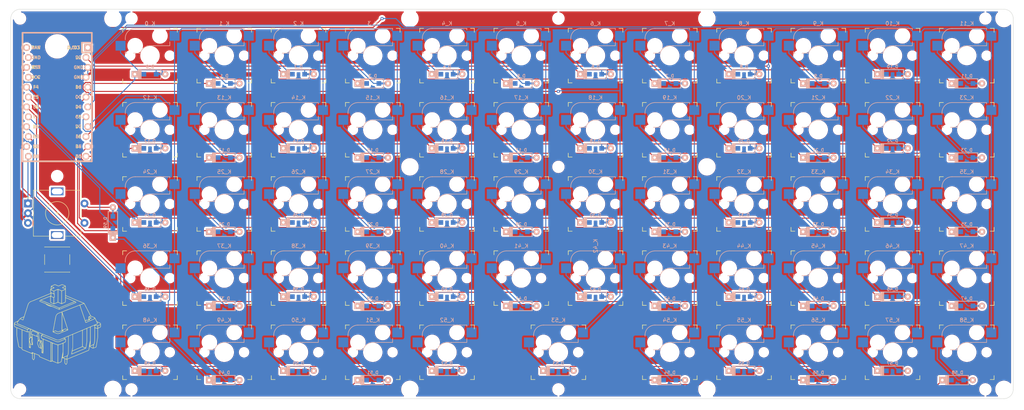
<source format=kicad_pcb>
(kicad_pcb (version 20171130) (host pcbnew "(5.1.9)-1")
  (layers (0 F.Cu signal) (31 B.Cu signal) (34 B.Paste user) (35 F.Paste user) (36 B.SilkS user) (37 F.SilkS user) (38 B.Mask user) (39 F.Mask user) (44 Edge.Cuts user))
  (net 0 "")
  (net 1 col0)
  (net 2 col1)
  (net 3 col2)
  (net 4 col3)
  (net 5 col4)
  (net 6 col5)
  (net 7 row0)
  (net 8 row1)
  (net 9 row2)
  (net 10 row3)
  (net 11 row4)
  (net 12 row5)
  (net 13 "Net-(D_0-Pad2)")
  (net 14 "Net-(D_1-Pad2)")
  (net 15 "Net-(D_2-Pad2)")
  (net 16 "Net-(D_3-Pad2)")
  (net 17 "Net-(D_4-Pad2)")
  (net 18 "Net-(D_5-Pad2)")
  (net 19 "Net-(D_6-Pad2)")
  (net 20 "Net-(D_7-Pad2)")
  (net 21 "Net-(D_8-Pad2)")
  (net 22 "Net-(D_9-Pad2)")
  (net 23 "Net-(D_10-Pad2)")
  (net 24 "Net-(D_11-Pad2)")
  (net 25 "Net-(D_12-Pad2)")
  (net 26 "Net-(D_13-Pad2)")
  (net 27 "Net-(D_14-Pad2)")
  (net 28 "Net-(D_15-Pad2)")
  (net 29 "Net-(D_16-Pad2)")
  (net 30 "Net-(D_17-Pad2)")
  (net 31 "Net-(D_18-Pad2)")
  (net 32 "Net-(D_19-Pad2)")
  (net 33 "Net-(D_20-Pad2)")
  (net 34 "Net-(D_21-Pad2)")
  (net 35 "Net-(D_22-Pad2)")
  (net 36 "Net-(D_23-Pad2)")
  (net 37 "Net-(D_24-Pad2)")
  (net 38 "Net-(D_25-Pad2)")
  (net 39 "Net-(D_26-Pad2)")
  (net 40 "Net-(D_27-Pad2)")
  (net 41 "Net-(D_28-Pad2)")
  (net 42 "Net-(D_29-Pad2)")
  (net 43 "Net-(D_30-Pad2)")
  (net 44 "Net-(D_31-Pad2)")
  (net 45 "Net-(D_32-Pad2)")
  (net 46 "Net-(D_33-Pad2)")
  (net 47 "Net-(D_34-Pad2)")
  (net 48 "Net-(D_35-Pad2)")
  (net 49 "Net-(D_36-Pad2)")
  (net 50 "Net-(D_37-Pad2)")
  (net 51 "Net-(D_38-Pad2)")
  (net 52 "Net-(D_39-Pad2)")
  (net 53 "Net-(D_40-Pad2)")
  (net 54 "Net-(D_41-Pad2)")
  (net 55 "Net-(D_42-Pad2)")
  (net 56 "Net-(D_43-Pad2)")
  (net 57 "Net-(D_44-Pad2)")
  (net 58 "Net-(D_45-Pad2)")
  (net 59 "Net-(D_46-Pad2)")
  (net 60 "Net-(D_47-Pad2)")
  (net 61 "Net-(D_48-Pad2)")
  (net 62 "Net-(D_49-Pad2)")
  (net 63 "Net-(D_50-Pad2)")
  (net 64 "Net-(D_51-Pad2)")
  (net 65 "Net-(D_52-Pad2)")
  (net 66 "Net-(D_53-Pad2)")
  (net 67 "Net-(D_54-Pad2)")
  (net 68 "Net-(D_55-Pad2)")
  (net 69 "Net-(D_56-Pad2)")
  (net 70 "Net-(D_57-Pad2)")
  (net 71 "Net-(D_58-Pad2)")
  (net 72 row6)
  (net 73 row7)
  (net 74 row8)
  (net 75 row9)
  (net 76 /swa2)
  (net 77 "Net-(SW1-Pad1)")
  (net 78 /rotb)
  (net 79 /rota)
  (net 80 "Net-(U1-Pad24)")
  (net 81 "Net-(U1-Pad21)")
  (net 82 GND)
  (net 83 "Net-(U1-Pad23)")
  (module MountingHole:MountingHole_3.5mm (layer F.Cu) (at 273.85 116.684)
    (fp_text reference H20 hide)
    (fp_text value MountingHole)
    (pad 1 np_thru_hole circle (at 0 0) (size 3.5 3.5) (drill 3.5) (layers *.Cu *.Mask))
  )
  (module MountingHole:MountingHole_3.5mm (layer F.Cu) (at 273.85 21.4317)
    (fp_text reference H19 hide)
    (fp_text value MountingHole)
    (pad 1 np_thru_hole circle (at 0 0) (size 3.5 3.5) (drill 3.5) (layers *.Cu *.Mask))
  )
  (module MountingHole:MountingHole_3.5mm (layer F.Cu) (at 197.648 116.684)
    (fp_text reference H18 hide)
    (fp_text value MountingHole)
    (pad 1 np_thru_hole circle (at 0 0) (size 3.5 3.5) (drill 3.5) (layers *.Cu *.Mask))
  )
  (module MountingHole:MountingHole_3.5mm (layer F.Cu) (at 197.648 59.5325)
    (fp_text reference H17 hide)
    (fp_text value MountingHole)
    (pad 1 np_thru_hole circle (at 0 0) (size 3.5 3.5) (drill 3.5) (layers *.Cu *.Mask))
  )
  (module MountingHole:MountingHole_3.5mm (layer F.Cu) (at 197.648 21.4317)
    (fp_text reference H16 hide)
    (fp_text value MountingHole)
    (pad 1 np_thru_hole circle (at 0 0) (size 3.5 3.5) (drill 3.5) (layers *.Cu *.Mask))
  )
  (module MountingHole:MountingHole_3.5mm (layer F.Cu) (at 121.446 116.684)
    (fp_text reference H15 hide)
    (fp_text value MountingHole)
    (pad 1 np_thru_hole circle (at 0 0) (size 3.5 3.5) (drill 3.5) (layers *.Cu *.Mask))
  )
  (module MountingHole:MountingHole_3.5mm (layer F.Cu) (at 121.446 59.5325)
    (fp_text reference H14 hide)
    (fp_text value MountingHole)
    (pad 1 np_thru_hole circle (at 0 0) (size 3.5 3.5) (drill 3.5) (layers *.Cu *.Mask))
  )
  (module MountingHole:MountingHole_3.5mm (layer F.Cu) (at 121.446 21.4317)
    (fp_text reference H13 hide)
    (fp_text value MountingHole)
    (pad 1 np_thru_hole circle (at 0 0) (size 3.5 3.5) (drill 3.5) (layers *.Cu *.Mask))
  )
  (module MountingHole:MountingHole_3.5mm (layer F.Cu) (at 45.2447 116.684)
    (fp_text reference H12 hide)
    (fp_text value MountingHole)
    (pad 1 np_thru_hole circle (at 0 0) (size 3.5 3.5) (drill 3.5) (layers *.Cu *.Mask))
  )
  (module MountingHole:MountingHole_3.5mm (layer F.Cu) (at 45.2447 21.4317)
    (fp_text reference H11 hide)
    (fp_text value MountingHole)
    (pad 1 np_thru_hole circle (at 0 0) (size 3.5 3.5) (drill 3.5) (layers *.Cu *.Mask))
  )
  (module MountingHole:MountingHole_5.3mm_M5 (layer F.Cu) (at 30.9569 28.5756)
    (fp_text reference BatteryHole1 hide)
    (fp_text value MountingHole)
    (pad 1 np_thru_hole circle (at 0 0) (size 5.3 5.3) (drill 5.3) (layers *.Cu *.Mask))
  )
  (module BMP:a (layer F.Cu) (at 30.9569 100.015)
    (fp_text reference G*** hide)
    (fp_text value LOGO hide)
  )
  (module MountingHole:MountingHole_2.2mm_M2 (layer F.Cu) (at 269.087 116.684)
    (fp_text reference H10 hide)
    (fp_text value MountingHole)
    (pad 1 np_thru_hole circle (at 0 0) (size 2.2 2.2) (drill 2.2) (layers *.Cu *.Mask))
  )
  (module MountingHole:MountingHole_2.2mm_M2 (layer F.Cu) (at 269.087 21.4317)
    (fp_text reference H9 hide)
    (fp_text value MountingHole)
    (pad 1 np_thru_hole circle (at 0 0) (size 2.2 2.2) (drill 2.2) (layers *.Cu *.Mask))
  )
  (module MountingHole:MountingHole_2.2mm_M2 (layer F.Cu) (at 159.547 116.684)
    (fp_text reference H8 hide)
    (fp_text value MountingHole)
    (pad 1 np_thru_hole circle (at 0 0) (size 2.2 2.2) (drill 2.2) (layers *.Cu *.Mask))
  )
  (module MountingHole:MountingHole_2.2mm_M2 (layer F.Cu) (at 159.547 59.5325)
    (fp_text reference H7 hide)
    (fp_text value MountingHole)
    (pad 1 np_thru_hole circle (at 0 0) (size 2.2 2.2) (drill 2.2) (layers *.Cu *.Mask))
  )
  (module MountingHole:MountingHole_2.2mm_M2 (layer F.Cu) (at 159.547 21.4317)
    (fp_text reference H6 hide)
    (fp_text value MountingHole)
    (pad 1 np_thru_hole circle (at 0 0) (size 2.2 2.2) (drill 2.2) (layers *.Cu *.Mask))
  )
  (module MountingHole:MountingHole_2.2mm_M2 (layer F.Cu) (at 50.0073 116.684)
    (fp_text reference H5 hide)
    (fp_text value MountingHole)
    (pad 1 np_thru_hole circle (at 0 0) (size 2.2 2.2) (drill 2.2) (layers *.Cu *.Mask))
  )
  (module MountingHole:MountingHole_2.2mm_M2 (layer F.Cu) (at 50.0073 21.4317)
    (fp_text reference H4 hide)
    (fp_text value MountingHole)
    (pad 1 np_thru_hole circle (at 0 0) (size 2.2 2.2) (drill 2.2) (layers *.Cu *.Mask))
  )
  (module MountingHole:MountingHole_2.2mm_M2 (layer F.Cu) (at 30.9569 61.9138)
    (fp_text reference H3 hide)
    (fp_text value MountingHole)
    (pad 1 np_thru_hole circle (at 0 0) (size 2.2 2.2) (drill 2.2) (layers *.Cu *.Mask))
  )
  (module MountingHole:MountingHole_2.2mm_M2 (layer F.Cu) (at 21.4317 116.684)
    (fp_text reference H2 hide)
    (fp_text value MountingHole)
    (pad 1 np_thru_hole circle (at 0 0) (size 2.2 2.2) (drill 2.2) (layers *.Cu *.Mask))
  )
  (module MountingHole:MountingHole_2.2mm_M2 (layer F.Cu) (at 21.4317 21.4317)
    (fp_text reference H1 hide)
    (fp_text value MountingHole)
    (pad 1 np_thru_hole circle (at 0 0) (size 2.2 2.2) (drill 2.2) (layers *.Cu *.Mask))
  )
  (module keyboard_parts:D_SOD123_axial (layer B.Cu) (at 45.2447 73.8203 90)
    (fp_text reference D_59 (at 0 -1.925 270) (layer B.SilkS) (effects (font (size 0.8 0.8)) (justify mirror)))
    (fp_text value D hide)
    (pad 2 smd rect (at 2.7 0 90) (size 2.5 0.5) (layers B.Cu) (net 76 /swa2))
    (pad 1 smd rect (at -2.7 0 90) (size 2.5 0.5) (layers B.Cu) (net 75 row9))
    (pad 2 thru_hole circle (at 3.9 0 90) (size 1.6 1.6) (drill 0.7) (layers *.Cu *.Mask B.SilkS) (net 76 /swa2))
    (pad 1 thru_hole rect (at -3.9 0 90) (size 1.6 1.6) (drill 0.7) (layers *.Cu *.Mask B.SilkS) (net 75 row9))
    (pad 1 smd rect (at -1.575 0 90) (size 1.2 1.2) (layers B.Cu B.Paste B.Mask) (net 75 row9))
    (pad 2 smd rect (at 1.575 0 90) (size 1.2 1.2) (layers B.Cu B.Paste B.Mask) (net 76 /swa2))
  )
  (module keyboard_parts:D_SOD123_axial (layer B.Cu) (at 261.943 114.302)
    (fp_text reference D_58 (at 0 -1.925) (layer B.SilkS) (effects (font (size 0.8 0.8)) (justify mirror)))
    (fp_text value D hide)
    (pad 2 smd rect (at 2.7 0) (size 2.5 0.5) (layers B.Cu) (net 71 "Net-(D_58-Pad2)"))
    (pad 1 smd rect (at -2.7 0) (size 2.5 0.5) (layers B.Cu) (net 75 row9))
    (pad 2 thru_hole circle (at 3.9 0) (size 1.6 1.6) (drill 0.7) (layers *.Cu *.Mask B.SilkS) (net 71 "Net-(D_58-Pad2)"))
    (pad 1 thru_hole rect (at -3.9 0) (size 1.6 1.6) (drill 0.7) (layers *.Cu *.Mask B.SilkS) (net 75 row9))
    (pad 1 smd rect (at -1.575 0) (size 1.2 1.2) (layers B.Cu B.Paste B.Mask) (net 75 row9))
    (pad 2 smd rect (at 1.575 0) (size 1.2 1.2) (layers B.Cu B.Paste B.Mask) (net 71 "Net-(D_58-Pad2)"))
  )
  (module keyboard_parts:D_SOD123_axial (layer B.Cu) (at 245.274 111.921)
    (fp_text reference D_57 (at 0 -1.925) (layer B.SilkS) (effects (font (size 0.8 0.8)) (justify mirror)))
    (fp_text value D hide)
    (pad 2 smd rect (at 2.7 0) (size 2.5 0.5) (layers B.Cu) (net 70 "Net-(D_57-Pad2)"))
    (pad 1 smd rect (at -2.7 0) (size 2.5 0.5) (layers B.Cu) (net 74 row8))
    (pad 2 thru_hole circle (at 3.9 0) (size 1.6 1.6) (drill 0.7) (layers *.Cu *.Mask B.SilkS) (net 70 "Net-(D_57-Pad2)"))
    (pad 1 thru_hole rect (at -3.9 0) (size 1.6 1.6) (drill 0.7) (layers *.Cu *.Mask B.SilkS) (net 74 row8))
    (pad 1 smd rect (at -1.575 0) (size 1.2 1.2) (layers B.Cu B.Paste B.Mask) (net 74 row8))
    (pad 2 smd rect (at 1.575 0) (size 1.2 1.2) (layers B.Cu B.Paste B.Mask) (net 70 "Net-(D_57-Pad2)"))
  )
  (module keyboard_parts:D_SOD123_axial (layer B.Cu) (at 226.224 114.302)
    (fp_text reference D_56 (at 0 -1.925) (layer B.SilkS) (effects (font (size 0.8 0.8)) (justify mirror)))
    (fp_text value D hide)
    (pad 2 smd rect (at 2.7 0) (size 2.5 0.5) (layers B.Cu) (net 69 "Net-(D_56-Pad2)"))
    (pad 1 smd rect (at -2.7 0) (size 2.5 0.5) (layers B.Cu) (net 75 row9))
    (pad 2 thru_hole circle (at 3.9 0) (size 1.6 1.6) (drill 0.7) (layers *.Cu *.Mask B.SilkS) (net 69 "Net-(D_56-Pad2)"))
    (pad 1 thru_hole rect (at -3.9 0) (size 1.6 1.6) (drill 0.7) (layers *.Cu *.Mask B.SilkS) (net 75 row9))
    (pad 1 smd rect (at -1.575 0) (size 1.2 1.2) (layers B.Cu B.Paste B.Mask) (net 75 row9))
    (pad 2 smd rect (at 1.575 0) (size 1.2 1.2) (layers B.Cu B.Paste B.Mask) (net 69 "Net-(D_56-Pad2)"))
  )
  (module keyboard_parts:D_SOD123_axial (layer B.Cu) (at 207.173 111.921)
    (fp_text reference D_55 (at 0 -1.925) (layer B.SilkS) (effects (font (size 0.8 0.8)) (justify mirror)))
    (fp_text value D hide)
    (pad 2 smd rect (at 2.7 0) (size 2.5 0.5) (layers B.Cu) (net 68 "Net-(D_55-Pad2)"))
    (pad 1 smd rect (at -2.7 0) (size 2.5 0.5) (layers B.Cu) (net 74 row8))
    (pad 2 thru_hole circle (at 3.9 0) (size 1.6 1.6) (drill 0.7) (layers *.Cu *.Mask B.SilkS) (net 68 "Net-(D_55-Pad2)"))
    (pad 1 thru_hole rect (at -3.9 0) (size 1.6 1.6) (drill 0.7) (layers *.Cu *.Mask B.SilkS) (net 74 row8))
    (pad 1 smd rect (at -1.575 0) (size 1.2 1.2) (layers B.Cu B.Paste B.Mask) (net 74 row8))
    (pad 2 smd rect (at 1.575 0) (size 1.2 1.2) (layers B.Cu B.Paste B.Mask) (net 68 "Net-(D_55-Pad2)"))
  )
  (module keyboard_parts:D_SOD123_axial (layer B.Cu) (at 188.123 114.302)
    (fp_text reference D_54 (at 0 -1.925) (layer B.SilkS) (effects (font (size 0.8 0.8)) (justify mirror)))
    (fp_text value D hide)
    (pad 2 smd rect (at 2.7 0) (size 2.5 0.5) (layers B.Cu) (net 67 "Net-(D_54-Pad2)"))
    (pad 1 smd rect (at -2.7 0) (size 2.5 0.5) (layers B.Cu) (net 75 row9))
    (pad 2 thru_hole circle (at 3.9 0) (size 1.6 1.6) (drill 0.7) (layers *.Cu *.Mask B.SilkS) (net 67 "Net-(D_54-Pad2)"))
    (pad 1 thru_hole rect (at -3.9 0) (size 1.6 1.6) (drill 0.7) (layers *.Cu *.Mask B.SilkS) (net 75 row9))
    (pad 1 smd rect (at -1.575 0) (size 1.2 1.2) (layers B.Cu B.Paste B.Mask) (net 75 row9))
    (pad 2 smd rect (at 1.575 0) (size 1.2 1.2) (layers B.Cu B.Paste B.Mask) (net 67 "Net-(D_54-Pad2)"))
  )
  (module keyboard_parts:D_SOD123_axial (layer B.Cu) (at 159.547 111.921)
    (fp_text reference D_53 (at 0 -1.925) (layer B.SilkS) (effects (font (size 0.8 0.8)) (justify mirror)))
    (fp_text value D hide)
    (pad 2 smd rect (at 2.7 0) (size 2.5 0.5) (layers B.Cu) (net 66 "Net-(D_53-Pad2)"))
    (pad 1 smd rect (at -2.7 0) (size 2.5 0.5) (layers B.Cu) (net 74 row8))
    (pad 2 thru_hole circle (at 3.9 0) (size 1.6 1.6) (drill 0.7) (layers *.Cu *.Mask B.SilkS) (net 66 "Net-(D_53-Pad2)"))
    (pad 1 thru_hole rect (at -3.9 0) (size 1.6 1.6) (drill 0.7) (layers *.Cu *.Mask B.SilkS) (net 74 row8))
    (pad 1 smd rect (at -1.575 0) (size 1.2 1.2) (layers B.Cu B.Paste B.Mask) (net 74 row8))
    (pad 2 smd rect (at 1.575 0) (size 1.2 1.2) (layers B.Cu B.Paste B.Mask) (net 66 "Net-(D_53-Pad2)"))
  )
  (module keyboard_parts:D_SOD123_axial (layer B.Cu) (at 130.972 111.921)
    (fp_text reference D_52 (at 0 -1.925) (layer B.SilkS) (effects (font (size 0.8 0.8)) (justify mirror)))
    (fp_text value D hide)
    (pad 2 smd rect (at 2.7 0) (size 2.5 0.5) (layers B.Cu) (net 65 "Net-(D_52-Pad2)"))
    (pad 1 smd rect (at -2.7 0) (size 2.5 0.5) (layers B.Cu) (net 74 row8))
    (pad 2 thru_hole circle (at 3.9 0) (size 1.6 1.6) (drill 0.7) (layers *.Cu *.Mask B.SilkS) (net 65 "Net-(D_52-Pad2)"))
    (pad 1 thru_hole rect (at -3.9 0) (size 1.6 1.6) (drill 0.7) (layers *.Cu *.Mask B.SilkS) (net 74 row8))
    (pad 1 smd rect (at -1.575 0) (size 1.2 1.2) (layers B.Cu B.Paste B.Mask) (net 74 row8))
    (pad 2 smd rect (at 1.575 0) (size 1.2 1.2) (layers B.Cu B.Paste B.Mask) (net 65 "Net-(D_52-Pad2)"))
  )
  (module keyboard_parts:D_SOD123_axial (layer B.Cu) (at 111.921 114.302)
    (fp_text reference D_51 (at 0 -1.925) (layer B.SilkS) (effects (font (size 0.8 0.8)) (justify mirror)))
    (fp_text value D hide)
    (pad 2 smd rect (at 2.7 0) (size 2.5 0.5) (layers B.Cu) (net 64 "Net-(D_51-Pad2)"))
    (pad 1 smd rect (at -2.7 0) (size 2.5 0.5) (layers B.Cu) (net 75 row9))
    (pad 2 thru_hole circle (at 3.9 0) (size 1.6 1.6) (drill 0.7) (layers *.Cu *.Mask B.SilkS) (net 64 "Net-(D_51-Pad2)"))
    (pad 1 thru_hole rect (at -3.9 0) (size 1.6 1.6) (drill 0.7) (layers *.Cu *.Mask B.SilkS) (net 75 row9))
    (pad 1 smd rect (at -1.575 0) (size 1.2 1.2) (layers B.Cu B.Paste B.Mask) (net 75 row9))
    (pad 2 smd rect (at 1.575 0) (size 1.2 1.2) (layers B.Cu B.Paste B.Mask) (net 64 "Net-(D_51-Pad2)"))
  )
  (module keyboard_parts:D_SOD123_axial (layer B.Cu) (at 92.8707 111.921)
    (fp_text reference D_50 (at 0 -1.925) (layer B.SilkS) (effects (font (size 0.8 0.8)) (justify mirror)))
    (fp_text value D hide)
    (pad 2 smd rect (at 2.7 0) (size 2.5 0.5) (layers B.Cu) (net 63 "Net-(D_50-Pad2)"))
    (pad 1 smd rect (at -2.7 0) (size 2.5 0.5) (layers B.Cu) (net 74 row8))
    (pad 2 thru_hole circle (at 3.9 0) (size 1.6 1.6) (drill 0.7) (layers *.Cu *.Mask B.SilkS) (net 63 "Net-(D_50-Pad2)"))
    (pad 1 thru_hole rect (at -3.9 0) (size 1.6 1.6) (drill 0.7) (layers *.Cu *.Mask B.SilkS) (net 74 row8))
    (pad 1 smd rect (at -1.575 0) (size 1.2 1.2) (layers B.Cu B.Paste B.Mask) (net 74 row8))
    (pad 2 smd rect (at 1.575 0) (size 1.2 1.2) (layers B.Cu B.Paste B.Mask) (net 63 "Net-(D_50-Pad2)"))
  )
  (module keyboard_parts:D_SOD123_axial (layer B.Cu) (at 73.8203 114.302)
    (fp_text reference D_49 (at 0 -1.925) (layer B.SilkS) (effects (font (size 0.8 0.8)) (justify mirror)))
    (fp_text value D hide)
    (pad 2 smd rect (at 2.7 0) (size 2.5 0.5) (layers B.Cu) (net 62 "Net-(D_49-Pad2)"))
    (pad 1 smd rect (at -2.7 0) (size 2.5 0.5) (layers B.Cu) (net 75 row9))
    (pad 2 thru_hole circle (at 3.9 0) (size 1.6 1.6) (drill 0.7) (layers *.Cu *.Mask B.SilkS) (net 62 "Net-(D_49-Pad2)"))
    (pad 1 thru_hole rect (at -3.9 0) (size 1.6 1.6) (drill 0.7) (layers *.Cu *.Mask B.SilkS) (net 75 row9))
    (pad 1 smd rect (at -1.575 0) (size 1.2 1.2) (layers B.Cu B.Paste B.Mask) (net 75 row9))
    (pad 2 smd rect (at 1.575 0) (size 1.2 1.2) (layers B.Cu B.Paste B.Mask) (net 62 "Net-(D_49-Pad2)"))
  )
  (module keyboard_parts:D_SOD123_axial (layer B.Cu) (at 54.7699 111.921)
    (fp_text reference D_48 (at 0 -1.925) (layer B.SilkS) (effects (font (size 0.8 0.8)) (justify mirror)))
    (fp_text value D hide)
    (pad 2 smd rect (at 2.7 0) (size 2.5 0.5) (layers B.Cu) (net 61 "Net-(D_48-Pad2)"))
    (pad 1 smd rect (at -2.7 0) (size 2.5 0.5) (layers B.Cu) (net 74 row8))
    (pad 2 thru_hole circle (at 3.9 0) (size 1.6 1.6) (drill 0.7) (layers *.Cu *.Mask B.SilkS) (net 61 "Net-(D_48-Pad2)"))
    (pad 1 thru_hole rect (at -3.9 0) (size 1.6 1.6) (drill 0.7) (layers *.Cu *.Mask B.SilkS) (net 74 row8))
    (pad 1 smd rect (at -1.575 0) (size 1.2 1.2) (layers B.Cu B.Paste B.Mask) (net 74 row8))
    (pad 2 smd rect (at 1.575 0) (size 1.2 1.2) (layers B.Cu B.Paste B.Mask) (net 61 "Net-(D_48-Pad2)"))
  )
  (module keyboard_parts:D_SOD123_axial (layer B.Cu) (at 264.324 95.252)
    (fp_text reference D_47 (at 0 -1.925) (layer B.SilkS) (effects (font (size 0.8 0.8)) (justify mirror)))
    (fp_text value D hide)
    (pad 2 smd rect (at 2.7 0) (size 2.5 0.5) (layers B.Cu) (net 60 "Net-(D_47-Pad2)"))
    (pad 1 smd rect (at -2.7 0) (size 2.5 0.5) (layers B.Cu) (net 73 row7))
    (pad 2 thru_hole circle (at 3.9 0) (size 1.6 1.6) (drill 0.7) (layers *.Cu *.Mask B.SilkS) (net 60 "Net-(D_47-Pad2)"))
    (pad 1 thru_hole rect (at -3.9 0) (size 1.6 1.6) (drill 0.7) (layers *.Cu *.Mask B.SilkS) (net 73 row7))
    (pad 1 smd rect (at -1.575 0) (size 1.2 1.2) (layers B.Cu B.Paste B.Mask) (net 73 row7))
    (pad 2 smd rect (at 1.575 0) (size 1.2 1.2) (layers B.Cu B.Paste B.Mask) (net 60 "Net-(D_47-Pad2)"))
  )
  (module keyboard_parts:D_SOD123_axial (layer B.Cu) (at 245.274 92.8707)
    (fp_text reference D_46 (at 0 -1.925) (layer B.SilkS) (effects (font (size 0.8 0.8)) (justify mirror)))
    (fp_text value D hide)
    (pad 2 smd rect (at 2.7 0) (size 2.5 0.5) (layers B.Cu) (net 59 "Net-(D_46-Pad2)"))
    (pad 1 smd rect (at -2.7 0) (size 2.5 0.5) (layers B.Cu) (net 72 row6))
    (pad 2 thru_hole circle (at 3.9 0) (size 1.6 1.6) (drill 0.7) (layers *.Cu *.Mask B.SilkS) (net 59 "Net-(D_46-Pad2)"))
    (pad 1 thru_hole rect (at -3.9 0) (size 1.6 1.6) (drill 0.7) (layers *.Cu *.Mask B.SilkS) (net 72 row6))
    (pad 1 smd rect (at -1.575 0) (size 1.2 1.2) (layers B.Cu B.Paste B.Mask) (net 72 row6))
    (pad 2 smd rect (at 1.575 0) (size 1.2 1.2) (layers B.Cu B.Paste B.Mask) (net 59 "Net-(D_46-Pad2)"))
  )
  (module keyboard_parts:D_SOD123_axial (layer B.Cu) (at 226.224 95.252)
    (fp_text reference D_45 (at 0 -1.925) (layer B.SilkS) (effects (font (size 0.8 0.8)) (justify mirror)))
    (fp_text value D hide)
    (pad 2 smd rect (at 2.7 0) (size 2.5 0.5) (layers B.Cu) (net 58 "Net-(D_45-Pad2)"))
    (pad 1 smd rect (at -2.7 0) (size 2.5 0.5) (layers B.Cu) (net 73 row7))
    (pad 2 thru_hole circle (at 3.9 0) (size 1.6 1.6) (drill 0.7) (layers *.Cu *.Mask B.SilkS) (net 58 "Net-(D_45-Pad2)"))
    (pad 1 thru_hole rect (at -3.9 0) (size 1.6 1.6) (drill 0.7) (layers *.Cu *.Mask B.SilkS) (net 73 row7))
    (pad 1 smd rect (at -1.575 0) (size 1.2 1.2) (layers B.Cu B.Paste B.Mask) (net 73 row7))
    (pad 2 smd rect (at 1.575 0) (size 1.2 1.2) (layers B.Cu B.Paste B.Mask) (net 58 "Net-(D_45-Pad2)"))
  )
  (module keyboard_parts:D_SOD123_axial (layer B.Cu) (at 207.173 92.8707)
    (fp_text reference D_44 (at 0 -1.925) (layer B.SilkS) (effects (font (size 0.8 0.8)) (justify mirror)))
    (fp_text value D hide)
    (pad 2 smd rect (at 2.7 0) (size 2.5 0.5) (layers B.Cu) (net 57 "Net-(D_44-Pad2)"))
    (pad 1 smd rect (at -2.7 0) (size 2.5 0.5) (layers B.Cu) (net 72 row6))
    (pad 2 thru_hole circle (at 3.9 0) (size 1.6 1.6) (drill 0.7) (layers *.Cu *.Mask B.SilkS) (net 57 "Net-(D_44-Pad2)"))
    (pad 1 thru_hole rect (at -3.9 0) (size 1.6 1.6) (drill 0.7) (layers *.Cu *.Mask B.SilkS) (net 72 row6))
    (pad 1 smd rect (at -1.575 0) (size 1.2 1.2) (layers B.Cu B.Paste B.Mask) (net 72 row6))
    (pad 2 smd rect (at 1.575 0) (size 1.2 1.2) (layers B.Cu B.Paste B.Mask) (net 57 "Net-(D_44-Pad2)"))
  )
  (module keyboard_parts:D_SOD123_axial (layer B.Cu) (at 188.123 95.252)
    (fp_text reference D_43 (at 0 -1.925) (layer B.SilkS) (effects (font (size 0.8 0.8)) (justify mirror)))
    (fp_text value D hide)
    (pad 2 smd rect (at 2.7 0) (size 2.5 0.5) (layers B.Cu) (net 56 "Net-(D_43-Pad2)"))
    (pad 1 smd rect (at -2.7 0) (size 2.5 0.5) (layers B.Cu) (net 73 row7))
    (pad 2 thru_hole circle (at 3.9 0) (size 1.6 1.6) (drill 0.7) (layers *.Cu *.Mask B.SilkS) (net 56 "Net-(D_43-Pad2)"))
    (pad 1 thru_hole rect (at -3.9 0) (size 1.6 1.6) (drill 0.7) (layers *.Cu *.Mask B.SilkS) (net 73 row7))
    (pad 1 smd rect (at -1.575 0) (size 1.2 1.2) (layers B.Cu B.Paste B.Mask) (net 73 row7))
    (pad 2 smd rect (at 1.575 0) (size 1.2 1.2) (layers B.Cu B.Paste B.Mask) (net 56 "Net-(D_43-Pad2)"))
  )
  (module keyboard_parts:D_SOD123_axial (layer B.Cu) (at 169.072 92.8707)
    (fp_text reference D_42 (at 0 -1.925) (layer B.SilkS) (effects (font (size 0.8 0.8)) (justify mirror)))
    (fp_text value D hide)
    (pad 2 smd rect (at 2.7 0) (size 2.5 0.5) (layers B.Cu) (net 55 "Net-(D_42-Pad2)"))
    (pad 1 smd rect (at -2.7 0) (size 2.5 0.5) (layers B.Cu) (net 72 row6))
    (pad 2 thru_hole circle (at 3.9 0) (size 1.6 1.6) (drill 0.7) (layers *.Cu *.Mask B.SilkS) (net 55 "Net-(D_42-Pad2)"))
    (pad 1 thru_hole rect (at -3.9 0) (size 1.6 1.6) (drill 0.7) (layers *.Cu *.Mask B.SilkS) (net 72 row6))
    (pad 1 smd rect (at -1.575 0) (size 1.2 1.2) (layers B.Cu B.Paste B.Mask) (net 72 row6))
    (pad 2 smd rect (at 1.575 0) (size 1.2 1.2) (layers B.Cu B.Paste B.Mask) (net 55 "Net-(D_42-Pad2)"))
  )
  (module keyboard_parts:D_SOD123_axial (layer B.Cu) (at 150.022 95.252)
    (fp_text reference D_41 (at 0 -1.925) (layer B.SilkS) (effects (font (size 0.8 0.8)) (justify mirror)))
    (fp_text value D hide)
    (pad 2 smd rect (at 2.7 0) (size 2.5 0.5) (layers B.Cu) (net 54 "Net-(D_41-Pad2)"))
    (pad 1 smd rect (at -2.7 0) (size 2.5 0.5) (layers B.Cu) (net 73 row7))
    (pad 2 thru_hole circle (at 3.9 0) (size 1.6 1.6) (drill 0.7) (layers *.Cu *.Mask B.SilkS) (net 54 "Net-(D_41-Pad2)"))
    (pad 1 thru_hole rect (at -3.9 0) (size 1.6 1.6) (drill 0.7) (layers *.Cu *.Mask B.SilkS) (net 73 row7))
    (pad 1 smd rect (at -1.575 0) (size 1.2 1.2) (layers B.Cu B.Paste B.Mask) (net 73 row7))
    (pad 2 smd rect (at 1.575 0) (size 1.2 1.2) (layers B.Cu B.Paste B.Mask) (net 54 "Net-(D_41-Pad2)"))
  )
  (module keyboard_parts:D_SOD123_axial (layer B.Cu) (at 130.972 92.8707)
    (fp_text reference D_40 (at 0 -1.925) (layer B.SilkS) (effects (font (size 0.8 0.8)) (justify mirror)))
    (fp_text value D hide)
    (pad 2 smd rect (at 2.7 0) (size 2.5 0.5) (layers B.Cu) (net 53 "Net-(D_40-Pad2)"))
    (pad 1 smd rect (at -2.7 0) (size 2.5 0.5) (layers B.Cu) (net 72 row6))
    (pad 2 thru_hole circle (at 3.9 0) (size 1.6 1.6) (drill 0.7) (layers *.Cu *.Mask B.SilkS) (net 53 "Net-(D_40-Pad2)"))
    (pad 1 thru_hole rect (at -3.9 0) (size 1.6 1.6) (drill 0.7) (layers *.Cu *.Mask B.SilkS) (net 72 row6))
    (pad 1 smd rect (at -1.575 0) (size 1.2 1.2) (layers B.Cu B.Paste B.Mask) (net 72 row6))
    (pad 2 smd rect (at 1.575 0) (size 1.2 1.2) (layers B.Cu B.Paste B.Mask) (net 53 "Net-(D_40-Pad2)"))
  )
  (module keyboard_parts:D_SOD123_axial (layer B.Cu) (at 111.921 95.252)
    (fp_text reference D_39 (at 0 -1.925) (layer B.SilkS) (effects (font (size 0.8 0.8)) (justify mirror)))
    (fp_text value D hide)
    (pad 2 smd rect (at 2.7 0) (size 2.5 0.5) (layers B.Cu) (net 52 "Net-(D_39-Pad2)"))
    (pad 1 smd rect (at -2.7 0) (size 2.5 0.5) (layers B.Cu) (net 73 row7))
    (pad 2 thru_hole circle (at 3.9 0) (size 1.6 1.6) (drill 0.7) (layers *.Cu *.Mask B.SilkS) (net 52 "Net-(D_39-Pad2)"))
    (pad 1 thru_hole rect (at -3.9 0) (size 1.6 1.6) (drill 0.7) (layers *.Cu *.Mask B.SilkS) (net 73 row7))
    (pad 1 smd rect (at -1.575 0) (size 1.2 1.2) (layers B.Cu B.Paste B.Mask) (net 73 row7))
    (pad 2 smd rect (at 1.575 0) (size 1.2 1.2) (layers B.Cu B.Paste B.Mask) (net 52 "Net-(D_39-Pad2)"))
  )
  (module keyboard_parts:D_SOD123_axial (layer B.Cu) (at 92.8707 92.8707)
    (fp_text reference D_38 (at 0 -1.925) (layer B.SilkS) (effects (font (size 0.8 0.8)) (justify mirror)))
    (fp_text value D hide)
    (pad 2 smd rect (at 2.7 0) (size 2.5 0.5) (layers B.Cu) (net 51 "Net-(D_38-Pad2)"))
    (pad 1 smd rect (at -2.7 0) (size 2.5 0.5) (layers B.Cu) (net 72 row6))
    (pad 2 thru_hole circle (at 3.9 0) (size 1.6 1.6) (drill 0.7) (layers *.Cu *.Mask B.SilkS) (net 51 "Net-(D_38-Pad2)"))
    (pad 1 thru_hole rect (at -3.9 0) (size 1.6 1.6) (drill 0.7) (layers *.Cu *.Mask B.SilkS) (net 72 row6))
    (pad 1 smd rect (at -1.575 0) (size 1.2 1.2) (layers B.Cu B.Paste B.Mask) (net 72 row6))
    (pad 2 smd rect (at 1.575 0) (size 1.2 1.2) (layers B.Cu B.Paste B.Mask) (net 51 "Net-(D_38-Pad2)"))
  )
  (module keyboard_parts:D_SOD123_axial (layer B.Cu) (at 73.8203 95.252)
    (fp_text reference D_37 (at 0 -1.925) (layer B.SilkS) (effects (font (size 0.8 0.8)) (justify mirror)))
    (fp_text value D hide)
    (pad 2 smd rect (at 2.7 0) (size 2.5 0.5) (layers B.Cu) (net 50 "Net-(D_37-Pad2)"))
    (pad 1 smd rect (at -2.7 0) (size 2.5 0.5) (layers B.Cu) (net 73 row7))
    (pad 2 thru_hole circle (at 3.9 0) (size 1.6 1.6) (drill 0.7) (layers *.Cu *.Mask B.SilkS) (net 50 "Net-(D_37-Pad2)"))
    (pad 1 thru_hole rect (at -3.9 0) (size 1.6 1.6) (drill 0.7) (layers *.Cu *.Mask B.SilkS) (net 73 row7))
    (pad 1 smd rect (at -1.575 0) (size 1.2 1.2) (layers B.Cu B.Paste B.Mask) (net 73 row7))
    (pad 2 smd rect (at 1.575 0) (size 1.2 1.2) (layers B.Cu B.Paste B.Mask) (net 50 "Net-(D_37-Pad2)"))
  )
  (module keyboard_parts:D_SOD123_axial (layer B.Cu) (at 54.7699 92.8707)
    (fp_text reference D_36 (at 0 -1.925) (layer B.SilkS) (effects (font (size 0.8 0.8)) (justify mirror)))
    (fp_text value D hide)
    (pad 2 smd rect (at 2.7 0) (size 2.5 0.5) (layers B.Cu) (net 49 "Net-(D_36-Pad2)"))
    (pad 1 smd rect (at -2.7 0) (size 2.5 0.5) (layers B.Cu) (net 72 row6))
    (pad 2 thru_hole circle (at 3.9 0) (size 1.6 1.6) (drill 0.7) (layers *.Cu *.Mask B.SilkS) (net 49 "Net-(D_36-Pad2)"))
    (pad 1 thru_hole rect (at -3.9 0) (size 1.6 1.6) (drill 0.7) (layers *.Cu *.Mask B.SilkS) (net 72 row6))
    (pad 1 smd rect (at -1.575 0) (size 1.2 1.2) (layers B.Cu B.Paste B.Mask) (net 72 row6))
    (pad 2 smd rect (at 1.575 0) (size 1.2 1.2) (layers B.Cu B.Paste B.Mask) (net 49 "Net-(D_36-Pad2)"))
  )
  (module keyboard_parts:D_SOD123_axial (layer B.Cu) (at 264.324 76.2016)
    (fp_text reference D_35 (at 0 -1.925) (layer B.SilkS) (effects (font (size 0.8 0.8)) (justify mirror)))
    (fp_text value D hide)
    (pad 2 smd rect (at 2.7 0) (size 2.5 0.5) (layers B.Cu) (net 48 "Net-(D_35-Pad2)"))
    (pad 1 smd rect (at -2.7 0) (size 2.5 0.5) (layers B.Cu) (net 12 row5))
    (pad 2 thru_hole circle (at 3.9 0) (size 1.6 1.6) (drill 0.7) (layers *.Cu *.Mask B.SilkS) (net 48 "Net-(D_35-Pad2)"))
    (pad 1 thru_hole rect (at -3.9 0) (size 1.6 1.6) (drill 0.7) (layers *.Cu *.Mask B.SilkS) (net 12 row5))
    (pad 1 smd rect (at -1.575 0) (size 1.2 1.2) (layers B.Cu B.Paste B.Mask) (net 12 row5))
    (pad 2 smd rect (at 1.575 0) (size 1.2 1.2) (layers B.Cu B.Paste B.Mask) (net 48 "Net-(D_35-Pad2)"))
  )
  (module keyboard_parts:D_SOD123_axial (layer B.Cu) (at 245.274 73.8203)
    (fp_text reference D_34 (at 0 -1.925) (layer B.SilkS) (effects (font (size 0.8 0.8)) (justify mirror)))
    (fp_text value D hide)
    (pad 2 smd rect (at 2.7 0) (size 2.5 0.5) (layers B.Cu) (net 47 "Net-(D_34-Pad2)"))
    (pad 1 smd rect (at -2.7 0) (size 2.5 0.5) (layers B.Cu) (net 11 row4))
    (pad 2 thru_hole circle (at 3.9 0) (size 1.6 1.6) (drill 0.7) (layers *.Cu *.Mask B.SilkS) (net 47 "Net-(D_34-Pad2)"))
    (pad 1 thru_hole rect (at -3.9 0) (size 1.6 1.6) (drill 0.7) (layers *.Cu *.Mask B.SilkS) (net 11 row4))
    (pad 1 smd rect (at -1.575 0) (size 1.2 1.2) (layers B.Cu B.Paste B.Mask) (net 11 row4))
    (pad 2 smd rect (at 1.575 0) (size 1.2 1.2) (layers B.Cu B.Paste B.Mask) (net 47 "Net-(D_34-Pad2)"))
  )
  (module keyboard_parts:D_SOD123_axial (layer B.Cu) (at 226.224 76.2016)
    (fp_text reference D_33 (at 0 -1.925) (layer B.SilkS) (effects (font (size 0.8 0.8)) (justify mirror)))
    (fp_text value D hide)
    (pad 2 smd rect (at 2.7 0) (size 2.5 0.5) (layers B.Cu) (net 46 "Net-(D_33-Pad2)"))
    (pad 1 smd rect (at -2.7 0) (size 2.5 0.5) (layers B.Cu) (net 12 row5))
    (pad 2 thru_hole circle (at 3.9 0) (size 1.6 1.6) (drill 0.7) (layers *.Cu *.Mask B.SilkS) (net 46 "Net-(D_33-Pad2)"))
    (pad 1 thru_hole rect (at -3.9 0) (size 1.6 1.6) (drill 0.7) (layers *.Cu *.Mask B.SilkS) (net 12 row5))
    (pad 1 smd rect (at -1.575 0) (size 1.2 1.2) (layers B.Cu B.Paste B.Mask) (net 12 row5))
    (pad 2 smd rect (at 1.575 0) (size 1.2 1.2) (layers B.Cu B.Paste B.Mask) (net 46 "Net-(D_33-Pad2)"))
  )
  (module keyboard_parts:D_SOD123_axial (layer B.Cu) (at 207.173 73.8203)
    (fp_text reference D_32 (at 0 -1.925) (layer B.SilkS) (effects (font (size 0.8 0.8)) (justify mirror)))
    (fp_text value D hide)
    (pad 2 smd rect (at 2.7 0) (size 2.5 0.5) (layers B.Cu) (net 45 "Net-(D_32-Pad2)"))
    (pad 1 smd rect (at -2.7 0) (size 2.5 0.5) (layers B.Cu) (net 11 row4))
    (pad 2 thru_hole circle (at 3.9 0) (size 1.6 1.6) (drill 0.7) (layers *.Cu *.Mask B.SilkS) (net 45 "Net-(D_32-Pad2)"))
    (pad 1 thru_hole rect (at -3.9 0) (size 1.6 1.6) (drill 0.7) (layers *.Cu *.Mask B.SilkS) (net 11 row4))
    (pad 1 smd rect (at -1.575 0) (size 1.2 1.2) (layers B.Cu B.Paste B.Mask) (net 11 row4))
    (pad 2 smd rect (at 1.575 0) (size 1.2 1.2) (layers B.Cu B.Paste B.Mask) (net 45 "Net-(D_32-Pad2)"))
  )
  (module keyboard_parts:D_SOD123_axial (layer B.Cu) (at 188.123 76.2016)
    (fp_text reference D_31 (at 0 -1.925) (layer B.SilkS) (effects (font (size 0.8 0.8)) (justify mirror)))
    (fp_text value D hide)
    (pad 2 smd rect (at 2.7 0) (size 2.5 0.5) (layers B.Cu) (net 44 "Net-(D_31-Pad2)"))
    (pad 1 smd rect (at -2.7 0) (size 2.5 0.5) (layers B.Cu) (net 12 row5))
    (pad 2 thru_hole circle (at 3.9 0) (size 1.6 1.6) (drill 0.7) (layers *.Cu *.Mask B.SilkS) (net 44 "Net-(D_31-Pad2)"))
    (pad 1 thru_hole rect (at -3.9 0) (size 1.6 1.6) (drill 0.7) (layers *.Cu *.Mask B.SilkS) (net 12 row5))
    (pad 1 smd rect (at -1.575 0) (size 1.2 1.2) (layers B.Cu B.Paste B.Mask) (net 12 row5))
    (pad 2 smd rect (at 1.575 0) (size 1.2 1.2) (layers B.Cu B.Paste B.Mask) (net 44 "Net-(D_31-Pad2)"))
  )
  (module keyboard_parts:D_SOD123_axial (layer B.Cu) (at 169.072 73.8203)
    (fp_text reference D_30 (at 0 -1.925) (layer B.SilkS) (effects (font (size 0.8 0.8)) (justify mirror)))
    (fp_text value D hide)
    (pad 2 smd rect (at 2.7 0) (size 2.5 0.5) (layers B.Cu) (net 43 "Net-(D_30-Pad2)"))
    (pad 1 smd rect (at -2.7 0) (size 2.5 0.5) (layers B.Cu) (net 11 row4))
    (pad 2 thru_hole circle (at 3.9 0) (size 1.6 1.6) (drill 0.7) (layers *.Cu *.Mask B.SilkS) (net 43 "Net-(D_30-Pad2)"))
    (pad 1 thru_hole rect (at -3.9 0) (size 1.6 1.6) (drill 0.7) (layers *.Cu *.Mask B.SilkS) (net 11 row4))
    (pad 1 smd rect (at -1.575 0) (size 1.2 1.2) (layers B.Cu B.Paste B.Mask) (net 11 row4))
    (pad 2 smd rect (at 1.575 0) (size 1.2 1.2) (layers B.Cu B.Paste B.Mask) (net 43 "Net-(D_30-Pad2)"))
  )
  (module keyboard_parts:D_SOD123_axial (layer B.Cu) (at 150.022 76.2016)
    (fp_text reference D_29 (at 0 -1.925) (layer B.SilkS) (effects (font (size 0.8 0.8)) (justify mirror)))
    (fp_text value D hide)
    (pad 2 smd rect (at 2.7 0) (size 2.5 0.5) (layers B.Cu) (net 42 "Net-(D_29-Pad2)"))
    (pad 1 smd rect (at -2.7 0) (size 2.5 0.5) (layers B.Cu) (net 12 row5))
    (pad 2 thru_hole circle (at 3.9 0) (size 1.6 1.6) (drill 0.7) (layers *.Cu *.Mask B.SilkS) (net 42 "Net-(D_29-Pad2)"))
    (pad 1 thru_hole rect (at -3.9 0) (size 1.6 1.6) (drill 0.7) (layers *.Cu *.Mask B.SilkS) (net 12 row5))
    (pad 1 smd rect (at -1.575 0) (size 1.2 1.2) (layers B.Cu B.Paste B.Mask) (net 12 row5))
    (pad 2 smd rect (at 1.575 0) (size 1.2 1.2) (layers B.Cu B.Paste B.Mask) (net 42 "Net-(D_29-Pad2)"))
  )
  (module keyboard_parts:D_SOD123_axial (layer B.Cu) (at 130.972 73.8203)
    (fp_text reference D_28 (at 0 -1.925) (layer B.SilkS) (effects (font (size 0.8 0.8)) (justify mirror)))
    (fp_text value D hide)
    (pad 2 smd rect (at 2.7 0) (size 2.5 0.5) (layers B.Cu) (net 41 "Net-(D_28-Pad2)"))
    (pad 1 smd rect (at -2.7 0) (size 2.5 0.5) (layers B.Cu) (net 11 row4))
    (pad 2 thru_hole circle (at 3.9 0) (size 1.6 1.6) (drill 0.7) (layers *.Cu *.Mask B.SilkS) (net 41 "Net-(D_28-Pad2)"))
    (pad 1 thru_hole rect (at -3.9 0) (size 1.6 1.6) (drill 0.7) (layers *.Cu *.Mask B.SilkS) (net 11 row4))
    (pad 1 smd rect (at -1.575 0) (size 1.2 1.2) (layers B.Cu B.Paste B.Mask) (net 11 row4))
    (pad 2 smd rect (at 1.575 0) (size 1.2 1.2) (layers B.Cu B.Paste B.Mask) (net 41 "Net-(D_28-Pad2)"))
  )
  (module keyboard_parts:D_SOD123_axial (layer B.Cu) (at 111.921 76.2016)
    (fp_text reference D_27 (at 0 -1.925) (layer B.SilkS) (effects (font (size 0.8 0.8)) (justify mirror)))
    (fp_text value D hide)
    (pad 2 smd rect (at 2.7 0) (size 2.5 0.5) (layers B.Cu) (net 40 "Net-(D_27-Pad2)"))
    (pad 1 smd rect (at -2.7 0) (size 2.5 0.5) (layers B.Cu) (net 12 row5))
    (pad 2 thru_hole circle (at 3.9 0) (size 1.6 1.6) (drill 0.7) (layers *.Cu *.Mask B.SilkS) (net 40 "Net-(D_27-Pad2)"))
    (pad 1 thru_hole rect (at -3.9 0) (size 1.6 1.6) (drill 0.7) (layers *.Cu *.Mask B.SilkS) (net 12 row5))
    (pad 1 smd rect (at -1.575 0) (size 1.2 1.2) (layers B.Cu B.Paste B.Mask) (net 12 row5))
    (pad 2 smd rect (at 1.575 0) (size 1.2 1.2) (layers B.Cu B.Paste B.Mask) (net 40 "Net-(D_27-Pad2)"))
  )
  (module keyboard_parts:D_SOD123_axial (layer B.Cu) (at 92.8707 73.8203)
    (fp_text reference D_26 (at 0 -1.925) (layer B.SilkS) (effects (font (size 0.8 0.8)) (justify mirror)))
    (fp_text value D hide)
    (pad 2 smd rect (at 2.7 0) (size 2.5 0.5) (layers B.Cu) (net 39 "Net-(D_26-Pad2)"))
    (pad 1 smd rect (at -2.7 0) (size 2.5 0.5) (layers B.Cu) (net 11 row4))
    (pad 2 thru_hole circle (at 3.9 0) (size 1.6 1.6) (drill 0.7) (layers *.Cu *.Mask B.SilkS) (net 39 "Net-(D_26-Pad2)"))
    (pad 1 thru_hole rect (at -3.9 0) (size 1.6 1.6) (drill 0.7) (layers *.Cu *.Mask B.SilkS) (net 11 row4))
    (pad 1 smd rect (at -1.575 0) (size 1.2 1.2) (layers B.Cu B.Paste B.Mask) (net 11 row4))
    (pad 2 smd rect (at 1.575 0) (size 1.2 1.2) (layers B.Cu B.Paste B.Mask) (net 39 "Net-(D_26-Pad2)"))
  )
  (module keyboard_parts:D_SOD123_axial (layer B.Cu) (at 73.8203 76.2016)
    (fp_text reference D_25 (at 0 -1.925) (layer B.SilkS) (effects (font (size 0.8 0.8)) (justify mirror)))
    (fp_text value D hide)
    (pad 2 smd rect (at 2.7 0) (size 2.5 0.5) (layers B.Cu) (net 38 "Net-(D_25-Pad2)"))
    (pad 1 smd rect (at -2.7 0) (size 2.5 0.5) (layers B.Cu) (net 12 row5))
    (pad 2 thru_hole circle (at 3.9 0) (size 1.6 1.6) (drill 0.7) (layers *.Cu *.Mask B.SilkS) (net 38 "Net-(D_25-Pad2)"))
    (pad 1 thru_hole rect (at -3.9 0) (size 1.6 1.6) (drill 0.7) (layers *.Cu *.Mask B.SilkS) (net 12 row5))
    (pad 1 smd rect (at -1.575 0) (size 1.2 1.2) (layers B.Cu B.Paste B.Mask) (net 12 row5))
    (pad 2 smd rect (at 1.575 0) (size 1.2 1.2) (layers B.Cu B.Paste B.Mask) (net 38 "Net-(D_25-Pad2)"))
  )
  (module keyboard_parts:D_SOD123_axial (layer B.Cu) (at 54.7699 73.8203)
    (fp_text reference D_24 (at 0 -1.925) (layer B.SilkS) (effects (font (size 0.8 0.8)) (justify mirror)))
    (fp_text value D hide)
    (pad 2 smd rect (at 2.7 0) (size 2.5 0.5) (layers B.Cu) (net 37 "Net-(D_24-Pad2)"))
    (pad 1 smd rect (at -2.7 0) (size 2.5 0.5) (layers B.Cu) (net 11 row4))
    (pad 2 thru_hole circle (at 3.9 0) (size 1.6 1.6) (drill 0.7) (layers *.Cu *.Mask B.SilkS) (net 37 "Net-(D_24-Pad2)"))
    (pad 1 thru_hole rect (at -3.9 0) (size 1.6 1.6) (drill 0.7) (layers *.Cu *.Mask B.SilkS) (net 11 row4))
    (pad 1 smd rect (at -1.575 0) (size 1.2 1.2) (layers B.Cu B.Paste B.Mask) (net 11 row4))
    (pad 2 smd rect (at 1.575 0) (size 1.2 1.2) (layers B.Cu B.Paste B.Mask) (net 37 "Net-(D_24-Pad2)"))
  )
  (module keyboard_parts:D_SOD123_axial (layer B.Cu) (at 264.324 57.1512)
    (fp_text reference D_23 (at 0 -1.925) (layer B.SilkS) (effects (font (size 0.8 0.8)) (justify mirror)))
    (fp_text value D hide)
    (pad 2 smd rect (at 2.7 0) (size 2.5 0.5) (layers B.Cu) (net 36 "Net-(D_23-Pad2)"))
    (pad 1 smd rect (at -2.7 0) (size 2.5 0.5) (layers B.Cu) (net 10 row3))
    (pad 2 thru_hole circle (at 3.9 0) (size 1.6 1.6) (drill 0.7) (layers *.Cu *.Mask B.SilkS) (net 36 "Net-(D_23-Pad2)"))
    (pad 1 thru_hole rect (at -3.9 0) (size 1.6 1.6) (drill 0.7) (layers *.Cu *.Mask B.SilkS) (net 10 row3))
    (pad 1 smd rect (at -1.575 0) (size 1.2 1.2) (layers B.Cu B.Paste B.Mask) (net 10 row3))
    (pad 2 smd rect (at 1.575 0) (size 1.2 1.2) (layers B.Cu B.Paste B.Mask) (net 36 "Net-(D_23-Pad2)"))
  )
  (module keyboard_parts:D_SOD123_axial (layer B.Cu) (at 245.274 54.7699)
    (fp_text reference D_22 (at 0 -1.925) (layer B.SilkS) (effects (font (size 0.8 0.8)) (justify mirror)))
    (fp_text value D hide)
    (pad 2 smd rect (at 1.575 0) (size 1.2 1.2) (layers B.Cu B.Paste B.Mask) (net 35 "Net-(D_22-Pad2)"))
    (pad 1 smd rect (at -1.575 0) (size 1.2 1.2) (layers B.Cu B.Paste B.Mask) (net 9 row2))
    (pad 1 thru_hole rect (at -3.9 0) (size 1.6 1.6) (drill 0.7) (layers *.Cu *.Mask B.SilkS) (net 9 row2))
    (pad 2 thru_hole circle (at 3.9 0) (size 1.6 1.6) (drill 0.7) (layers *.Cu *.Mask B.SilkS) (net 35 "Net-(D_22-Pad2)"))
    (pad 1 smd rect (at -2.7 0) (size 2.5 0.5) (layers B.Cu) (net 9 row2))
    (pad 2 smd rect (at 2.7 0) (size 2.5 0.5) (layers B.Cu) (net 35 "Net-(D_22-Pad2)"))
  )
  (module keyboard_parts:D_SOD123_axial (layer B.Cu) (at 226.224 57.1512)
    (fp_text reference D_21 (at 0 -1.925) (layer B.SilkS) (effects (font (size 0.8 0.8)) (justify mirror)))
    (fp_text value D hide)
    (pad 2 smd rect (at 2.7 0) (size 2.5 0.5) (layers B.Cu) (net 34 "Net-(D_21-Pad2)"))
    (pad 1 smd rect (at -2.7 0) (size 2.5 0.5) (layers B.Cu) (net 10 row3))
    (pad 2 thru_hole circle (at 3.9 0) (size 1.6 1.6) (drill 0.7) (layers *.Cu *.Mask B.SilkS) (net 34 "Net-(D_21-Pad2)"))
    (pad 1 thru_hole rect (at -3.9 0) (size 1.6 1.6) (drill 0.7) (layers *.Cu *.Mask B.SilkS) (net 10 row3))
    (pad 1 smd rect (at -1.575 0) (size 1.2 1.2) (layers B.Cu B.Paste B.Mask) (net 10 row3))
    (pad 2 smd rect (at 1.575 0) (size 1.2 1.2) (layers B.Cu B.Paste B.Mask) (net 34 "Net-(D_21-Pad2)"))
  )
  (module keyboard_parts:D_SOD123_axial (layer B.Cu) (at 207.173 54.7699)
    (fp_text reference D_20 (at 0 -1.925) (layer B.SilkS) (effects (font (size 0.8 0.8)) (justify mirror)))
    (fp_text value D hide)
    (pad 2 smd rect (at 2.7 0) (size 2.5 0.5) (layers B.Cu) (net 33 "Net-(D_20-Pad2)"))
    (pad 1 smd rect (at -2.7 0) (size 2.5 0.5) (layers B.Cu) (net 9 row2))
    (pad 2 thru_hole circle (at 3.9 0) (size 1.6 1.6) (drill 0.7) (layers *.Cu *.Mask B.SilkS) (net 33 "Net-(D_20-Pad2)"))
    (pad 1 thru_hole rect (at -3.9 0) (size 1.6 1.6) (drill 0.7) (layers *.Cu *.Mask B.SilkS) (net 9 row2))
    (pad 1 smd rect (at -1.575 0) (size 1.2 1.2) (layers B.Cu B.Paste B.Mask) (net 9 row2))
    (pad 2 smd rect (at 1.575 0) (size 1.2 1.2) (layers B.Cu B.Paste B.Mask) (net 33 "Net-(D_20-Pad2)"))
  )
  (module keyboard_parts:D_SOD123_axial (layer B.Cu) (at 188.123 57.1512)
    (fp_text reference D_19 (at 0 -1.925) (layer B.SilkS) (effects (font (size 0.8 0.8)) (justify mirror)))
    (fp_text value D hide)
    (pad 2 smd rect (at 2.7 0) (size 2.5 0.5) (layers B.Cu) (net 32 "Net-(D_19-Pad2)"))
    (pad 1 smd rect (at -2.7 0) (size 2.5 0.5) (layers B.Cu) (net 10 row3))
    (pad 2 thru_hole circle (at 3.9 0) (size 1.6 1.6) (drill 0.7) (layers *.Cu *.Mask B.SilkS) (net 32 "Net-(D_19-Pad2)"))
    (pad 1 thru_hole rect (at -3.9 0) (size 1.6 1.6) (drill 0.7) (layers *.Cu *.Mask B.SilkS) (net 10 row3))
    (pad 1 smd rect (at -1.575 0) (size 1.2 1.2) (layers B.Cu B.Paste B.Mask) (net 10 row3))
    (pad 2 smd rect (at 1.575 0) (size 1.2 1.2) (layers B.Cu B.Paste B.Mask) (net 32 "Net-(D_19-Pad2)"))
  )
  (module keyboard_parts:D_SOD123_axial (layer B.Cu) (at 169.072 54.7699)
    (fp_text reference D_18 (at 0 -1.925) (layer B.SilkS) (effects (font (size 0.8 0.8)) (justify mirror)))
    (fp_text value D hide)
    (pad 2 smd rect (at 2.7 0) (size 2.5 0.5) (layers B.Cu) (net 31 "Net-(D_18-Pad2)"))
    (pad 1 smd rect (at -2.7 0) (size 2.5 0.5) (layers B.Cu) (net 9 row2))
    (pad 2 thru_hole circle (at 3.9 0) (size 1.6 1.6) (drill 0.7) (layers *.Cu *.Mask B.SilkS) (net 31 "Net-(D_18-Pad2)"))
    (pad 1 thru_hole rect (at -3.9 0) (size 1.6 1.6) (drill 0.7) (layers *.Cu *.Mask B.SilkS) (net 9 row2))
    (pad 1 smd rect (at -1.575 0) (size 1.2 1.2) (layers B.Cu B.Paste B.Mask) (net 9 row2))
    (pad 2 smd rect (at 1.575 0) (size 1.2 1.2) (layers B.Cu B.Paste B.Mask) (net 31 "Net-(D_18-Pad2)"))
  )
  (module keyboard_parts:D_SOD123_axial (layer B.Cu) (at 150.022 57.1512)
    (fp_text reference D_17 (at 0 -1.925) (layer B.SilkS) (effects (font (size 0.8 0.8)) (justify mirror)))
    (fp_text value D hide)
    (pad 2 smd rect (at 2.7 0) (size 2.5 0.5) (layers B.Cu) (net 30 "Net-(D_17-Pad2)"))
    (pad 1 smd rect (at -2.7 0) (size 2.5 0.5) (layers B.Cu) (net 10 row3))
    (pad 2 thru_hole circle (at 3.9 0) (size 1.6 1.6) (drill 0.7) (layers *.Cu *.Mask B.SilkS) (net 30 "Net-(D_17-Pad2)"))
    (pad 1 thru_hole rect (at -3.9 0) (size 1.6 1.6) (drill 0.7) (layers *.Cu *.Mask B.SilkS) (net 10 row3))
    (pad 1 smd rect (at -1.575 0) (size 1.2 1.2) (layers B.Cu B.Paste B.Mask) (net 10 row3))
    (pad 2 smd rect (at 1.575 0) (size 1.2 1.2) (layers B.Cu B.Paste B.Mask) (net 30 "Net-(D_17-Pad2)"))
  )
  (module keyboard_parts:D_SOD123_axial (layer B.Cu) (at 130.972 54.7699)
    (fp_text reference D_16 (at 0 -1.925) (layer B.SilkS) (effects (font (size 0.8 0.8)) (justify mirror)))
    (fp_text value D hide)
    (pad 2 smd rect (at 2.7 0) (size 2.5 0.5) (layers B.Cu) (net 29 "Net-(D_16-Pad2)"))
    (pad 1 smd rect (at -2.7 0) (size 2.5 0.5) (layers B.Cu) (net 9 row2))
    (pad 2 thru_hole circle (at 3.9 0) (size 1.6 1.6) (drill 0.7) (layers *.Cu *.Mask B.SilkS) (net 29 "Net-(D_16-Pad2)"))
    (pad 1 thru_hole rect (at -3.9 0) (size 1.6 1.6) (drill 0.7) (layers *.Cu *.Mask B.SilkS) (net 9 row2))
    (pad 1 smd rect (at -1.575 0) (size 1.2 1.2) (layers B.Cu B.Paste B.Mask) (net 9 row2))
    (pad 2 smd rect (at 1.575 0) (size 1.2 1.2) (layers B.Cu B.Paste B.Mask) (net 29 "Net-(D_16-Pad2)"))
  )
  (module keyboard_parts:D_SOD123_axial (layer B.Cu) (at 111.921 57.1512)
    (fp_text reference D_15 (at 0 -1.925) (layer B.SilkS) (effects (font (size 0.8 0.8)) (justify mirror)))
    (fp_text value D hide)
    (pad 2 smd rect (at 2.7 0) (size 2.5 0.5) (layers B.Cu) (net 28 "Net-(D_15-Pad2)"))
    (pad 1 smd rect (at -2.7 0) (size 2.5 0.5) (layers B.Cu) (net 10 row3))
    (pad 2 thru_hole circle (at 3.9 0) (size 1.6 1.6) (drill 0.7) (layers *.Cu *.Mask B.SilkS) (net 28 "Net-(D_15-Pad2)"))
    (pad 1 thru_hole rect (at -3.9 0) (size 1.6 1.6) (drill 0.7) (layers *.Cu *.Mask B.SilkS) (net 10 row3))
    (pad 1 smd rect (at -1.575 0) (size 1.2 1.2) (layers B.Cu B.Paste B.Mask) (net 10 row3))
    (pad 2 smd rect (at 1.575 0) (size 1.2 1.2) (layers B.Cu B.Paste B.Mask) (net 28 "Net-(D_15-Pad2)"))
  )
  (module keyboard_parts:D_SOD123_axial (layer B.Cu) (at 92.8707 54.7699)
    (fp_text reference D_14 (at 0 -1.925) (layer B.SilkS) (effects (font (size 0.8 0.8)) (justify mirror)))
    (fp_text value D hide)
    (pad 2 smd rect (at 2.7 0) (size 2.5 0.5) (layers B.Cu) (net 27 "Net-(D_14-Pad2)"))
    (pad 1 smd rect (at -2.7 0) (size 2.5 0.5) (layers B.Cu) (net 9 row2))
    (pad 2 thru_hole circle (at 3.9 0) (size 1.6 1.6) (drill 0.7) (layers *.Cu *.Mask B.SilkS) (net 27 "Net-(D_14-Pad2)"))
    (pad 1 thru_hole rect (at -3.9 0) (size 1.6 1.6) (drill 0.7) (layers *.Cu *.Mask B.SilkS) (net 9 row2))
    (pad 1 smd rect (at -1.575 0) (size 1.2 1.2) (layers B.Cu B.Paste B.Mask) (net 9 row2))
    (pad 2 smd rect (at 1.575 0) (size 1.2 1.2) (layers B.Cu B.Paste B.Mask) (net 27 "Net-(D_14-Pad2)"))
  )
  (module keyboard_parts:D_SOD123_axial (layer B.Cu) (at 73.8203 57.1512)
    (fp_text reference D_13 (at 0 -1.925) (layer B.SilkS) (effects (font (size 0.8 0.8)) (justify mirror)))
    (fp_text value D hide)
    (pad 2 smd rect (at 2.7 0) (size 2.5 0.5) (layers B.Cu) (net 26 "Net-(D_13-Pad2)"))
    (pad 1 smd rect (at -2.7 0) (size 2.5 0.5) (layers B.Cu) (net 10 row3))
    (pad 2 thru_hole circle (at 3.9 0) (size 1.6 1.6) (drill 0.7) (layers *.Cu *.Mask B.SilkS) (net 26 "Net-(D_13-Pad2)"))
    (pad 1 thru_hole rect (at -3.9 0) (size 1.6 1.6) (drill 0.7) (layers *.Cu *.Mask B.SilkS) (net 10 row3))
    (pad 1 smd rect (at -1.575 0) (size 1.2 1.2) (layers B.Cu B.Paste B.Mask) (net 10 row3))
    (pad 2 smd rect (at 1.575 0) (size 1.2 1.2) (layers B.Cu B.Paste B.Mask) (net 26 "Net-(D_13-Pad2)"))
  )
  (module keyboard_parts:D_SOD123_axial (layer B.Cu) (at 54.7699 54.7699)
    (fp_text reference D_12 (at 0 -1.925) (layer B.SilkS) (effects (font (size 0.8 0.8)) (justify mirror)))
    (fp_text value D hide)
    (pad 2 smd rect (at 2.7 0) (size 2.5 0.5) (layers B.Cu) (net 25 "Net-(D_12-Pad2)"))
    (pad 1 smd rect (at -2.7 0) (size 2.5 0.5) (layers B.Cu) (net 9 row2))
    (pad 2 thru_hole circle (at 3.9 0) (size 1.6 1.6) (drill 0.7) (layers *.Cu *.Mask B.SilkS) (net 25 "Net-(D_12-Pad2)"))
    (pad 1 thru_hole rect (at -3.9 0) (size 1.6 1.6) (drill 0.7) (layers *.Cu *.Mask B.SilkS) (net 9 row2))
    (pad 1 smd rect (at -1.575 0) (size 1.2 1.2) (layers B.Cu B.Paste B.Mask) (net 9 row2))
    (pad 2 smd rect (at 1.575 0) (size 1.2 1.2) (layers B.Cu B.Paste B.Mask) (net 25 "Net-(D_12-Pad2)"))
  )
  (module keyboard_parts:D_SOD123_axial (layer B.Cu) (at 264.324 38.1008)
    (fp_text reference D_11 (at 0 -1.925) (layer B.SilkS) (effects (font (size 0.8 0.8)) (justify mirror)))
    (fp_text value D hide)
    (pad 2 smd rect (at 2.7 0) (size 2.5 0.5) (layers B.Cu) (net 24 "Net-(D_11-Pad2)"))
    (pad 1 smd rect (at -2.7 0) (size 2.5 0.5) (layers B.Cu) (net 8 row1))
    (pad 2 thru_hole circle (at 3.9 0) (size 1.6 1.6) (drill 0.7) (layers *.Cu *.Mask B.SilkS) (net 24 "Net-(D_11-Pad2)"))
    (pad 1 thru_hole rect (at -3.9 0) (size 1.6 1.6) (drill 0.7) (layers *.Cu *.Mask B.SilkS) (net 8 row1))
    (pad 1 smd rect (at -1.575 0) (size 1.2 1.2) (layers B.Cu B.Paste B.Mask) (net 8 row1))
    (pad 2 smd rect (at 1.575 0) (size 1.2 1.2) (layers B.Cu B.Paste B.Mask) (net 24 "Net-(D_11-Pad2)"))
  )
  (module keyboard_parts:D_SOD123_axial (layer B.Cu) (at 245.274 35.7195)
    (fp_text reference D_10 (at 0 -1.925) (layer B.SilkS) (effects (font (size 0.8 0.8)) (justify mirror)))
    (fp_text value D hide)
    (pad 2 smd rect (at 2.7 0) (size 2.5 0.5) (layers B.Cu) (net 23 "Net-(D_10-Pad2)"))
    (pad 1 smd rect (at -2.7 0) (size 2.5 0.5) (layers B.Cu) (net 7 row0))
    (pad 2 thru_hole circle (at 3.9 0) (size 1.6 1.6) (drill 0.7) (layers *.Cu *.Mask B.SilkS) (net 23 "Net-(D_10-Pad2)"))
    (pad 1 thru_hole rect (at -3.9 0) (size 1.6 1.6) (drill 0.7) (layers *.Cu *.Mask B.SilkS) (net 7 row0))
    (pad 1 smd rect (at -1.575 0) (size 1.2 1.2) (layers B.Cu B.Paste B.Mask) (net 7 row0))
    (pad 2 smd rect (at 1.575 0) (size 1.2 1.2) (layers B.Cu B.Paste B.Mask) (net 23 "Net-(D_10-Pad2)"))
  )
  (module keyboard_parts:D_SOD123_axial (layer B.Cu) (at 226.224 38.1008)
    (fp_text reference D_9 (at 0 -1.925) (layer B.SilkS) (effects (font (size 0.8 0.8)) (justify mirror)))
    (fp_text value D hide)
    (pad 2 smd rect (at 2.7 0) (size 2.5 0.5) (layers B.Cu) (net 22 "Net-(D_9-Pad2)"))
    (pad 1 smd rect (at -2.7 0) (size 2.5 0.5) (layers B.Cu) (net 8 row1))
    (pad 2 thru_hole circle (at 3.9 0) (size 1.6 1.6) (drill 0.7) (layers *.Cu *.Mask B.SilkS) (net 22 "Net-(D_9-Pad2)"))
    (pad 1 thru_hole rect (at -3.9 0) (size 1.6 1.6) (drill 0.7) (layers *.Cu *.Mask B.SilkS) (net 8 row1))
    (pad 1 smd rect (at -1.575 0) (size 1.2 1.2) (layers B.Cu B.Paste B.Mask) (net 8 row1))
    (pad 2 smd rect (at 1.575 0) (size 1.2 1.2) (layers B.Cu B.Paste B.Mask) (net 22 "Net-(D_9-Pad2)"))
  )
  (module keyboard_parts:D_SOD123_axial (layer B.Cu) (at 207.173 35.7195)
    (fp_text reference D_8 (at 0 -1.925) (layer B.SilkS) (effects (font (size 0.8 0.8)) (justify mirror)))
    (fp_text value D hide)
    (pad 2 smd rect (at 2.7 0) (size 2.5 0.5) (layers B.Cu) (net 21 "Net-(D_8-Pad2)"))
    (pad 1 smd rect (at -2.7 0) (size 2.5 0.5) (layers B.Cu) (net 7 row0))
    (pad 2 thru_hole circle (at 3.9 0) (size 1.6 1.6) (drill 0.7) (layers *.Cu *.Mask B.SilkS) (net 21 "Net-(D_8-Pad2)"))
    (pad 1 thru_hole rect (at -3.9 0) (size 1.6 1.6) (drill 0.7) (layers *.Cu *.Mask B.SilkS) (net 7 row0))
    (pad 1 smd rect (at -1.575 0) (size 1.2 1.2) (layers B.Cu B.Paste B.Mask) (net 7 row0))
    (pad 2 smd rect (at 1.575 0) (size 1.2 1.2) (layers B.Cu B.Paste B.Mask) (net 21 "Net-(D_8-Pad2)"))
  )
  (module keyboard_parts:D_SOD123_axial (layer B.Cu) (at 188.123 38.1008)
    (fp_text reference D_7 (at 0 -1.925) (layer B.SilkS) (effects (font (size 0.8 0.8)) (justify mirror)))
    (fp_text value D hide)
    (pad 2 smd rect (at 2.7 0) (size 2.5 0.5) (layers B.Cu) (net 20 "Net-(D_7-Pad2)"))
    (pad 1 smd rect (at -2.7 0) (size 2.5 0.5) (layers B.Cu) (net 8 row1))
    (pad 2 thru_hole circle (at 3.9 0) (size 1.6 1.6) (drill 0.7) (layers *.Cu *.Mask B.SilkS) (net 20 "Net-(D_7-Pad2)"))
    (pad 1 thru_hole rect (at -3.9 0) (size 1.6 1.6) (drill 0.7) (layers *.Cu *.Mask B.SilkS) (net 8 row1))
    (pad 1 smd rect (at -1.575 0) (size 1.2 1.2) (layers B.Cu B.Paste B.Mask) (net 8 row1))
    (pad 2 smd rect (at 1.575 0) (size 1.2 1.2) (layers B.Cu B.Paste B.Mask) (net 20 "Net-(D_7-Pad2)"))
  )
  (module keyboard_parts:D_SOD123_axial (layer B.Cu) (at 169.072 35.7195)
    (fp_text reference D_6 (at 0 -1.925) (layer B.SilkS) (effects (font (size 0.8 0.8)) (justify mirror)))
    (fp_text value D hide)
    (pad 2 smd rect (at 2.7 0) (size 2.5 0.5) (layers B.Cu) (net 19 "Net-(D_6-Pad2)"))
    (pad 1 smd rect (at -2.7 0) (size 2.5 0.5) (layers B.Cu) (net 7 row0))
    (pad 2 thru_hole circle (at 3.9 0) (size 1.6 1.6) (drill 0.7) (layers *.Cu *.Mask B.SilkS) (net 19 "Net-(D_6-Pad2)"))
    (pad 1 thru_hole rect (at -3.9 0) (size 1.6 1.6) (drill 0.7) (layers *.Cu *.Mask B.SilkS) (net 7 row0))
    (pad 1 smd rect (at -1.575 0) (size 1.2 1.2) (layers B.Cu B.Paste B.Mask) (net 7 row0))
    (pad 2 smd rect (at 1.575 0) (size 1.2 1.2) (layers B.Cu B.Paste B.Mask) (net 19 "Net-(D_6-Pad2)"))
  )
  (module keyboard_parts:D_SOD123_axial (layer B.Cu) (at 150.022 38.1008)
    (fp_text reference D_5 (at 0 -1.925) (layer B.SilkS) (effects (font (size 0.8 0.8)) (justify mirror)))
    (fp_text value D hide)
    (pad 2 smd rect (at 2.7 0) (size 2.5 0.5) (layers B.Cu) (net 18 "Net-(D_5-Pad2)"))
    (pad 1 smd rect (at -2.7 0) (size 2.5 0.5) (layers B.Cu) (net 8 row1))
    (pad 2 thru_hole circle (at 3.9 0) (size 1.6 1.6) (drill 0.7) (layers *.Cu *.Mask B.SilkS) (net 18 "Net-(D_5-Pad2)"))
    (pad 1 thru_hole rect (at -3.9 0) (size 1.6 1.6) (drill 0.7) (layers *.Cu *.Mask B.SilkS) (net 8 row1))
    (pad 1 smd rect (at -1.575 0) (size 1.2 1.2) (layers B.Cu B.Paste B.Mask) (net 8 row1))
    (pad 2 smd rect (at 1.575 0) (size 1.2 1.2) (layers B.Cu B.Paste B.Mask) (net 18 "Net-(D_5-Pad2)"))
  )
  (module keyboard_parts:D_SOD123_axial (layer B.Cu) (at 130.972 35.7195)
    (fp_text reference D_4 (at 0 -1.925) (layer B.SilkS) (effects (font (size 0.8 0.8)) (justify mirror)))
    (fp_text value D hide)
    (pad 2 smd rect (at 2.7 0) (size 2.5 0.5) (layers B.Cu) (net 17 "Net-(D_4-Pad2)"))
    (pad 1 smd rect (at -2.7 0) (size 2.5 0.5) (layers B.Cu) (net 7 row0))
    (pad 2 thru_hole circle (at 3.9 0) (size 1.6 1.6) (drill 0.7) (layers *.Cu *.Mask B.SilkS) (net 17 "Net-(D_4-Pad2)"))
    (pad 1 thru_hole rect (at -3.9 0) (size 1.6 1.6) (drill 0.7) (layers *.Cu *.Mask B.SilkS) (net 7 row0))
    (pad 1 smd rect (at -1.575 0) (size 1.2 1.2) (layers B.Cu B.Paste B.Mask) (net 7 row0))
    (pad 2 smd rect (at 1.575 0) (size 1.2 1.2) (layers B.Cu B.Paste B.Mask) (net 17 "Net-(D_4-Pad2)"))
  )
  (module keyboard_parts:D_SOD123_axial (layer B.Cu) (at 111.921 38.1008)
    (fp_text reference D_3 (at 0 -1.925) (layer B.SilkS) (effects (font (size 0.8 0.8)) (justify mirror)))
    (fp_text value D hide)
    (pad 2 smd rect (at 2.7 0) (size 2.5 0.5) (layers B.Cu) (net 16 "Net-(D_3-Pad2)"))
    (pad 1 smd rect (at -2.7 0) (size 2.5 0.5) (layers B.Cu) (net 8 row1))
    (pad 2 thru_hole circle (at 3.9 0) (size 1.6 1.6) (drill 0.7) (layers *.Cu *.Mask B.SilkS) (net 16 "Net-(D_3-Pad2)"))
    (pad 1 thru_hole rect (at -3.9 0) (size 1.6 1.6) (drill 0.7) (layers *.Cu *.Mask B.SilkS) (net 8 row1))
    (pad 1 smd rect (at -1.575 0) (size 1.2 1.2) (layers B.Cu B.Paste B.Mask) (net 8 row1))
    (pad 2 smd rect (at 1.575 0) (size 1.2 1.2) (layers B.Cu B.Paste B.Mask) (net 16 "Net-(D_3-Pad2)"))
  )
  (module keyboard_parts:D_SOD123_axial (layer B.Cu) (at 92.8707 35.7195)
    (fp_text reference D_2 (at 0 -1.925) (layer B.SilkS) (effects (font (size 0.8 0.8)) (justify mirror)))
    (fp_text value D hide)
    (pad 2 smd rect (at 2.7 0) (size 2.5 0.5) (layers B.Cu) (net 15 "Net-(D_2-Pad2)"))
    (pad 1 smd rect (at -2.7 0) (size 2.5 0.5) (layers B.Cu) (net 7 row0))
    (pad 2 thru_hole circle (at 3.9 0) (size 1.6 1.6) (drill 0.7) (layers *.Cu *.Mask B.SilkS) (net 15 "Net-(D_2-Pad2)"))
    (pad 1 thru_hole rect (at -3.9 0) (size 1.6 1.6) (drill 0.7) (layers *.Cu *.Mask B.SilkS) (net 7 row0))
    (pad 1 smd rect (at -1.575 0) (size 1.2 1.2) (layers B.Cu B.Paste B.Mask) (net 7 row0))
    (pad 2 smd rect (at 1.575 0) (size 1.2 1.2) (layers B.Cu B.Paste B.Mask) (net 15 "Net-(D_2-Pad2)"))
  )
  (module keyboard_parts:D_SOD123_axial (layer B.Cu) (at 73.8203 38.1008)
    (fp_text reference D_1 (at 0 -1.925) (layer B.SilkS) (effects (font (size 0.8 0.8)) (justify mirror)))
    (fp_text value D hide)
    (pad 2 smd rect (at 2.7 0) (size 2.5 0.5) (layers B.Cu) (net 14 "Net-(D_1-Pad2)"))
    (pad 1 smd rect (at -2.7 0) (size 2.5 0.5) (layers B.Cu) (net 8 row1))
    (pad 2 thru_hole circle (at 3.9 0) (size 1.6 1.6) (drill 0.7) (layers *.Cu *.Mask B.SilkS) (net 14 "Net-(D_1-Pad2)"))
    (pad 1 thru_hole rect (at -3.9 0) (size 1.6 1.6) (drill 0.7) (layers *.Cu *.Mask B.SilkS) (net 8 row1))
    (pad 1 smd rect (at -1.575 0) (size 1.2 1.2) (layers B.Cu B.Paste B.Mask) (net 8 row1))
    (pad 2 smd rect (at 1.575 0) (size 1.2 1.2) (layers B.Cu B.Paste B.Mask) (net 14 "Net-(D_1-Pad2)"))
  )
  (module keyboard_parts:D_SOD123_axial (layer B.Cu) (at 54.7699 35.7195)
    (fp_text reference D_0 (at 0 -1.925) (layer B.SilkS) (effects (font (size 0.8 0.8)) (justify mirror)))
    (fp_text value D hide)
    (pad 2 smd rect (at 2.7 0) (size 2.5 0.5) (layers B.Cu) (net 13 "Net-(D_0-Pad2)"))
    (pad 1 smd rect (at -2.7 0) (size 2.5 0.5) (layers B.Cu) (net 7 row0))
    (pad 2 thru_hole circle (at 3.9 0) (size 1.6 1.6) (drill 0.7) (layers *.Cu *.Mask B.SilkS) (net 13 "Net-(D_0-Pad2)"))
    (pad 1 thru_hole rect (at -3.9 0) (size 1.6 1.6) (drill 0.7) (layers *.Cu *.Mask B.SilkS) (net 7 row0))
    (pad 1 smd rect (at -1.575 0) (size 1.2 1.2) (layers B.Cu B.Paste B.Mask) (net 7 row0))
    (pad 2 smd rect (at 1.575 0) (size 1.2 1.2) (layers B.Cu B.Paste B.Mask) (net 13 "Net-(D_0-Pad2)"))
  )
  (module Keebio-Parts:RotaryEncoder_Alps_EC11E-Switch_Vertical_H20mm (layer F.Cu) (at 30.9569 71.439)
    (fp_text reference SW2 hide)
    (fp_text value Rotary_Encoder_Switch)
    (pad A thru_hole rect (at -7.5 -2.5) (size 2 2) (drill 1) (layers *.Cu *.Mask) (net 79 /rota))
    (pad C thru_hole circle (at -7.5 0) (size 2 2) (drill 1) (layers *.Cu *.Mask) (net 82 GND))
    (pad B thru_hole circle (at -7.5 2.5) (size 2 2) (drill 1) (layers *.Cu *.Mask) (net 78 /rotb))
    (pad MP thru_hole rect (at 0 5.6) (size 3.2 2) (drill oval 2.8 1.5) (layers *.Cu *.Mask))
    (pad S2 thru_hole circle (at 7 -2.5) (size 2 2) (drill 1) (layers *.Cu *.Mask) (net 76 /swa2))
    (pad S1 thru_hole circle (at 7 2.5) (size 2 2) (drill 1) (layers *.Cu *.Mask) (net 3 col2))
    (pad MP thru_hole rect (at 0 -5.6 180) (size 3.2 2) (drill oval 2.8 1.5) (layers *.Cu *.Mask))
  )
  (module Button_Switch_SMD:SW_Push_1P1T_NO_6x6mm_H9.5mm (layer F.Cu) (at 30.9569 83.3455)
    (fp_text reference SW1 hide)
    (fp_text value SW_Push)
    (pad 2 smd rect (at -3.975 2.25) (size 1.55 1.3) (layers F.Cu F.Paste F.Mask) (net 82 GND))
    (pad 1 smd rect (at -3.975 -2.25) (size 1.55 1.3) (layers F.Cu F.Paste F.Mask) (net 77 "Net-(SW1-Pad1)"))
    (pad 1 smd rect (at 3.975 -2.25) (size 1.55 1.3) (layers F.Cu F.Paste F.Mask) (net 77 "Net-(SW1-Pad1)"))
    (pad 2 smd rect (at 3.975 2.25) (size 1.55 1.3) (layers F.Cu F.Paste F.Mask) (net 82 GND))
  )
  (module keyswitches:Kailh_socket_MX (layer F.Cu) (at 264.32 107.157)
    (fp_text reference K_58 (at 0 -8.255) (layer B.SilkS) (effects (justify mirror)))
    (fp_text value KEYSW)
    (pad 1 smd rect (at 6.29 -5.08) (size 2.55 2.5) (layers B.Cu B.Paste B.Mask) (net 6 col5))
    (pad "" np_thru_hole circle (at 2.54 -5.08) (size 3 3) (drill 3) (layers *.Cu *.Mask))
    (pad "" np_thru_hole circle (at -3.81 -2.54) (size 3 3) (drill 3) (layers *.Cu *.Mask))
    (pad "" np_thru_hole circle (at 0 0) (size 3.9878 3.9878) (drill 3.9878) (layers *.Cu *.Mask))
    (pad "" np_thru_hole circle (at 5.08 0) (size 1.7018 1.7018) (drill 1.7018) (layers *.Cu *.Mask))
    (pad "" np_thru_hole circle (at -5.08 0) (size 1.7018 1.7018) (drill 1.7018) (layers *.Cu *.Mask))
    (pad 2 smd rect (at -7.56 -2.54) (size 2.55 2.5) (layers B.Cu B.Paste B.Mask) (net 71 "Net-(D_58-Pad2)"))
  )
  (module keyswitches:Kailh_socket_MX (layer F.Cu) (at 245.27 107.157)
    (fp_text reference K_57 (at 0 -8.255) (layer B.SilkS) (effects (justify mirror)))
    (fp_text value KEYSW)
    (pad 1 smd rect (at 6.29 -5.08) (size 2.55 2.5) (layers B.Cu B.Paste B.Mask) (net 6 col5))
    (pad "" np_thru_hole circle (at 2.54 -5.08) (size 3 3) (drill 3) (layers *.Cu *.Mask))
    (pad "" np_thru_hole circle (at -3.81 -2.54) (size 3 3) (drill 3) (layers *.Cu *.Mask))
    (pad "" np_thru_hole circle (at 0 0) (size 3.9878 3.9878) (drill 3.9878) (layers *.Cu *.Mask))
    (pad "" np_thru_hole circle (at 5.08 0) (size 1.7018 1.7018) (drill 1.7018) (layers *.Cu *.Mask))
    (pad "" np_thru_hole circle (at -5.08 0) (size 1.7018 1.7018) (drill 1.7018) (layers *.Cu *.Mask))
    (pad 2 smd rect (at -7.56 -2.54) (size 2.55 2.5) (layers B.Cu B.Paste B.Mask) (net 70 "Net-(D_57-Pad2)"))
  )
  (module keyswitches:Kailh_socket_MX (layer F.Cu) (at 226.22 107.157)
    (fp_text reference K_56 (at 0 -8.255) (layer B.SilkS) (effects (justify mirror)))
    (fp_text value KEYSW)
    (pad 1 smd rect (at 6.29 -5.08) (size 2.55 2.5) (layers B.Cu B.Paste B.Mask) (net 5 col4))
    (pad "" np_thru_hole circle (at 2.54 -5.08) (size 3 3) (drill 3) (layers *.Cu *.Mask))
    (pad "" np_thru_hole circle (at -3.81 -2.54) (size 3 3) (drill 3) (layers *.Cu *.Mask))
    (pad "" np_thru_hole circle (at 0 0) (size 3.9878 3.9878) (drill 3.9878) (layers *.Cu *.Mask))
    (pad "" np_thru_hole circle (at 5.08 0) (size 1.7018 1.7018) (drill 1.7018) (layers *.Cu *.Mask))
    (pad "" np_thru_hole circle (at -5.08 0) (size 1.7018 1.7018) (drill 1.7018) (layers *.Cu *.Mask))
    (pad 2 smd rect (at -7.56 -2.54) (size 2.55 2.5) (layers B.Cu B.Paste B.Mask) (net 69 "Net-(D_56-Pad2)"))
  )
  (module keyswitches:Kailh_socket_MX (layer F.Cu) (at 207.17 107.157)
    (fp_text reference K_55 (at 0 -8.255) (layer B.SilkS) (effects (justify mirror)))
    (fp_text value KEYSW)
    (pad 1 smd rect (at 6.29 -5.08) (size 2.55 2.5) (layers B.Cu B.Paste B.Mask) (net 5 col4))
    (pad "" np_thru_hole circle (at 2.54 -5.08) (size 3 3) (drill 3) (layers *.Cu *.Mask))
    (pad "" np_thru_hole circle (at -3.81 -2.54) (size 3 3) (drill 3) (layers *.Cu *.Mask))
    (pad "" np_thru_hole circle (at 0 0) (size 3.9878 3.9878) (drill 3.9878) (layers *.Cu *.Mask))
    (pad "" np_thru_hole circle (at 5.08 0) (size 1.7018 1.7018) (drill 1.7018) (layers *.Cu *.Mask))
    (pad "" np_thru_hole circle (at -5.08 0) (size 1.7018 1.7018) (drill 1.7018) (layers *.Cu *.Mask))
    (pad 2 smd rect (at -7.56 -2.54) (size 2.55 2.5) (layers B.Cu B.Paste B.Mask) (net 68 "Net-(D_55-Pad2)"))
  )
  (module keyswitches:Kailh_socket_MX (layer F.Cu) (at 188.12 107.157)
    (fp_text reference K_54 (at 0 -8.255) (layer B.SilkS) (effects (justify mirror)))
    (fp_text value KEYSW)
    (pad 1 smd rect (at 6.29 -5.08) (size 2.55 2.5) (layers B.Cu B.Paste B.Mask) (net 4 col3))
    (pad "" np_thru_hole circle (at 2.54 -5.08) (size 3 3) (drill 3) (layers *.Cu *.Mask))
    (pad "" np_thru_hole circle (at -3.81 -2.54) (size 3 3) (drill 3) (layers *.Cu *.Mask))
    (pad "" np_thru_hole circle (at 0 0) (size 3.9878 3.9878) (drill 3.9878) (layers *.Cu *.Mask))
    (pad "" np_thru_hole circle (at 5.08 0) (size 1.7018 1.7018) (drill 1.7018) (layers *.Cu *.Mask))
    (pad "" np_thru_hole circle (at -5.08 0) (size 1.7018 1.7018) (drill 1.7018) (layers *.Cu *.Mask))
    (pad 2 smd rect (at -7.56 -2.54) (size 2.55 2.5) (layers B.Cu B.Paste B.Mask) (net 67 "Net-(D_54-Pad2)"))
  )
  (module keyswitches:Kailh_socket_MX (layer F.Cu) (at 159.545 107.157)
    (fp_text reference K_53 (at 0 -8.255) (layer B.SilkS) (effects (justify mirror)))
    (fp_text value KEYSW)
    (pad 1 smd rect (at 6.29 -5.08) (size 2.55 2.5) (layers B.Cu B.Paste B.Mask) (net 4 col3))
    (pad "" np_thru_hole circle (at 2.54 -5.08) (size 3 3) (drill 3) (layers *.Cu *.Mask))
    (pad "" np_thru_hole circle (at -3.81 -2.54) (size 3 3) (drill 3) (layers *.Cu *.Mask))
    (pad "" np_thru_hole circle (at 0 0) (size 3.9878 3.9878) (drill 3.9878) (layers *.Cu *.Mask))
    (pad "" np_thru_hole circle (at 5.08 0) (size 1.7018 1.7018) (drill 1.7018) (layers *.Cu *.Mask))
    (pad "" np_thru_hole circle (at -5.08 0) (size 1.7018 1.7018) (drill 1.7018) (layers *.Cu *.Mask))
    (pad 2 smd rect (at -7.56 -2.54) (size 2.55 2.5) (layers B.Cu B.Paste B.Mask) (net 66 "Net-(D_53-Pad2)"))
  )
  (module keyswitches:Kailh_socket_MX (layer F.Cu) (at 130.97 107.157)
    (fp_text reference K_52 (at 0 -8.255) (layer B.SilkS) (effects (justify mirror)))
    (fp_text value KEYSW)
    (pad 1 smd rect (at 6.29 -5.08) (size 2.55 2.5) (layers B.Cu B.Paste B.Mask) (net 3 col2))
    (pad "" np_thru_hole circle (at 2.54 -5.08) (size 3 3) (drill 3) (layers *.Cu *.Mask))
    (pad "" np_thru_hole circle (at -3.81 -2.54) (size 3 3) (drill 3) (layers *.Cu *.Mask))
    (pad "" np_thru_hole circle (at 0 0) (size 3.9878 3.9878) (drill 3.9878) (layers *.Cu *.Mask))
    (pad "" np_thru_hole circle (at 5.08 0) (size 1.7018 1.7018) (drill 1.7018) (layers *.Cu *.Mask))
    (pad "" np_thru_hole circle (at -5.08 0) (size 1.7018 1.7018) (drill 1.7018) (layers *.Cu *.Mask))
    (pad 2 smd rect (at -7.56 -2.54) (size 2.55 2.5) (layers B.Cu B.Paste B.Mask) (net 65 "Net-(D_52-Pad2)"))
  )
  (module keyswitches:Kailh_socket_MX (layer F.Cu) (at 111.92 107.157)
    (fp_text reference K_51 (at 0 -8.255) (layer B.SilkS) (effects (justify mirror)))
    (fp_text value KEYSW)
    (pad 1 smd rect (at 6.29 -5.08) (size 2.55 2.5) (layers B.Cu B.Paste B.Mask) (net 2 col1))
    (pad "" np_thru_hole circle (at 2.54 -5.08) (size 3 3) (drill 3) (layers *.Cu *.Mask))
    (pad "" np_thru_hole circle (at -3.81 -2.54) (size 3 3) (drill 3) (layers *.Cu *.Mask))
    (pad "" np_thru_hole circle (at 0 0) (size 3.9878 3.9878) (drill 3.9878) (layers *.Cu *.Mask))
    (pad "" np_thru_hole circle (at 5.08 0) (size 1.7018 1.7018) (drill 1.7018) (layers *.Cu *.Mask))
    (pad "" np_thru_hole circle (at -5.08 0) (size 1.7018 1.7018) (drill 1.7018) (layers *.Cu *.Mask))
    (pad 2 smd rect (at -7.56 -2.54) (size 2.55 2.5) (layers B.Cu B.Paste B.Mask) (net 64 "Net-(D_51-Pad2)"))
  )
  (module keyswitches:Kailh_socket_MX (layer F.Cu) (at 92.8697 107.157)
    (fp_text reference K_50 (at 0 -8.255) (layer B.SilkS) (effects (justify mirror)))
    (fp_text value KEYSW)
    (pad 1 smd rect (at 6.29 -5.08) (size 2.55 2.5) (layers B.Cu B.Paste B.Mask) (net 2 col1))
    (pad "" np_thru_hole circle (at 2.54 -5.08) (size 3 3) (drill 3) (layers *.Cu *.Mask))
    (pad "" np_thru_hole circle (at -3.81 -2.54) (size 3 3) (drill 3) (layers *.Cu *.Mask))
    (pad "" np_thru_hole circle (at 0 0) (size 3.9878 3.9878) (drill 3.9878) (layers *.Cu *.Mask))
    (pad "" np_thru_hole circle (at 5.08 0) (size 1.7018 1.7018) (drill 1.7018) (layers *.Cu *.Mask))
    (pad "" np_thru_hole circle (at -5.08 0) (size 1.7018 1.7018) (drill 1.7018) (layers *.Cu *.Mask))
    (pad 2 smd rect (at -7.56 -2.54) (size 2.55 2.5) (layers B.Cu B.Paste B.Mask) (net 63 "Net-(D_50-Pad2)"))
  )
  (module keyswitches:Kailh_socket_MX (layer F.Cu) (at 73.8197 107.157)
    (fp_text reference K_49 (at 0 -8.255) (layer B.SilkS) (effects (justify mirror)))
    (fp_text value KEYSW)
    (pad 1 smd rect (at 6.29 -5.08) (size 2.55 2.5) (layers B.Cu B.Paste B.Mask) (net 1 col0))
    (pad "" np_thru_hole circle (at 2.54 -5.08) (size 3 3) (drill 3) (layers *.Cu *.Mask))
    (pad "" np_thru_hole circle (at -3.81 -2.54) (size 3 3) (drill 3) (layers *.Cu *.Mask))
    (pad "" np_thru_hole circle (at 0 0) (size 3.9878 3.9878) (drill 3.9878) (layers *.Cu *.Mask))
    (pad "" np_thru_hole circle (at 5.08 0) (size 1.7018 1.7018) (drill 1.7018) (layers *.Cu *.Mask))
    (pad "" np_thru_hole circle (at -5.08 0) (size 1.7018 1.7018) (drill 1.7018) (layers *.Cu *.Mask))
    (pad 2 smd rect (at -7.56 -2.54) (size 2.55 2.5) (layers B.Cu B.Paste B.Mask) (net 62 "Net-(D_49-Pad2)"))
  )
  (module keyswitches:Kailh_socket_MX (layer F.Cu) (at 54.7697 107.157)
    (fp_text reference K_48 (at 0 -8.255) (layer B.SilkS) (effects (justify mirror)))
    (fp_text value KEYSW)
    (pad 1 smd rect (at 6.29 -5.08) (size 2.55 2.5) (layers B.Cu B.Paste B.Mask) (net 1 col0))
    (pad "" np_thru_hole circle (at 2.54 -5.08) (size 3 3) (drill 3) (layers *.Cu *.Mask))
    (pad "" np_thru_hole circle (at -3.81 -2.54) (size 3 3) (drill 3) (layers *.Cu *.Mask))
    (pad "" np_thru_hole circle (at 0 0) (size 3.9878 3.9878) (drill 3.9878) (layers *.Cu *.Mask))
    (pad "" np_thru_hole circle (at 5.08 0) (size 1.7018 1.7018) (drill 1.7018) (layers *.Cu *.Mask))
    (pad "" np_thru_hole circle (at -5.08 0) (size 1.7018 1.7018) (drill 1.7018) (layers *.Cu *.Mask))
    (pad 2 smd rect (at -7.56 -2.54) (size 2.55 2.5) (layers B.Cu B.Paste B.Mask) (net 61 "Net-(D_48-Pad2)"))
  )
  (module keyswitches:Kailh_socket_MX (layer F.Cu) (at 264.32 88.1067)
    (fp_text reference K_47 (at 0 -8.255) (layer B.SilkS) (effects (justify mirror)))
    (fp_text value KEYSW)
    (pad 1 smd rect (at 6.29 -5.08) (size 2.55 2.5) (layers B.Cu B.Paste B.Mask) (net 6 col5))
    (pad "" np_thru_hole circle (at 2.54 -5.08) (size 3 3) (drill 3) (layers *.Cu *.Mask))
    (pad "" np_thru_hole circle (at -3.81 -2.54) (size 3 3) (drill 3) (layers *.Cu *.Mask))
    (pad "" np_thru_hole circle (at 0 0) (size 3.9878 3.9878) (drill 3.9878) (layers *.Cu *.Mask))
    (pad "" np_thru_hole circle (at 5.08 0) (size 1.7018 1.7018) (drill 1.7018) (layers *.Cu *.Mask))
    (pad "" np_thru_hole circle (at -5.08 0) (size 1.7018 1.7018) (drill 1.7018) (layers *.Cu *.Mask))
    (pad 2 smd rect (at -7.56 -2.54) (size 2.55 2.5) (layers B.Cu B.Paste B.Mask) (net 60 "Net-(D_47-Pad2)"))
  )
  (module keyswitches:Kailh_socket_MX (layer F.Cu) (at 245.27 88.1067)
    (fp_text reference K_46 (at 0 -8.255) (layer B.SilkS) (effects (justify mirror)))
    (fp_text value KEYSW)
    (pad 1 smd rect (at 6.29 -5.08) (size 2.55 2.5) (layers B.Cu B.Paste B.Mask) (net 6 col5))
    (pad "" np_thru_hole circle (at 2.54 -5.08) (size 3 3) (drill 3) (layers *.Cu *.Mask))
    (pad "" np_thru_hole circle (at -3.81 -2.54) (size 3 3) (drill 3) (layers *.Cu *.Mask))
    (pad "" np_thru_hole circle (at 0 0) (size 3.9878 3.9878) (drill 3.9878) (layers *.Cu *.Mask))
    (pad "" np_thru_hole circle (at 5.08 0) (size 1.7018 1.7018) (drill 1.7018) (layers *.Cu *.Mask))
    (pad "" np_thru_hole circle (at -5.08 0) (size 1.7018 1.7018) (drill 1.7018) (layers *.Cu *.Mask))
    (pad 2 smd rect (at -7.56 -2.54) (size 2.55 2.5) (layers B.Cu B.Paste B.Mask) (net 59 "Net-(D_46-Pad2)"))
  )
  (module keyswitches:Kailh_socket_MX (layer F.Cu) (at 226.22 88.1067)
    (fp_text reference K_45 (at 0 -8.255) (layer B.SilkS) (effects (justify mirror)))
    (fp_text value KEYSW)
    (pad 1 smd rect (at 6.29 -5.08) (size 2.55 2.5) (layers B.Cu B.Paste B.Mask) (net 5 col4))
    (pad "" np_thru_hole circle (at 2.54 -5.08) (size 3 3) (drill 3) (layers *.Cu *.Mask))
    (pad "" np_thru_hole circle (at -3.81 -2.54) (size 3 3) (drill 3) (layers *.Cu *.Mask))
    (pad "" np_thru_hole circle (at 0 0) (size 3.9878 3.9878) (drill 3.9878) (layers *.Cu *.Mask))
    (pad "" np_thru_hole circle (at 5.08 0) (size 1.7018 1.7018) (drill 1.7018) (layers *.Cu *.Mask))
    (pad "" np_thru_hole circle (at -5.08 0) (size 1.7018 1.7018) (drill 1.7018) (layers *.Cu *.Mask))
    (pad 2 smd rect (at -7.56 -2.54) (size 2.55 2.5) (layers B.Cu B.Paste B.Mask) (net 58 "Net-(D_45-Pad2)"))
  )
  (module keyswitches:Kailh_socket_MX (layer F.Cu) (at 207.17 88.1067)
    (fp_text reference K_44 (at 0 -8.255) (layer B.SilkS) (effects (justify mirror)))
    (fp_text value KEYSW)
    (pad 1 smd rect (at 6.29 -5.08) (size 2.55 2.5) (layers B.Cu B.Paste B.Mask) (net 5 col4))
    (pad "" np_thru_hole circle (at 2.54 -5.08) (size 3 3) (drill 3) (layers *.Cu *.Mask))
    (pad "" np_thru_hole circle (at -3.81 -2.54) (size 3 3) (drill 3) (layers *.Cu *.Mask))
    (pad "" np_thru_hole circle (at 0 0) (size 3.9878 3.9878) (drill 3.9878) (layers *.Cu *.Mask))
    (pad "" np_thru_hole circle (at 5.08 0) (size 1.7018 1.7018) (drill 1.7018) (layers *.Cu *.Mask))
    (pad "" np_thru_hole circle (at -5.08 0) (size 1.7018 1.7018) (drill 1.7018) (layers *.Cu *.Mask))
    (pad 2 smd rect (at -7.56 -2.54) (size 2.55 2.5) (layers B.Cu B.Paste B.Mask) (net 57 "Net-(D_44-Pad2)"))
  )
  (module keyswitches:Kailh_socket_MX (layer F.Cu) (at 188.12 88.1067)
    (fp_text reference K_43 (at 0 -8.255) (layer B.SilkS) (effects (justify mirror)))
    (fp_text value KEYSW)
    (pad 1 smd rect (at 6.29 -5.08) (size 2.55 2.5) (layers B.Cu B.Paste B.Mask) (net 4 col3))
    (pad "" np_thru_hole circle (at 2.54 -5.08) (size 3 3) (drill 3) (layers *.Cu *.Mask))
    (pad "" np_thru_hole circle (at -3.81 -2.54) (size 3 3) (drill 3) (layers *.Cu *.Mask))
    (pad "" np_thru_hole circle (at 0 0) (size 3.9878 3.9878) (drill 3.9878) (layers *.Cu *.Mask))
    (pad "" np_thru_hole circle (at 5.08 0) (size 1.7018 1.7018) (drill 1.7018) (layers *.Cu *.Mask))
    (pad "" np_thru_hole circle (at -5.08 0) (size 1.7018 1.7018) (drill 1.7018) (layers *.Cu *.Mask))
    (pad 2 smd rect (at -7.56 -2.54) (size 2.55 2.5) (layers B.Cu B.Paste B.Mask) (net 56 "Net-(D_43-Pad2)"))
  )
  (module keyswitches:Kailh_socket_MX (layer F.Cu) (at 169.07 88.1067)
    (fp_text reference K_42 (at 0 -8.255 90) (layer B.SilkS) (effects (justify mirror)))
    (fp_text value KEYSW)
    (pad 1 smd rect (at 6.29 -5.08) (size 2.55 2.5) (layers B.Cu B.Paste B.Mask) (net 4 col3))
    (pad "" np_thru_hole circle (at 2.54 -5.08) (size 3 3) (drill 3) (layers *.Cu *.Mask))
    (pad "" np_thru_hole circle (at -3.81 -2.54) (size 3 3) (drill 3) (layers *.Cu *.Mask))
    (pad "" np_thru_hole circle (at 0 0) (size 3.9878 3.9878) (drill 3.9878) (layers *.Cu *.Mask))
    (pad "" np_thru_hole circle (at 5.08 0) (size 1.7018 1.7018) (drill 1.7018) (layers *.Cu *.Mask))
    (pad "" np_thru_hole circle (at -5.08 0) (size 1.7018 1.7018) (drill 1.7018) (layers *.Cu *.Mask))
    (pad 2 smd rect (at -7.56 -2.54) (size 2.55 2.5) (layers B.Cu B.Paste B.Mask) (net 55 "Net-(D_42-Pad2)"))
  )
  (module keyswitches:Kailh_socket_MX (layer F.Cu) (at 150.02 88.1067)
    (fp_text reference K_41 (at 0 -8.255) (layer B.SilkS) (effects (justify mirror)))
    (fp_text value KEYSW)
    (pad 1 smd rect (at 6.29 -5.08) (size 2.55 2.5) (layers B.Cu B.Paste B.Mask) (net 3 col2))
    (pad "" np_thru_hole circle (at 2.54 -5.08) (size 3 3) (drill 3) (layers *.Cu *.Mask))
    (pad "" np_thru_hole circle (at -3.81 -2.54) (size 3 3) (drill 3) (layers *.Cu *.Mask))
    (pad "" np_thru_hole circle (at 0 0) (size 3.9878 3.9878) (drill 3.9878) (layers *.Cu *.Mask))
    (pad "" np_thru_hole circle (at 5.08 0) (size 1.7018 1.7018) (drill 1.7018) (layers *.Cu *.Mask))
    (pad "" np_thru_hole circle (at -5.08 0) (size 1.7018 1.7018) (drill 1.7018) (layers *.Cu *.Mask))
    (pad 2 smd rect (at -7.56 -2.54) (size 2.55 2.5) (layers B.Cu B.Paste B.Mask) (net 54 "Net-(D_41-Pad2)"))
  )
  (module keyswitches:Kailh_socket_MX (layer F.Cu) (at 130.97 88.1067)
    (fp_text reference K_40 (at 0 -8.255) (layer B.SilkS) (effects (justify mirror)))
    (fp_text value KEYSW)
    (pad 1 smd rect (at 6.29 -5.08) (size 2.55 2.5) (layers B.Cu B.Paste B.Mask) (net 3 col2))
    (pad "" np_thru_hole circle (at 2.54 -5.08) (size 3 3) (drill 3) (layers *.Cu *.Mask))
    (pad "" np_thru_hole circle (at -3.81 -2.54) (size 3 3) (drill 3) (layers *.Cu *.Mask))
    (pad "" np_thru_hole circle (at 0 0) (size 3.9878 3.9878) (drill 3.9878) (layers *.Cu *.Mask))
    (pad "" np_thru_hole circle (at 5.08 0) (size 1.7018 1.7018) (drill 1.7018) (layers *.Cu *.Mask))
    (pad "" np_thru_hole circle (at -5.08 0) (size 1.7018 1.7018) (drill 1.7018) (layers *.Cu *.Mask))
    (pad 2 smd rect (at -7.56 -2.54) (size 2.55 2.5) (layers B.Cu B.Paste B.Mask) (net 53 "Net-(D_40-Pad2)"))
  )
  (module keyswitches:Kailh_socket_MX (layer F.Cu) (at 111.92 88.1067)
    (fp_text reference K_39 (at 0 -8.255) (layer B.SilkS) (effects (justify mirror)))
    (fp_text value KEYSW)
    (pad 1 smd rect (at 6.29 -5.08) (size 2.55 2.5) (layers B.Cu B.Paste B.Mask) (net 2 col1))
    (pad "" np_thru_hole circle (at 2.54 -5.08) (size 3 3) (drill 3) (layers *.Cu *.Mask))
    (pad "" np_thru_hole circle (at -3.81 -2.54) (size 3 3) (drill 3) (layers *.Cu *.Mask))
    (pad "" np_thru_hole circle (at 0 0) (size 3.9878 3.9878) (drill 3.9878) (layers *.Cu *.Mask))
    (pad "" np_thru_hole circle (at 5.08 0) (size 1.7018 1.7018) (drill 1.7018) (layers *.Cu *.Mask))
    (pad "" np_thru_hole circle (at -5.08 0) (size 1.7018 1.7018) (drill 1.7018) (layers *.Cu *.Mask))
    (pad 2 smd rect (at -7.56 -2.54) (size 2.55 2.5) (layers B.Cu B.Paste B.Mask) (net 52 "Net-(D_39-Pad2)"))
  )
  (module keyswitches:Kailh_socket_MX (layer F.Cu) (at 92.8697 88.1067)
    (fp_text reference K_38 (at 0 -8.255) (layer B.SilkS) (effects (justify mirror)))
    (fp_text value KEYSW)
    (pad 1 smd rect (at 6.29 -5.08) (size 2.55 2.5) (layers B.Cu B.Paste B.Mask) (net 2 col1))
    (pad "" np_thru_hole circle (at 2.54 -5.08) (size 3 3) (drill 3) (layers *.Cu *.Mask))
    (pad "" np_thru_hole circle (at -3.81 -2.54) (size 3 3) (drill 3) (layers *.Cu *.Mask))
    (pad "" np_thru_hole circle (at 0 0) (size 3.9878 3.9878) (drill 3.9878) (layers *.Cu *.Mask))
    (pad "" np_thru_hole circle (at 5.08 0) (size 1.7018 1.7018) (drill 1.7018) (layers *.Cu *.Mask))
    (pad "" np_thru_hole circle (at -5.08 0) (size 1.7018 1.7018) (drill 1.7018) (layers *.Cu *.Mask))
    (pad 2 smd rect (at -7.56 -2.54) (size 2.55 2.5) (layers B.Cu B.Paste B.Mask) (net 51 "Net-(D_38-Pad2)"))
  )
  (module keyswitches:Kailh_socket_MX (layer F.Cu) (at 73.8197 88.1067)
    (fp_text reference K_37 (at 0 -8.255) (layer B.SilkS) (effects (justify mirror)))
    (fp_text value KEYSW)
    (pad 1 smd rect (at 6.29 -5.08) (size 2.55 2.5) (layers B.Cu B.Paste B.Mask) (net 1 col0))
    (pad "" np_thru_hole circle (at 2.54 -5.08) (size 3 3) (drill 3) (layers *.Cu *.Mask))
    (pad "" np_thru_hole circle (at -3.81 -2.54) (size 3 3) (drill 3) (layers *.Cu *.Mask))
    (pad "" np_thru_hole circle (at 0 0) (size 3.9878 3.9878) (drill 3.9878) (layers *.Cu *.Mask))
    (pad "" np_thru_hole circle (at 5.08 0) (size 1.7018 1.7018) (drill 1.7018) (layers *.Cu *.Mask))
    (pad "" np_thru_hole circle (at -5.08 0) (size 1.7018 1.7018) (drill 1.7018) (layers *.Cu *.Mask))
    (pad 2 smd rect (at -7.56 -2.54) (size 2.55 2.5) (layers B.Cu B.Paste B.Mask) (net 50 "Net-(D_37-Pad2)"))
  )
  (module keyswitches:Kailh_socket_MX (layer F.Cu) (at 54.7697 88.1067)
    (fp_text reference K_36 (at 0 -8.255) (layer B.SilkS) (effects (justify mirror)))
    (fp_text value KEYSW)
    (pad 1 smd rect (at 6.29 -5.08) (size 2.55 2.5) (layers B.Cu B.Paste B.Mask) (net 1 col0))
    (pad "" np_thru_hole circle (at 2.54 -5.08) (size 3 3) (drill 3) (layers *.Cu *.Mask))
    (pad "" np_thru_hole circle (at -3.81 -2.54) (size 3 3) (drill 3) (layers *.Cu *.Mask))
    (pad "" np_thru_hole circle (at 0 0) (size 3.9878 3.9878) (drill 3.9878) (layers *.Cu *.Mask))
    (pad "" np_thru_hole circle (at 5.08 0) (size 1.7018 1.7018) (drill 1.7018) (layers *.Cu *.Mask))
    (pad "" np_thru_hole circle (at -5.08 0) (size 1.7018 1.7018) (drill 1.7018) (layers *.Cu *.Mask))
    (pad 2 smd rect (at -7.56 -2.54) (size 2.55 2.5) (layers B.Cu B.Paste B.Mask) (net 49 "Net-(D_36-Pad2)"))
  )
  (module keyswitches:Kailh_socket_MX (layer F.Cu) (at 264.32 69.0567)
    (fp_text reference K_35 (at 0 -8.255) (layer B.SilkS) (effects (justify mirror)))
    (fp_text value KEYSW)
    (pad 1 smd rect (at 6.29 -5.08) (size 2.55 2.5) (layers B.Cu B.Paste B.Mask) (net 6 col5))
    (pad "" np_thru_hole circle (at 2.54 -5.08) (size 3 3) (drill 3) (layers *.Cu *.Mask))
    (pad "" np_thru_hole circle (at -3.81 -2.54) (size 3 3) (drill 3) (layers *.Cu *.Mask))
    (pad "" np_thru_hole circle (at 0 0) (size 3.9878 3.9878) (drill 3.9878) (layers *.Cu *.Mask))
    (pad "" np_thru_hole circle (at 5.08 0) (size 1.7018 1.7018) (drill 1.7018) (layers *.Cu *.Mask))
    (pad "" np_thru_hole circle (at -5.08 0) (size 1.7018 1.7018) (drill 1.7018) (layers *.Cu *.Mask))
    (pad 2 smd rect (at -7.56 -2.54) (size 2.55 2.5) (layers B.Cu B.Paste B.Mask) (net 48 "Net-(D_35-Pad2)"))
  )
  (module keyswitches:Kailh_socket_MX (layer F.Cu) (at 245.27 69.0567)
    (fp_text reference K_34 (at 0 -8.255) (layer B.SilkS) (effects (justify mirror)))
    (fp_text value KEYSW)
    (pad 1 smd rect (at 6.29 -5.08) (size 2.55 2.5) (layers B.Cu B.Paste B.Mask) (net 6 col5))
    (pad "" np_thru_hole circle (at 2.54 -5.08) (size 3 3) (drill 3) (layers *.Cu *.Mask))
    (pad "" np_thru_hole circle (at -3.81 -2.54) (size 3 3) (drill 3) (layers *.Cu *.Mask))
    (pad "" np_thru_hole circle (at 0 0) (size 3.9878 3.9878) (drill 3.9878) (layers *.Cu *.Mask))
    (pad "" np_thru_hole circle (at 5.08 0) (size 1.7018 1.7018) (drill 1.7018) (layers *.Cu *.Mask))
    (pad "" np_thru_hole circle (at -5.08 0) (size 1.7018 1.7018) (drill 1.7018) (layers *.Cu *.Mask))
    (pad 2 smd rect (at -7.56 -2.54) (size 2.55 2.5) (layers B.Cu B.Paste B.Mask) (net 47 "Net-(D_34-Pad2)"))
  )
  (module keyswitches:Kailh_socket_MX (layer F.Cu) (at 226.22 69.0567)
    (fp_text reference K_33 (at 0 -8.255) (layer B.SilkS) (effects (justify mirror)))
    (fp_text value KEYSW)
    (pad 1 smd rect (at 6.29 -5.08) (size 2.55 2.5) (layers B.Cu B.Paste B.Mask) (net 5 col4))
    (pad "" np_thru_hole circle (at 2.54 -5.08) (size 3 3) (drill 3) (layers *.Cu *.Mask))
    (pad "" np_thru_hole circle (at -3.81 -2.54) (size 3 3) (drill 3) (layers *.Cu *.Mask))
    (pad "" np_thru_hole circle (at 0 0) (size 3.9878 3.9878) (drill 3.9878) (layers *.Cu *.Mask))
    (pad "" np_thru_hole circle (at 5.08 0) (size 1.7018 1.7018) (drill 1.7018) (layers *.Cu *.Mask))
    (pad "" np_thru_hole circle (at -5.08 0) (size 1.7018 1.7018) (drill 1.7018) (layers *.Cu *.Mask))
    (pad 2 smd rect (at -7.56 -2.54) (size 2.55 2.5) (layers B.Cu B.Paste B.Mask) (net 46 "Net-(D_33-Pad2)"))
  )
  (module keyswitches:Kailh_socket_MX (layer F.Cu) (at 207.17 69.0567)
    (fp_text reference K_32 (at 0 -8.255) (layer B.SilkS) (effects (justify mirror)))
    (fp_text value KEYSW)
    (pad 1 smd rect (at 6.29 -5.08) (size 2.55 2.5) (layers B.Cu B.Paste B.Mask) (net 5 col4))
    (pad "" np_thru_hole circle (at 2.54 -5.08) (size 3 3) (drill 3) (layers *.Cu *.Mask))
    (pad "" np_thru_hole circle (at -3.81 -2.54) (size 3 3) (drill 3) (layers *.Cu *.Mask))
    (pad "" np_thru_hole circle (at 0 0) (size 3.9878 3.9878) (drill 3.9878) (layers *.Cu *.Mask))
    (pad "" np_thru_hole circle (at 5.08 0) (size 1.7018 1.7018) (drill 1.7018) (layers *.Cu *.Mask))
    (pad "" np_thru_hole circle (at -5.08 0) (size 1.7018 1.7018) (drill 1.7018) (layers *.Cu *.Mask))
    (pad 2 smd rect (at -7.56 -2.54) (size 2.55 2.5) (layers B.Cu B.Paste B.Mask) (net 45 "Net-(D_32-Pad2)"))
  )
  (module keyswitches:Kailh_socket_MX (layer F.Cu) (at 188.12 69.0567)
    (fp_text reference K_31 (at 0 -8.255) (layer B.SilkS) (effects (justify mirror)))
    (fp_text value KEYSW)
    (pad 1 smd rect (at 6.29 -5.08) (size 2.55 2.5) (layers B.Cu B.Paste B.Mask) (net 4 col3))
    (pad "" np_thru_hole circle (at 2.54 -5.08) (size 3 3) (drill 3) (layers *.Cu *.Mask))
    (pad "" np_thru_hole circle (at -3.81 -2.54) (size 3 3) (drill 3) (layers *.Cu *.Mask))
    (pad "" np_thru_hole circle (at 0 0) (size 3.9878 3.9878) (drill 3.9878) (layers *.Cu *.Mask))
    (pad "" np_thru_hole circle (at 5.08 0) (size 1.7018 1.7018) (drill 1.7018) (layers *.Cu *.Mask))
    (pad "" np_thru_hole circle (at -5.08 0) (size 1.7018 1.7018) (drill 1.7018) (layers *.Cu *.Mask))
    (pad 2 smd rect (at -7.56 -2.54) (size 2.55 2.5) (layers B.Cu B.Paste B.Mask) (net 44 "Net-(D_31-Pad2)"))
  )
  (module keyswitches:Kailh_socket_MX (layer F.Cu) (at 169.07 69.0567)
    (fp_text reference K_30 (at 0 -8.255) (layer B.SilkS) (effects (justify mirror)))
    (fp_text value KEYSW)
    (pad 1 smd rect (at 6.29 -5.08) (size 2.55 2.5) (layers B.Cu B.Paste B.Mask) (net 4 col3))
    (pad "" np_thru_hole circle (at 2.54 -5.08) (size 3 3) (drill 3) (layers *.Cu *.Mask))
    (pad "" np_thru_hole circle (at -3.81 -2.54) (size 3 3) (drill 3) (layers *.Cu *.Mask))
    (pad "" np_thru_hole circle (at 0 0) (size 3.9878 3.9878) (drill 3.9878) (layers *.Cu *.Mask))
    (pad "" np_thru_hole circle (at 5.08 0) (size 1.7018 1.7018) (drill 1.7018) (layers *.Cu *.Mask))
    (pad "" np_thru_hole circle (at -5.08 0) (size 1.7018 1.7018) (drill 1.7018) (layers *.Cu *.Mask))
    (pad 2 smd rect (at -7.56 -2.54) (size 2.55 2.5) (layers B.Cu B.Paste B.Mask) (net 43 "Net-(D_30-Pad2)"))
  )
  (module keyswitches:Kailh_socket_MX (layer F.Cu) (at 150.02 69.0567)
    (fp_text reference K_29 (at 0 -8.255) (layer B.SilkS) (effects (justify mirror)))
    (fp_text value KEYSW)
    (pad 1 smd rect (at 6.29 -5.08) (size 2.55 2.5) (layers B.Cu B.Paste B.Mask) (net 3 col2))
    (pad "" np_thru_hole circle (at 2.54 -5.08) (size 3 3) (drill 3) (layers *.Cu *.Mask))
    (pad "" np_thru_hole circle (at -3.81 -2.54) (size 3 3) (drill 3) (layers *.Cu *.Mask))
    (pad "" np_thru_hole circle (at 0 0) (size 3.9878 3.9878) (drill 3.9878) (layers *.Cu *.Mask))
    (pad "" np_thru_hole circle (at 5.08 0) (size 1.7018 1.7018) (drill 1.7018) (layers *.Cu *.Mask))
    (pad "" np_thru_hole circle (at -5.08 0) (size 1.7018 1.7018) (drill 1.7018) (layers *.Cu *.Mask))
    (pad 2 smd rect (at -7.56 -2.54) (size 2.55 2.5) (layers B.Cu B.Paste B.Mask) (net 42 "Net-(D_29-Pad2)"))
  )
  (module keyswitches:Kailh_socket_MX (layer F.Cu) (at 130.97 69.0567)
    (fp_text reference K_28 (at 0 -8.255) (layer B.SilkS) (effects (justify mirror)))
    (fp_text value KEYSW)
    (pad 1 smd rect (at 6.29 -5.08) (size 2.55 2.5) (layers B.Cu B.Paste B.Mask) (net 3 col2))
    (pad "" np_thru_hole circle (at 2.54 -5.08) (size 3 3) (drill 3) (layers *.Cu *.Mask))
    (pad "" np_thru_hole circle (at -3.81 -2.54) (size 3 3) (drill 3) (layers *.Cu *.Mask))
    (pad "" np_thru_hole circle (at 0 0) (size 3.9878 3.9878) (drill 3.9878) (layers *.Cu *.Mask))
    (pad "" np_thru_hole circle (at 5.08 0) (size 1.7018 1.7018) (drill 1.7018) (layers *.Cu *.Mask))
    (pad "" np_thru_hole circle (at -5.08 0) (size 1.7018 1.7018) (drill 1.7018) (layers *.Cu *.Mask))
    (pad 2 smd rect (at -7.56 -2.54) (size 2.55 2.5) (layers B.Cu B.Paste B.Mask) (net 41 "Net-(D_28-Pad2)"))
  )
  (module keyswitches:Kailh_socket_MX (layer F.Cu) (at 111.92 69.0567)
    (fp_text reference K_27 (at 0 -8.255) (layer B.SilkS) (effects (justify mirror)))
    (fp_text value KEYSW)
    (pad 1 smd rect (at 6.29 -5.08) (size 2.55 2.5) (layers B.Cu B.Paste B.Mask) (net 2 col1))
    (pad "" np_thru_hole circle (at 2.54 -5.08) (size 3 3) (drill 3) (layers *.Cu *.Mask))
    (pad "" np_thru_hole circle (at -3.81 -2.54) (size 3 3) (drill 3) (layers *.Cu *.Mask))
    (pad "" np_thru_hole circle (at 0 0) (size 3.9878 3.9878) (drill 3.9878) (layers *.Cu *.Mask))
    (pad "" np_thru_hole circle (at 5.08 0) (size 1.7018 1.7018) (drill 1.7018) (layers *.Cu *.Mask))
    (pad "" np_thru_hole circle (at -5.08 0) (size 1.7018 1.7018) (drill 1.7018) (layers *.Cu *.Mask))
    (pad 2 smd rect (at -7.56 -2.54) (size 2.55 2.5) (layers B.Cu B.Paste B.Mask) (net 40 "Net-(D_27-Pad2)"))
  )
  (module keyswitches:Kailh_socket_MX (layer F.Cu) (at 92.8697 69.0567)
    (fp_text reference K_26 (at 0 -8.255) (layer B.SilkS) (effects (justify mirror)))
    (fp_text value KEYSW)
    (pad 1 smd rect (at 6.29 -5.08) (size 2.55 2.5) (layers B.Cu B.Paste B.Mask) (net 2 col1))
    (pad "" np_thru_hole circle (at 2.54 -5.08) (size 3 3) (drill 3) (layers *.Cu *.Mask))
    (pad "" np_thru_hole circle (at -3.81 -2.54) (size 3 3) (drill 3) (layers *.Cu *.Mask))
    (pad "" np_thru_hole circle (at 0 0) (size 3.9878 3.9878) (drill 3.9878) (layers *.Cu *.Mask))
    (pad "" np_thru_hole circle (at 5.08 0) (size 1.7018 1.7018) (drill 1.7018) (layers *.Cu *.Mask))
    (pad "" np_thru_hole circle (at -5.08 0) (size 1.7018 1.7018) (drill 1.7018) (layers *.Cu *.Mask))
    (pad 2 smd rect (at -7.56 -2.54) (size 2.55 2.5) (layers B.Cu B.Paste B.Mask) (net 39 "Net-(D_26-Pad2)"))
  )
  (module keyswitches:Kailh_socket_MX (layer F.Cu) (at 73.8197 69.0567)
    (fp_text reference K_25 (at 0 -8.255) (layer B.SilkS) (effects (justify mirror)))
    (fp_text value KEYSW)
    (pad 1 smd rect (at 6.29 -5.08) (size 2.55 2.5) (layers B.Cu B.Paste B.Mask) (net 1 col0))
    (pad "" np_thru_hole circle (at 2.54 -5.08) (size 3 3) (drill 3) (layers *.Cu *.Mask))
    (pad "" np_thru_hole circle (at -3.81 -2.54) (size 3 3) (drill 3) (layers *.Cu *.Mask))
    (pad "" np_thru_hole circle (at 0 0) (size 3.9878 3.9878) (drill 3.9878) (layers *.Cu *.Mask))
    (pad "" np_thru_hole circle (at 5.08 0) (size 1.7018 1.7018) (drill 1.7018) (layers *.Cu *.Mask))
    (pad "" np_thru_hole circle (at -5.08 0) (size 1.7018 1.7018) (drill 1.7018) (layers *.Cu *.Mask))
    (pad 2 smd rect (at -7.56 -2.54) (size 2.55 2.5) (layers B.Cu B.Paste B.Mask) (net 38 "Net-(D_25-Pad2)"))
  )
  (module keyswitches:Kailh_socket_MX (layer F.Cu) (at 54.7697 69.0567)
    (fp_text reference K_24 (at 0 -8.255) (layer B.SilkS) (effects (justify mirror)))
    (fp_text value KEYSW)
    (pad 1 smd rect (at 6.29 -5.08) (size 2.55 2.5) (layers B.Cu B.Paste B.Mask) (net 1 col0))
    (pad "" np_thru_hole circle (at 2.54 -5.08) (size 3 3) (drill 3) (layers *.Cu *.Mask))
    (pad "" np_thru_hole circle (at -3.81 -2.54) (size 3 3) (drill 3) (layers *.Cu *.Mask))
    (pad "" np_thru_hole circle (at 0 0) (size 3.9878 3.9878) (drill 3.9878) (layers *.Cu *.Mask))
    (pad "" np_thru_hole circle (at 5.08 0) (size 1.7018 1.7018) (drill 1.7018) (layers *.Cu *.Mask))
    (pad "" np_thru_hole circle (at -5.08 0) (size 1.7018 1.7018) (drill 1.7018) (layers *.Cu *.Mask))
    (pad 2 smd rect (at -7.56 -2.54) (size 2.55 2.5) (layers B.Cu B.Paste B.Mask) (net 37 "Net-(D_24-Pad2)"))
  )
  (module keyswitches:Kailh_socket_MX (layer F.Cu) (at 264.32 50.0067)
    (fp_text reference K_23 (at 0 -8.255) (layer B.SilkS) (effects (justify mirror)))
    (fp_text value KEYSW)
    (pad 1 smd rect (at 6.29 -5.08) (size 2.55 2.5) (layers B.Cu B.Paste B.Mask) (net 6 col5))
    (pad "" np_thru_hole circle (at 2.54 -5.08) (size 3 3) (drill 3) (layers *.Cu *.Mask))
    (pad "" np_thru_hole circle (at -3.81 -2.54) (size 3 3) (drill 3) (layers *.Cu *.Mask))
    (pad "" np_thru_hole circle (at 0 0) (size 3.9878 3.9878) (drill 3.9878) (layers *.Cu *.Mask))
    (pad "" np_thru_hole circle (at 5.08 0) (size 1.7018 1.7018) (drill 1.7018) (layers *.Cu *.Mask))
    (pad "" np_thru_hole circle (at -5.08 0) (size 1.7018 1.7018) (drill 1.7018) (layers *.Cu *.Mask))
    (pad 2 smd rect (at -7.56 -2.54) (size 2.55 2.5) (layers B.Cu B.Paste B.Mask) (net 36 "Net-(D_23-Pad2)"))
  )
  (module keyswitches:Kailh_socket_MX (layer F.Cu) (at 245.27 50.0067)
    (fp_text reference K_22 (at 0 -8.255) (layer B.SilkS) (effects (justify mirror)))
    (fp_text value KEYSW)
    (pad 1 smd rect (at 6.29 -5.08) (size 2.55 2.5) (layers B.Cu B.Paste B.Mask) (net 6 col5))
    (pad "" np_thru_hole circle (at 2.54 -5.08) (size 3 3) (drill 3) (layers *.Cu *.Mask))
    (pad "" np_thru_hole circle (at -3.81 -2.54) (size 3 3) (drill 3) (layers *.Cu *.Mask))
    (pad "" np_thru_hole circle (at 0 0) (size 3.9878 3.9878) (drill 3.9878) (layers *.Cu *.Mask))
    (pad "" np_thru_hole circle (at 5.08 0) (size 1.7018 1.7018) (drill 1.7018) (layers *.Cu *.Mask))
    (pad "" np_thru_hole circle (at -5.08 0) (size 1.7018 1.7018) (drill 1.7018) (layers *.Cu *.Mask))
    (pad 2 smd rect (at -7.56 -2.54) (size 2.55 2.5) (layers B.Cu B.Paste B.Mask) (net 35 "Net-(D_22-Pad2)"))
  )
  (module keyswitches:Kailh_socket_MX (layer F.Cu) (at 226.22 50.0067)
    (fp_text reference K_21 (at 0 -8.255) (layer B.SilkS) (effects (justify mirror)))
    (fp_text value KEYSW)
    (pad 1 smd rect (at 6.29 -5.08) (size 2.55 2.5) (layers B.Cu B.Paste B.Mask) (net 5 col4))
    (pad "" np_thru_hole circle (at 2.54 -5.08) (size 3 3) (drill 3) (layers *.Cu *.Mask))
    (pad "" np_thru_hole circle (at -3.81 -2.54) (size 3 3) (drill 3) (layers *.Cu *.Mask))
    (pad "" np_thru_hole circle (at 0 0) (size 3.9878 3.9878) (drill 3.9878) (layers *.Cu *.Mask))
    (pad "" np_thru_hole circle (at 5.08 0) (size 1.7018 1.7018) (drill 1.7018) (layers *.Cu *.Mask))
    (pad "" np_thru_hole circle (at -5.08 0) (size 1.7018 1.7018) (drill 1.7018) (layers *.Cu *.Mask))
    (pad 2 smd rect (at -7.56 -2.54) (size 2.55 2.5) (layers B.Cu B.Paste B.Mask) (net 34 "Net-(D_21-Pad2)"))
  )
  (module keyswitches:Kailh_socket_MX (layer F.Cu) (at 207.17 50.0067)
    (fp_text reference K_20 (at 0 -8.255) (layer B.SilkS) (effects (justify mirror)))
    (fp_text value KEYSW)
    (pad 1 smd rect (at 6.29 -5.08) (size 2.55 2.5) (layers B.Cu B.Paste B.Mask) (net 5 col4))
    (pad "" np_thru_hole circle (at 2.54 -5.08) (size 3 3) (drill 3) (layers *.Cu *.Mask))
    (pad "" np_thru_hole circle (at -3.81 -2.54) (size 3 3) (drill 3) (layers *.Cu *.Mask))
    (pad "" np_thru_hole circle (at 0 0) (size 3.9878 3.9878) (drill 3.9878) (layers *.Cu *.Mask))
    (pad "" np_thru_hole circle (at 5.08 0) (size 1.7018 1.7018) (drill 1.7018) (layers *.Cu *.Mask))
    (pad "" np_thru_hole circle (at -5.08 0) (size 1.7018 1.7018) (drill 1.7018) (layers *.Cu *.Mask))
    (pad 2 smd rect (at -7.56 -2.54) (size 2.55 2.5) (layers B.Cu B.Paste B.Mask) (net 33 "Net-(D_20-Pad2)"))
  )
  (module keyswitches:Kailh_socket_MX (layer F.Cu) (at 188.12 50.0067)
    (fp_text reference K_19 (at 0 -8.255) (layer B.SilkS) (effects (justify mirror)))
    (fp_text value KEYSW)
    (pad 1 smd rect (at 6.29 -5.08) (size 2.55 2.5) (layers B.Cu B.Paste B.Mask) (net 4 col3))
    (pad "" np_thru_hole circle (at 2.54 -5.08) (size 3 3) (drill 3) (layers *.Cu *.Mask))
    (pad "" np_thru_hole circle (at -3.81 -2.54) (size 3 3) (drill 3) (layers *.Cu *.Mask))
    (pad "" np_thru_hole circle (at 0 0) (size 3.9878 3.9878) (drill 3.9878) (layers *.Cu *.Mask))
    (pad "" np_thru_hole circle (at 5.08 0) (size 1.7018 1.7018) (drill 1.7018) (layers *.Cu *.Mask))
    (pad "" np_thru_hole circle (at -5.08 0) (size 1.7018 1.7018) (drill 1.7018) (layers *.Cu *.Mask))
    (pad 2 smd rect (at -7.56 -2.54) (size 2.55 2.5) (layers B.Cu B.Paste B.Mask) (net 32 "Net-(D_19-Pad2)"))
  )
  (module keyswitches:Kailh_socket_MX (layer F.Cu) (at 169.07 50.0067)
    (fp_text reference K_18 (at 0 -8.255) (layer B.SilkS) (effects (justify mirror)))
    (fp_text value KEYSW)
    (pad 1 smd rect (at 6.29 -5.08) (size 2.55 2.5) (layers B.Cu B.Paste B.Mask) (net 4 col3))
    (pad "" np_thru_hole circle (at 2.54 -5.08) (size 3 3) (drill 3) (layers *.Cu *.Mask))
    (pad "" np_thru_hole circle (at -3.81 -2.54) (size 3 3) (drill 3) (layers *.Cu *.Mask))
    (pad "" np_thru_hole circle (at 0 0) (size 3.9878 3.9878) (drill 3.9878) (layers *.Cu *.Mask))
    (pad "" np_thru_hole circle (at 5.08 0) (size 1.7018 1.7018) (drill 1.7018) (layers *.Cu *.Mask))
    (pad "" np_thru_hole circle (at -5.08 0) (size 1.7018 1.7018) (drill 1.7018) (layers *.Cu *.Mask))
    (pad 2 smd rect (at -7.56 -2.54) (size 2.55 2.5) (layers B.Cu B.Paste B.Mask) (net 31 "Net-(D_18-Pad2)"))
  )
  (module keyswitches:Kailh_socket_MX (layer F.Cu) (at 150.02 50.0067)
    (fp_text reference K_17 (at 0 -8.255) (layer B.SilkS) (effects (justify mirror)))
    (fp_text value KEYSW)
    (pad 1 smd rect (at 6.29 -5.08) (size 2.55 2.5) (layers B.Cu B.Paste B.Mask) (net 3 col2))
    (pad "" np_thru_hole circle (at 2.54 -5.08) (size 3 3) (drill 3) (layers *.Cu *.Mask))
    (pad "" np_thru_hole circle (at -3.81 -2.54) (size 3 3) (drill 3) (layers *.Cu *.Mask))
    (pad "" np_thru_hole circle (at 0 0) (size 3.9878 3.9878) (drill 3.9878) (layers *.Cu *.Mask))
    (pad "" np_thru_hole circle (at 5.08 0) (size 1.7018 1.7018) (drill 1.7018) (layers *.Cu *.Mask))
    (pad "" np_thru_hole circle (at -5.08 0) (size 1.7018 1.7018) (drill 1.7018) (layers *.Cu *.Mask))
    (pad 2 smd rect (at -7.56 -2.54) (size 2.55 2.5) (layers B.Cu B.Paste B.Mask) (net 30 "Net-(D_17-Pad2)"))
  )
  (module keyswitches:Kailh_socket_MX (layer F.Cu) (at 130.97 50.0067)
    (fp_text reference K_16 (at 0 -8.255) (layer B.SilkS) (effects (justify mirror)))
    (fp_text value KEYSW)
    (pad 1 smd rect (at 6.29 -5.08) (size 2.55 2.5) (layers B.Cu B.Paste B.Mask) (net 3 col2))
    (pad "" np_thru_hole circle (at 2.54 -5.08) (size 3 3) (drill 3) (layers *.Cu *.Mask))
    (pad "" np_thru_hole circle (at -3.81 -2.54) (size 3 3) (drill 3) (layers *.Cu *.Mask))
    (pad "" np_thru_hole circle (at 0 0) (size 3.9878 3.9878) (drill 3.9878) (layers *.Cu *.Mask))
    (pad "" np_thru_hole circle (at 5.08 0) (size 1.7018 1.7018) (drill 1.7018) (layers *.Cu *.Mask))
    (pad "" np_thru_hole circle (at -5.08 0) (size 1.7018 1.7018) (drill 1.7018) (layers *.Cu *.Mask))
    (pad 2 smd rect (at -7.56 -2.54) (size 2.55 2.5) (layers B.Cu B.Paste B.Mask) (net 29 "Net-(D_16-Pad2)"))
  )
  (module keyswitches:Kailh_socket_MX (layer F.Cu) (at 111.92 50.0067)
    (fp_text reference K_15 (at 0 -8.255) (layer B.SilkS) (effects (justify mirror)))
    (fp_text value KEYSW)
    (pad 1 smd rect (at 6.29 -5.08) (size 2.55 2.5) (layers B.Cu B.Paste B.Mask) (net 2 col1))
    (pad "" np_thru_hole circle (at 2.54 -5.08) (size 3 3) (drill 3) (layers *.Cu *.Mask))
    (pad "" np_thru_hole circle (at -3.81 -2.54) (size 3 3) (drill 3) (layers *.Cu *.Mask))
    (pad "" np_thru_hole circle (at 0 0) (size 3.9878 3.9878) (drill 3.9878) (layers *.Cu *.Mask))
    (pad "" np_thru_hole circle (at 5.08 0) (size 1.7018 1.7018) (drill 1.7018) (layers *.Cu *.Mask))
    (pad "" np_thru_hole circle (at -5.08 0) (size 1.7018 1.7018) (drill 1.7018) (layers *.Cu *.Mask))
    (pad 2 smd rect (at -7.56 -2.54) (size 2.55 2.5) (layers B.Cu B.Paste B.Mask) (net 28 "Net-(D_15-Pad2)"))
  )
  (module keyswitches:Kailh_socket_MX (layer F.Cu) (at 92.8697 50.0067)
    (fp_text reference K_14 (at 0 -8.255) (layer B.SilkS) (effects (justify mirror)))
    (fp_text value KEYSW)
    (pad 1 smd rect (at 6.29 -5.08) (size 2.55 2.5) (layers B.Cu B.Paste B.Mask) (net 2 col1))
    (pad "" np_thru_hole circle (at 2.54 -5.08) (size 3 3) (drill 3) (layers *.Cu *.Mask))
    (pad "" np_thru_hole circle (at -3.81 -2.54) (size 3 3) (drill 3) (layers *.Cu *.Mask))
    (pad "" np_thru_hole circle (at 0 0) (size 3.9878 3.9878) (drill 3.9878) (layers *.Cu *.Mask))
    (pad "" np_thru_hole circle (at 5.08 0) (size 1.7018 1.7018) (drill 1.7018) (layers *.Cu *.Mask))
    (pad "" np_thru_hole circle (at -5.08 0) (size 1.7018 1.7018) (drill 1.7018) (layers *.Cu *.Mask))
    (pad 2 smd rect (at -7.56 -2.54) (size 2.55 2.5) (layers B.Cu B.Paste B.Mask) (net 27 "Net-(D_14-Pad2)"))
  )
  (module keyswitches:Kailh_socket_MX (layer F.Cu) (at 73.8197 50.0067)
    (fp_text reference K_13 (at 0 -8.255) (layer B.SilkS) (effects (justify mirror)))
    (fp_text value KEYSW)
    (pad 1 smd rect (at 6.29 -5.08) (size 2.55 2.5) (layers B.Cu B.Paste B.Mask) (net 1 col0))
    (pad "" np_thru_hole circle (at 2.54 -5.08) (size 3 3) (drill 3) (layers *.Cu *.Mask))
    (pad "" np_thru_hole circle (at -3.81 -2.54) (size 3 3) (drill 3) (layers *.Cu *.Mask))
    (pad "" np_thru_hole circle (at 0 0) (size 3.9878 3.9878) (drill 3.9878) (layers *.Cu *.Mask))
    (pad "" np_thru_hole circle (at 5.08 0) (size 1.7018 1.7018) (drill 1.7018) (layers *.Cu *.Mask))
    (pad "" np_thru_hole circle (at -5.08 0) (size 1.7018 1.7018) (drill 1.7018) (layers *.Cu *.Mask))
    (pad 2 smd rect (at -7.56 -2.54) (size 2.55 2.5) (layers B.Cu B.Paste B.Mask) (net 26 "Net-(D_13-Pad2)"))
  )
  (module keyswitches:Kailh_socket_MX (layer F.Cu) (at 54.7697 50.0067)
    (fp_text reference K_12 (at 0 -8.255) (layer B.SilkS) (effects (justify mirror)))
    (fp_text value KEYSW)
    (pad 1 smd rect (at 6.29 -5.08) (size 2.55 2.5) (layers B.Cu B.Paste B.Mask) (net 1 col0))
    (pad "" np_thru_hole circle (at 2.54 -5.08) (size 3 3) (drill 3) (layers *.Cu *.Mask))
    (pad "" np_thru_hole circle (at -3.81 -2.54) (size 3 3) (drill 3) (layers *.Cu *.Mask))
    (pad "" np_thru_hole circle (at 0 0) (size 3.9878 3.9878) (drill 3.9878) (layers *.Cu *.Mask))
    (pad "" np_thru_hole circle (at 5.08 0) (size 1.7018 1.7018) (drill 1.7018) (layers *.Cu *.Mask))
    (pad "" np_thru_hole circle (at -5.08 0) (size 1.7018 1.7018) (drill 1.7018) (layers *.Cu *.Mask))
    (pad 2 smd rect (at -7.56 -2.54) (size 2.55 2.5) (layers B.Cu B.Paste B.Mask) (net 25 "Net-(D_12-Pad2)"))
  )
  (module keyswitches:Kailh_socket_MX (layer F.Cu) (at 264.32 30.9567)
    (fp_text reference K_11 (at 0 -8.255) (layer B.SilkS) (effects (justify mirror)))
    (fp_text value KEYSW)
    (pad 1 smd rect (at 6.29 -5.08) (size 2.55 2.5) (layers B.Cu B.Paste B.Mask) (net 6 col5))
    (pad "" np_thru_hole circle (at 2.54 -5.08) (size 3 3) (drill 3) (layers *.Cu *.Mask))
    (pad "" np_thru_hole circle (at -3.81 -2.54) (size 3 3) (drill 3) (layers *.Cu *.Mask))
    (pad "" np_thru_hole circle (at 0 0) (size 3.9878 3.9878) (drill 3.9878) (layers *.Cu *.Mask))
    (pad "" np_thru_hole circle (at 5.08 0) (size 1.7018 1.7018) (drill 1.7018) (layers *.Cu *.Mask))
    (pad "" np_thru_hole circle (at -5.08 0) (size 1.7018 1.7018) (drill 1.7018) (layers *.Cu *.Mask))
    (pad 2 smd rect (at -7.56 -2.54) (size 2.55 2.5) (layers B.Cu B.Paste B.Mask) (net 24 "Net-(D_11-Pad2)"))
  )
  (module keyswitches:Kailh_socket_MX (layer F.Cu) (at 245.27 30.9567)
    (fp_text reference K_10 (at 0 -8.255) (layer B.SilkS) (effects (justify mirror)))
    (fp_text value KEYSW)
    (pad 1 smd rect (at 6.29 -5.08) (size 2.55 2.5) (layers B.Cu B.Paste B.Mask) (net 6 col5))
    (pad "" np_thru_hole circle (at 2.54 -5.08) (size 3 3) (drill 3) (layers *.Cu *.Mask))
    (pad "" np_thru_hole circle (at -3.81 -2.54) (size 3 3) (drill 3) (layers *.Cu *.Mask))
    (pad "" np_thru_hole circle (at 0 0) (size 3.9878 3.9878) (drill 3.9878) (layers *.Cu *.Mask))
    (pad "" np_thru_hole circle (at 5.08 0) (size 1.7018 1.7018) (drill 1.7018) (layers *.Cu *.Mask))
    (pad "" np_thru_hole circle (at -5.08 0) (size 1.7018 1.7018) (drill 1.7018) (layers *.Cu *.Mask))
    (pad 2 smd rect (at -7.56 -2.54) (size 2.55 2.5) (layers B.Cu B.Paste B.Mask) (net 23 "Net-(D_10-Pad2)"))
  )
  (module keyswitches:Kailh_socket_MX (layer F.Cu) (at 226.22 30.9567)
    (fp_text reference K_9 (at 0 -8.255) (layer B.SilkS) (effects (justify mirror)))
    (fp_text value KEYSW)
    (pad 1 smd rect (at 6.29 -5.08) (size 2.55 2.5) (layers B.Cu B.Paste B.Mask) (net 5 col4))
    (pad "" np_thru_hole circle (at 2.54 -5.08) (size 3 3) (drill 3) (layers *.Cu *.Mask))
    (pad "" np_thru_hole circle (at -3.81 -2.54) (size 3 3) (drill 3) (layers *.Cu *.Mask))
    (pad "" np_thru_hole circle (at 0 0) (size 3.9878 3.9878) (drill 3.9878) (layers *.Cu *.Mask))
    (pad "" np_thru_hole circle (at 5.08 0) (size 1.7018 1.7018) (drill 1.7018) (layers *.Cu *.Mask))
    (pad "" np_thru_hole circle (at -5.08 0) (size 1.7018 1.7018) (drill 1.7018) (layers *.Cu *.Mask))
    (pad 2 smd rect (at -7.56 -2.54) (size 2.55 2.5) (layers B.Cu B.Paste B.Mask) (net 22 "Net-(D_9-Pad2)"))
  )
  (module keyswitches:Kailh_socket_MX (layer F.Cu) (at 207.17 30.9567)
    (fp_text reference K_8 (at 0 -8.255) (layer B.SilkS) (effects (justify mirror)))
    (fp_text value KEYSW)
    (pad 1 smd rect (at 6.29 -5.08) (size 2.55 2.5) (layers B.Cu B.Paste B.Mask) (net 5 col4))
    (pad "" np_thru_hole circle (at 2.54 -5.08) (size 3 3) (drill 3) (layers *.Cu *.Mask))
    (pad "" np_thru_hole circle (at -3.81 -2.54) (size 3 3) (drill 3) (layers *.Cu *.Mask))
    (pad "" np_thru_hole circle (at 0 0) (size 3.9878 3.9878) (drill 3.9878) (layers *.Cu *.Mask))
    (pad "" np_thru_hole circle (at 5.08 0) (size 1.7018 1.7018) (drill 1.7018) (layers *.Cu *.Mask))
    (pad "" np_thru_hole circle (at -5.08 0) (size 1.7018 1.7018) (drill 1.7018) (layers *.Cu *.Mask))
    (pad 2 smd rect (at -7.56 -2.54) (size 2.55 2.5) (layers B.Cu B.Paste B.Mask) (net 21 "Net-(D_8-Pad2)"))
  )
  (module keyswitches:Kailh_socket_MX (layer F.Cu) (at 188.12 30.9567)
    (fp_text reference K_7 (at 0 -8.255) (layer B.SilkS) (effects (justify mirror)))
    (fp_text value KEYSW)
    (pad 1 smd rect (at 6.29 -5.08) (size 2.55 2.5) (layers B.Cu B.Paste B.Mask) (net 4 col3))
    (pad "" np_thru_hole circle (at 2.54 -5.08) (size 3 3) (drill 3) (layers *.Cu *.Mask))
    (pad "" np_thru_hole circle (at -3.81 -2.54) (size 3 3) (drill 3) (layers *.Cu *.Mask))
    (pad "" np_thru_hole circle (at 0 0) (size 3.9878 3.9878) (drill 3.9878) (layers *.Cu *.Mask))
    (pad "" np_thru_hole circle (at 5.08 0) (size 1.7018 1.7018) (drill 1.7018) (layers *.Cu *.Mask))
    (pad "" np_thru_hole circle (at -5.08 0) (size 1.7018 1.7018) (drill 1.7018) (layers *.Cu *.Mask))
    (pad 2 smd rect (at -7.56 -2.54) (size 2.55 2.5) (layers B.Cu B.Paste B.Mask) (net 20 "Net-(D_7-Pad2)"))
  )
  (module keyswitches:Kailh_socket_MX (layer F.Cu) (at 169.07 30.9567)
    (fp_text reference K_6 (at 0 -8.255) (layer B.SilkS) (effects (justify mirror)))
    (fp_text value KEYSW)
    (pad 1 smd rect (at 6.29 -5.08) (size 2.55 2.5) (layers B.Cu B.Paste B.Mask) (net 4 col3))
    (pad "" np_thru_hole circle (at 2.54 -5.08) (size 3 3) (drill 3) (layers *.Cu *.Mask))
    (pad "" np_thru_hole circle (at -3.81 -2.54) (size 3 3) (drill 3) (layers *.Cu *.Mask))
    (pad "" np_thru_hole circle (at 0 0) (size 3.9878 3.9878) (drill 3.9878) (layers *.Cu *.Mask))
    (pad "" np_thru_hole circle (at 5.08 0) (size 1.7018 1.7018) (drill 1.7018) (layers *.Cu *.Mask))
    (pad "" np_thru_hole circle (at -5.08 0) (size 1.7018 1.7018) (drill 1.7018) (layers *.Cu *.Mask))
    (pad 2 smd rect (at -7.56 -2.54) (size 2.55 2.5) (layers B.Cu B.Paste B.Mask) (net 19 "Net-(D_6-Pad2)"))
  )
  (module keyswitches:Kailh_socket_MX (layer F.Cu) (at 150.02 30.9567)
    (fp_text reference K_5 (at 0 -8.255) (layer B.SilkS) (effects (justify mirror)))
    (fp_text value KEYSW)
    (pad 1 smd rect (at 6.29 -5.08) (size 2.55 2.5) (layers B.Cu B.Paste B.Mask) (net 3 col2))
    (pad "" np_thru_hole circle (at 2.54 -5.08) (size 3 3) (drill 3) (layers *.Cu *.Mask))
    (pad "" np_thru_hole circle (at -3.81 -2.54) (size 3 3) (drill 3) (layers *.Cu *.Mask))
    (pad "" np_thru_hole circle (at 0 0) (size 3.9878 3.9878) (drill 3.9878) (layers *.Cu *.Mask))
    (pad "" np_thru_hole circle (at 5.08 0) (size 1.7018 1.7018) (drill 1.7018) (layers *.Cu *.Mask))
    (pad "" np_thru_hole circle (at -5.08 0) (size 1.7018 1.7018) (drill 1.7018) (layers *.Cu *.Mask))
    (pad 2 smd rect (at -7.56 -2.54) (size 2.55 2.5) (layers B.Cu B.Paste B.Mask) (net 18 "Net-(D_5-Pad2)"))
  )
  (module keyswitches:Kailh_socket_MX (layer F.Cu) (at 130.97 30.9567)
    (fp_text reference K_4 (at 0 -8.255) (layer B.SilkS) (effects (justify mirror)))
    (fp_text value KEYSW)
    (pad 1 smd rect (at 6.29 -5.08) (size 2.55 2.5) (layers B.Cu B.Paste B.Mask) (net 3 col2))
    (pad "" np_thru_hole circle (at 2.54 -5.08) (size 3 3) (drill 3) (layers *.Cu *.Mask))
    (pad "" np_thru_hole circle (at -3.81 -2.54) (size 3 3) (drill 3) (layers *.Cu *.Mask))
    (pad "" np_thru_hole circle (at 0 0) (size 3.9878 3.9878) (drill 3.9878) (layers *.Cu *.Mask))
    (pad "" np_thru_hole circle (at 5.08 0) (size 1.7018 1.7018) (drill 1.7018) (layers *.Cu *.Mask))
    (pad "" np_thru_hole circle (at -5.08 0) (size 1.7018 1.7018) (drill 1.7018) (layers *.Cu *.Mask))
    (pad 2 smd rect (at -7.56 -2.54) (size 2.55 2.5) (layers B.Cu B.Paste B.Mask) (net 17 "Net-(D_4-Pad2)"))
  )
  (module keyswitches:Kailh_socket_MX (layer F.Cu) (at 111.92 30.9567)
    (fp_text reference K_3 (at 0 -8.255) (layer B.SilkS) (effects (justify mirror)))
    (fp_text value KEYSW)
    (pad 1 smd rect (at 6.29 -5.08) (size 2.55 2.5) (layers B.Cu B.Paste B.Mask) (net 2 col1))
    (pad "" np_thru_hole circle (at 2.54 -5.08) (size 3 3) (drill 3) (layers *.Cu *.Mask))
    (pad "" np_thru_hole circle (at -3.81 -2.54) (size 3 3) (drill 3) (layers *.Cu *.Mask))
    (pad "" np_thru_hole circle (at 0 0) (size 3.9878 3.9878) (drill 3.9878) (layers *.Cu *.Mask))
    (pad "" np_thru_hole circle (at 5.08 0) (size 1.7018 1.7018) (drill 1.7018) (layers *.Cu *.Mask))
    (pad "" np_thru_hole circle (at -5.08 0) (size 1.7018 1.7018) (drill 1.7018) (layers *.Cu *.Mask))
    (pad 2 smd rect (at -7.56 -2.54) (size 2.55 2.5) (layers B.Cu B.Paste B.Mask) (net 16 "Net-(D_3-Pad2)"))
  )
  (module keyswitches:Kailh_socket_MX (layer F.Cu) (at 92.8697 30.9567)
    (fp_text reference K_2 (at 0 -8.255) (layer B.SilkS) (effects (justify mirror)))
    (fp_text value KEYSW)
    (pad 1 smd rect (at 6.29 -5.08) (size 2.55 2.5) (layers B.Cu B.Paste B.Mask) (net 2 col1))
    (pad "" np_thru_hole circle (at 2.54 -5.08) (size 3 3) (drill 3) (layers *.Cu *.Mask))
    (pad "" np_thru_hole circle (at -3.81 -2.54) (size 3 3) (drill 3) (layers *.Cu *.Mask))
    (pad "" np_thru_hole circle (at 0 0) (size 3.9878 3.9878) (drill 3.9878) (layers *.Cu *.Mask))
    (pad "" np_thru_hole circle (at 5.08 0) (size 1.7018 1.7018) (drill 1.7018) (layers *.Cu *.Mask))
    (pad "" np_thru_hole circle (at -5.08 0) (size 1.7018 1.7018) (drill 1.7018) (layers *.Cu *.Mask))
    (pad 2 smd rect (at -7.56 -2.54) (size 2.55 2.5) (layers B.Cu B.Paste B.Mask) (net 15 "Net-(D_2-Pad2)"))
  )
  (module keyswitches:Kailh_socket_MX (layer F.Cu) (at 73.8197 30.9567)
    (fp_text reference K_1 (at 0 -8.255) (layer B.SilkS) (effects (justify mirror)))
    (fp_text value KEYSW)
    (pad 1 smd rect (at 6.29 -5.08) (size 2.55 2.5) (layers B.Cu B.Paste B.Mask) (net 1 col0))
    (pad "" np_thru_hole circle (at 2.54 -5.08) (size 3 3) (drill 3) (layers *.Cu *.Mask))
    (pad "" np_thru_hole circle (at -3.81 -2.54) (size 3 3) (drill 3) (layers *.Cu *.Mask))
    (pad "" np_thru_hole circle (at 0 0) (size 3.9878 3.9878) (drill 3.9878) (layers *.Cu *.Mask))
    (pad "" np_thru_hole circle (at 5.08 0) (size 1.7018 1.7018) (drill 1.7018) (layers *.Cu *.Mask))
    (pad "" np_thru_hole circle (at -5.08 0) (size 1.7018 1.7018) (drill 1.7018) (layers *.Cu *.Mask))
    (pad 2 smd rect (at -7.56 -2.54) (size 2.55 2.5) (layers B.Cu B.Paste B.Mask) (net 14 "Net-(D_1-Pad2)"))
  )
  (module keyswitches:Kailh_socket_MX (layer F.Cu) (at 54.7697 30.9567)
    (fp_text reference K_0 (at 0 -8.255) (layer B.SilkS) (effects (justify mirror)))
    (fp_text value KEYSW)
    (pad 1 smd rect (at 6.29 -5.08) (size 2.55 2.5) (layers B.Cu B.Paste B.Mask) (net 1 col0))
    (pad "" np_thru_hole circle (at 2.54 -5.08) (size 3 3) (drill 3) (layers *.Cu *.Mask))
    (pad "" np_thru_hole circle (at -3.81 -2.54) (size 3 3) (drill 3) (layers *.Cu *.Mask))
    (pad "" np_thru_hole circle (at 0 0) (size 3.9878 3.9878) (drill 3.9878) (layers *.Cu *.Mask))
    (pad "" np_thru_hole circle (at 5.08 0) (size 1.7018 1.7018) (drill 1.7018) (layers *.Cu *.Mask))
    (pad "" np_thru_hole circle (at -5.08 0) (size 1.7018 1.7018) (drill 1.7018) (layers *.Cu *.Mask))
    (pad 2 smd rect (at -7.56 -2.54) (size 2.55 2.5) (layers B.Cu B.Paste B.Mask) (net 13 "Net-(D_0-Pad2)"))
  )
  (module Keebio-Parts:ArduinoProMicro-ZigZag (layer B.Cu) (at 30.9569 42.8634 270)
    (fp_text reference U1 hide)
    (fp_text value ProMicro hide)
    (fp_text user D2 (at -11.43 -5.461) (layer F.SilkS) (effects (font (size 0.8 0.8))))
    (fp_text user D0 (at -1.27 -5.461) (layer F.SilkS) (effects (font (size 0.8 0.8))))
    (fp_text user D1 (at -3.81 -5.461) (layer F.SilkS) (effects (font (size 0.8 0.8))))
    (fp_text user GND (at -6.35 -5.461) (layer F.SilkS) (effects (font (size 0.8 0.8))))
    (fp_text user GND (at -8.89 -5.461) (layer F.SilkS) (effects (font (size 0.8 0.8))))
    (fp_text user D4 (at 1.27 -5.461) (layer F.SilkS) (effects (font (size 0.8 0.8))))
    (fp_text user C6 (at 3.81 -5.461) (layer F.SilkS) (effects (font (size 0.8 0.8))))
    (fp_text user D7 (at 6.35 -5.461) (layer F.SilkS) (effects (font (size 0.8 0.8))))
    (fp_text user E6 (at 8.89 -5.461) (layer F.SilkS) (effects (font (size 0.8 0.8))))
    (fp_text user B4 (at 11.43 -5.461) (layer F.SilkS) (effects (font (size 0.8 0.8))))
    (fp_text user B5 (at 13.97 -5.461) (layer F.SilkS) (effects (font (size 0.8 0.8))))
    (fp_text user B6 (at 13.97 5.461) (layer F.SilkS) (effects (font (size 0.8 0.8))))
    (fp_text user B2 (at 11.43 5.461) (layer B.SilkS) (effects (font (size 0.8 0.8)) (justify mirror)))
    (fp_text user B3 (at 8.89 5.461) (layer F.SilkS) (effects (font (size 0.8 0.8))))
    (fp_text user B1 (at 6.35 5.461) (layer F.SilkS) (effects (font (size 0.8 0.8))))
    (fp_text user F7 (at 3.81 5.461) (layer B.SilkS) (effects (font (size 0.8 0.8)) (justify mirror)))
    (fp_text user F6 (at 1.27 5.461) (layer B.SilkS) (effects (font (size 0.8 0.8)) (justify mirror)))
    (fp_text user F5 (at -1.27 5.461) (layer B.SilkS) (effects (font (size 0.8 0.8)) (justify mirror)))
    (fp_text user F4 (at -3.81 5.461) (layer F.SilkS) (effects (font (size 0.8 0.8))))
    (fp_text user VCC (at -6.35 5.461) (layer F.SilkS) (effects (font (size 0.8 0.8))))
    (fp_text user GND (at -11.43 5.461) (layer F.SilkS) (effects (font (size 0.8 0.8))))
    (fp_text user RAW (at -13.97 5.461) (layer F.SilkS) (effects (font (size 0.8 0.8))))
    (fp_text user RAW (at -13.97 5.461) (layer B.SilkS) (effects (font (size 0.8 0.8)) (justify mirror)))
    (fp_text user GND (at -11.43 5.461) (layer B.SilkS) (effects (font (size 0.8 0.8)) (justify mirror)))
    (fp_text user ST (at -8.92 5.73312) (layer B.SilkS) (effects (font (size 0.8 0.8)) (justify mirror)))
    (fp_text user VCC (at -6.35 5.461) (layer B.SilkS) (effects (font (size 0.8 0.8)) (justify mirror)))
    (fp_text user F4 (at -3.81 5.461) (layer B.SilkS) (effects (font (size 0.8 0.8)) (justify mirror)))
    (fp_text user F5 (at -1.27 5.461) (layer F.SilkS) (effects (font (size 0.8 0.8))))
    (fp_text user F6 (at 1.27 5.461) (layer F.SilkS) (effects (font (size 0.8 0.8))))
    (fp_text user F7 (at 3.81 5.461) (layer F.SilkS) (effects (font (size 0.8 0.8))))
    (fp_text user B1 (at 6.35 5.461) (layer B.SilkS) (effects (font (size 0.8 0.8)) (justify mirror)))
    (fp_text user B3 (at 8.89 5.461) (layer B.SilkS) (effects (font (size 0.8 0.8)) (justify mirror)))
    (fp_text user B2 (at 11.43 5.461) (layer F.SilkS) (effects (font (size 0.8 0.8))))
    (fp_text user B6 (at 13.97 5.461) (layer B.SilkS) (effects (font (size 0.8 0.8)) (justify mirror)))
    (fp_text user B5 (at 13.97 -5.461) (layer B.SilkS) (effects (font (size 0.8 0.8)) (justify mirror)))
    (fp_text user B4 (at 11.43 -5.461) (layer B.SilkS) (effects (font (size 0.8 0.8)) (justify mirror)))
    (fp_text user E6 (at 8.89 -5.461) (layer B.SilkS) (effects (font (size 0.8 0.8)) (justify mirror)))
    (fp_text user D7 (at 6.35 -5.461) (layer B.SilkS) (effects (font (size 0.8 0.8)) (justify mirror)))
    (fp_text user C6 (at 3.81 -5.461) (layer B.SilkS) (effects (font (size 0.8 0.8)) (justify mirror)))
    (fp_text user D4 (at 1.27 -5.461) (layer B.SilkS) (effects (font (size 0.8 0.8)) (justify mirror)))
    (fp_text user GND (at -8.89 -5.461) (layer B.SilkS) (effects (font (size 0.8 0.8)) (justify mirror)))
    (fp_text user GND (at -6.35 -5.461) (layer B.SilkS) (effects (font (size 0.8 0.8)) (justify mirror)))
    (fp_text user D1 (at -3.81 -5.461) (layer B.SilkS) (effects (font (size 0.8 0.8)) (justify mirror)))
    (fp_text user D0 (at -1.27 -5.461) (layer B.SilkS) (effects (font (size 0.8 0.8)) (justify mirror)))
    (fp_text user D2 (at -11.43 -5.461) (layer B.SilkS) (effects (font (size 0.8 0.8)) (justify mirror)))
    (fp_text user TX0/D3 (at -13.97 -3.571872) (layer F.SilkS) (effects (font (size 0.8 0.8))))
    (fp_text user TX0/D3 (at -13.97 -3.571872) (layer B.SilkS) (effects (font (size 0.8 0.8)) (justify mirror)))
    (fp_text user ST (at -8.91 5.04) (layer F.SilkS) (effects (font (size 0.8 0.8))))
    (pad 1 thru_hole rect (at -13.97 -7.8486 270) (size 1.7526 1.7526) (drill 1.0922) (layers *.Cu *.SilkS *.Mask) (net 6 col5))
    (pad 2 thru_hole circle (at -11.43 -7.3914 270) (size 1.7526 1.7526) (drill 1.0922) (layers *.Cu *.SilkS *.Mask) (net 5 col4))
    (pad 3 thru_hole circle (at -8.89 -7.8486 270) (size 1.7526 1.7526) (drill 1.0922) (layers *.Cu *.SilkS *.Mask) (net 82 GND))
    (pad 4 thru_hole circle (at -6.35 -7.3914 270) (size 1.7526 1.7526) (drill 1.0922) (layers *.Cu *.SilkS *.Mask) (net 82 GND))
    (pad 5 thru_hole circle (at -3.81 -7.8486 270) (size 1.7526 1.7526) (drill 1.0922) (layers *.Cu *.SilkS *.Mask) (net 4 col3))
    (pad 6 thru_hole circle (at -1.27 -7.3914 270) (size 1.7526 1.7526) (drill 1.0922) (layers *.Cu *.SilkS *.Mask) (net 3 col2))
    (pad 7 thru_hole circle (at 1.27 -7.8486 270) (size 1.7526 1.7526) (drill 1.0922) (layers *.Cu *.SilkS *.Mask) (net 2 col1))
    (pad 8 thru_hole circle (at 3.81 -7.3914 270) (size 1.7526 1.7526) (drill 1.0922) (layers *.Cu *.SilkS *.Mask) (net 1 col0))
    (pad 9 thru_hole circle (at 6.35 -7.8486 270) (size 1.7526 1.7526) (drill 1.0922) (layers *.Cu *.SilkS *.Mask) (net 7 row0))
    (pad 10 thru_hole circle (at 8.89 -7.3914 270) (size 1.7526 1.7526) (drill 1.0922) (layers *.Cu *.SilkS *.Mask) (net 8 row1))
    (pad 11 thru_hole circle (at 11.43 -7.8486 270) (size 1.7526 1.7526) (drill 1.0922) (layers *.Cu *.SilkS *.Mask) (net 10 row3))
    (pad 13 thru_hole circle (at 13.97 7.3914 270) (size 1.7526 1.7526) (drill 1.0922) (layers *.Cu *.SilkS *.Mask) (net 79 /rota))
    (pad 14 thru_hole circle (at 11.43 7.8486 270) (size 1.7526 1.7526) (drill 1.0922) (layers *.Cu *.SilkS *.Mask) (net 78 /rotb))
    (pad 15 thru_hole circle (at 8.89 7.3914 270) (size 1.7526 1.7526) (drill 1.0922) (layers *.Cu *.SilkS *.Mask) (net 74 row8))
    (pad 16 thru_hole circle (at 6.35 7.8486 270) (size 1.7526 1.7526) (drill 1.0922) (layers *.Cu *.SilkS *.Mask) (net 72 row6))
    (pad 17 thru_hole circle (at 3.81 7.3914 270) (size 1.7526 1.7526) (drill 1.0922) (layers *.Cu *.SilkS *.Mask) (net 75 row9))
    (pad 18 thru_hole circle (at 1.27 7.8486 270) (size 1.7526 1.7526) (drill 1.0922) (layers *.Cu *.SilkS *.Mask) (net 73 row7))
    (pad 19 thru_hole circle (at -1.27 7.3914 270) (size 1.7526 1.7526) (drill 1.0922) (layers *.Cu *.SilkS *.Mask) (net 12 row5))
    (pad 20 thru_hole circle (at -3.81 7.8486 270) (size 1.7526 1.7526) (drill 1.0922) (layers *.Cu *.SilkS *.Mask) (net 11 row4))
    (pad 21 thru_hole circle (at -6.35 7.3914 270) (size 1.7526 1.7526) (drill 1.0922) (layers *.Cu *.SilkS *.Mask) (net 81 "Net-(U1-Pad21)"))
    (pad 22 thru_hole circle (at -8.89 7.8486 270) (size 1.7526 1.7526) (drill 1.0922) (layers *.Cu *.SilkS *.Mask) (net 77 "Net-(SW1-Pad1)"))
    (pad 23 thru_hole circle (at -11.43 7.3914 270) (size 1.7526 1.7526) (drill 1.0922) (layers *.Cu *.SilkS *.Mask) (net 83 "Net-(U1-Pad23)"))
    (pad 12 thru_hole circle (at 13.97 -7.3914 270) (size 1.7526 1.7526) (drill 1.0922) (layers *.Cu *.SilkS *.Mask) (net 9 row2))
    (pad 24 thru_hole circle (at -13.97 7.8486 270) (size 1.7526 1.7526) (drill 1.0922) (layers *.Cu *.SilkS *.Mask) (net 80 "Net-(U1-Pad24)"))
  )
  (gr_arc (start 21.4317 21.4317) (end 21.4317 19.0504) (angle -90) (layer Edge.Cuts) (width 0.1))
  (gr_arc (start 21.4317 116.6837) (end 19.0504 116.6837) (angle -90) (layer Edge.Cuts) (width 0.1))
  (gr_arc (start 273.8495 116.6837) (end 273.8495 119.065) (angle -90) (layer Edge.Cuts) (width 0.1))
  (gr_arc (start 273.8495 21.4317) (end 276.2308 21.4317) (angle -90) (layer Edge.Cuts) (width 0.1))
  (gr_line (start 19.0504 21.4317) (end 19.0504 116.6837) (layer Edge.Cuts) (width 0.1))
  (gr_line (start 273.8495 19.0504) (end 21.4317 19.0504) (layer Edge.Cuts) (width 0.1))
  (gr_line (start 273.8495 119.065) (end 21.4317 119.065) (layer Edge.Cuts) (width 0.1))
  (gr_line (start 276.2308 21.4317) (end 276.2308 116.6837) (layer Edge.Cuts) (width 0.1))
  (segment (start 61.0597 39.7647) (end 61.0597 25.8767) (width 0.25) (layer B.Cu) (net 1))
  (segment (start 61.0597 44.9267) (end 61.0597 39.7647) (width 0.25) (layer B.Cu) (net 1))
  (segment (start 61.0597 83.0267) (end 61.0597 63.9767) (width 0.25) (layer B.Cu) (net 1))
  (segment (start 61.0597 102.077) (end 61.0597 83.0267) (width 0.25) (layer B.Cu) (net 1))
  (segment (start 80.1097 83.0267) (end 80.1097 102.077) (width 0.25) (layer B.Cu) (net 1))
  (segment (start 80.1097 63.9767) (end 80.1097 83.0267) (width 0.25) (layer B.Cu) (net 1))
  (segment (start 61.0597 63.9767) (end 61.0597 44.9267) (width 0.25) (layer B.Cu) (net 1))
  (segment (start 80.1097 44.9267) (end 80.1097 63.9767) (width 0.25) (layer B.Cu) (net 1))
  (segment (start 80.1097 25.8767) (end 78.2847 24.0517) (width 0.25) (layer B.Cu) (net 1))
  (segment (start 78.2847 24.0517) (end 62.8847 24.0517) (width 0.25) (layer B.Cu) (net 1))
  (segment (start 62.8847 24.0517) (end 61.0597 25.8767) (width 0.25) (layer B.Cu) (net 1))
  (segment (start 80.1097 25.8767) (end 80.1097 44.9267) (width 0.25) (layer B.Cu) (net 1))
  (segment (start 37.604199 47.417501) (end 38.3483 46.6734) (width 0.25) (layer B.Cu) (net 1))
  (segment (start 37.604199 49.790025) (end 37.604199 47.417501) (width 0.25) (layer B.Cu) (net 1))
  (segment (start 38.228875 50.414701) (end 37.604199 49.790025) (width 0.25) (layer B.Cu) (net 1))
  (segment (start 39.382125 50.414701) (end 38.228875 50.414701) (width 0.25) (layer B.Cu) (net 1))
  (segment (start 48.469171 41.327655) (end 39.382125 50.414701) (width 0.25) (layer B.Cu) (net 1))
  (segment (start 57.460655 41.327655) (end 48.469171 41.327655) (width 0.25) (layer B.Cu) (net 1))
  (segment (start 61.0597 44.9267) (end 57.460655 41.327655) (width 0.25) (layer B.Cu) (net 1))
  (segment (start 118.21 25.8767) (end 116.385 24.0517) (width 0.25) (layer B.Cu) (net 2))
  (segment (start 116.385 24.0517) (end 100.985 24.0517) (width 0.25) (layer B.Cu) (net 2))
  (segment (start 100.985 24.0517) (end 99.1597 25.8767) (width 0.25) (layer B.Cu) (net 2))
  (segment (start 99.1597 83.0267) (end 99.1597 63.9767) (width 0.25) (layer B.Cu) (net 2))
  (segment (start 99.1597 102.077) (end 99.1597 83.0267) (width 0.25) (layer B.Cu) (net 2))
  (segment (start 118.21 83.0267) (end 118.21 102.077) (width 0.25) (layer B.Cu) (net 2))
  (segment (start 118.21 63.9767) (end 118.21 83.0267) (width 0.25) (layer B.Cu) (net 2))
  (segment (start 118.21 44.9267) (end 118.21 63.9767) (width 0.25) (layer B.Cu) (net 2))
  (segment (start 99.1597 63.9767) (end 99.1597 44.9267) (width 0.25) (layer B.Cu) (net 2))
  (segment (start 99.1597 44.9267) (end 99.1597 25.8767) (width 0.25) (layer B.Cu) (net 2))
  (segment (start 118.21 25.8767) (end 118.21 44.9267) (width 0.25) (layer B.Cu) (net 2))
  (segment (start 40.52701 32.0779) (end 40.52701 42.41189) (width 0.25) (layer B.Cu) (net 2))
  (segment (start 80.944692 23.60169) (end 49.00322 23.60169) (width 0.25) (layer B.Cu) (net 2))
  (segment (start 40.52701 42.41189) (end 38.8055 44.1334) (width 0.25) (layer B.Cu) (net 2))
  (segment (start 80.922002 23.579) (end 80.944692 23.60169) (width 0.25) (layer B.Cu) (net 2))
  (segment (start 98.4373 23.579) (end 80.922002 23.579) (width 0.25) (layer B.Cu) (net 2))
  (segment (start 49.00322 23.60169) (end 40.52701 32.0779) (width 0.25) (layer B.Cu) (net 2))
  (segment (start 99.1597 24.3014) (end 98.4373 23.579) (width 0.25) (layer B.Cu) (net 2))
  (segment (start 99.1597 25.8767) (end 99.1597 24.3014) (width 0.25) (layer B.Cu) (net 2))
  (segment (start 137.26 26.3466) (end 134.9459 24.0325) (width 0.25) (layer B.Cu) (net 3))
  (segment (start 134.9459 24.0325) (end 119.4091 24.0325) (width 0.25) (layer B.Cu) (net 3))
  (segment (start 119.4091 24.0325) (end 118.5053 23.1287) (width 0.25) (layer B.Cu) (net 3))
  (segment (start 118.5053 23.1287) (end 48.8398 23.1287) (width 0.25) (layer B.Cu) (net 3))
  (segment (start 48.8398 23.1287) (end 40.077 31.8915) (width 0.25) (layer B.Cu) (net 3))
  (segment (start 40.077 31.8915) (end 40.077 39.8647) (width 0.25) (layer B.Cu) (net 3))
  (segment (start 40.077 39.8647) (end 38.3483 41.5934) (width 0.25) (layer B.Cu) (net 3))
  (segment (start 38.3483 41.5934) (end 36.6315 43.3102) (width 0.25) (layer F.Cu) (net 3))
  (segment (start 36.6315 43.3102) (end 36.6315 72.6136) (width 0.25) (layer F.Cu) (net 3))
  (segment (start 36.6315 72.6136) (end 37.9569 73.939) (width 0.25) (layer F.Cu) (net 3))
  (segment (start 137.26 26.3466) (end 137.26 25.8767) (width 0.25) (layer B.Cu) (net 3))
  (segment (start 137.26 44.9267) (end 137.26 26.3466) (width 0.25) (layer B.Cu) (net 3))
  (segment (start 137.26 102.077) (end 137.26 83.0267) (width 0.25) (layer B.Cu) (net 3))
  (segment (start 137.26 83.0267) (end 137.26 63.9767) (width 0.25) (layer B.Cu) (net 3))
  (segment (start 156.31 63.9767) (end 156.31 83.0267) (width 0.25) (layer B.Cu) (net 3))
  (segment (start 156.31 44.9267) (end 156.31 63.9767) (width 0.25) (layer B.Cu) (net 3))
  (segment (start 137.26 63.9767) (end 137.26 44.9267) (width 0.25) (layer B.Cu) (net 3))
  (segment (start 156.31 25.8767) (end 156.31 44.9267) (width 0.25) (layer B.Cu) (net 3))
  (segment (start 156.31 25.8767) (end 154.485 24.0517) (width 0.25) (layer B.Cu) (net 3))
  (segment (start 154.485 24.0517) (end 139.085 24.0517) (width 0.25) (layer B.Cu) (net 3))
  (segment (start 139.085 24.0517) (end 137.26 25.8767) (width 0.25) (layer B.Cu) (net 3))
  (segment (start 159.5233 40.1477) (end 39.8998 40.1477) (width 0.25) (layer F.Cu) (net 4))
  (segment (start 39.8998 40.1477) (end 38.8055 39.0534) (width 0.25) (layer F.Cu) (net 4))
  (segment (start 175.36 39.973) (end 159.698 39.973) (width 0.25) (layer B.Cu) (net 4))
  (segment (start 159.698 39.973) (end 159.5233 40.1477) (width 0.25) (layer B.Cu) (net 4))
  (segment (start 175.36 39.973) (end 175.36 25.8767) (width 0.25) (layer B.Cu) (net 4))
  (segment (start 175.36 44.9267) (end 175.36 39.973) (width 0.25) (layer B.Cu) (net 4))
  (segment (start 194.41 83.0267) (end 194.41 102.077) (width 0.25) (layer B.Cu) (net 4))
  (segment (start 194.41 63.9767) (end 194.41 83.0267) (width 0.25) (layer B.Cu) (net 4))
  (segment (start 194.41 44.9267) (end 194.41 63.9767) (width 0.25) (layer B.Cu) (net 4))
  (segment (start 175.36 63.9767) (end 175.36 44.9267) (width 0.25) (layer B.Cu) (net 4))
  (segment (start 175.36 83.0267) (end 175.36 63.9767) (width 0.25) (layer B.Cu) (net 4))
  (segment (start 194.41 25.8767) (end 194.41 44.9267) (width 0.25) (layer B.Cu) (net 4))
  (segment (start 194.41 25.8767) (end 192.585 24.0517) (width 0.25) (layer B.Cu) (net 4))
  (segment (start 192.585 24.0517) (end 177.185 24.0517) (width 0.25) (layer B.Cu) (net 4))
  (segment (start 177.185 24.0517) (end 175.36 25.8767) (width 0.25) (layer B.Cu) (net 4))
  (segment (start 175.36 83.0267) (end 175.36 92.552) (width 0.25) (layer B.Cu) (net 4))
  (segment (start 175.36 92.552) (end 165.835 102.077) (width 0.25) (layer B.Cu) (net 4))
  (via (at 159.5233 40.1477) (size 0.8) (layers F.Cu B.Cu) (net 4))
  (segment (start 38.3483 31.4334) (end 40.5732 33.6583) (width 0.25) (layer F.Cu) (net 5))
  (segment (start 40.5732 33.6583) (end 213.4083 33.6583) (width 0.25) (layer F.Cu) (net 5))
  (segment (start 213.46 33.71) (end 213.4083 33.6583) (width 0.25) (layer B.Cu) (net 5))
  (segment (start 213.46 33.71) (end 213.46 25.8767) (width 0.25) (layer B.Cu) (net 5))
  (segment (start 213.46 44.9267) (end 213.46 33.71) (width 0.25) (layer B.Cu) (net 5))
  (segment (start 232.51 83.0267) (end 232.51 102.077) (width 0.25) (layer B.Cu) (net 5))
  (segment (start 232.51 63.9767) (end 232.51 83.0267) (width 0.25) (layer B.Cu) (net 5))
  (segment (start 232.51 44.9267) (end 232.51 63.9767) (width 0.25) (layer B.Cu) (net 5))
  (segment (start 213.46 83.0267) (end 213.46 63.9767) (width 0.25) (layer B.Cu) (net 5))
  (segment (start 213.46 102.077) (end 213.46 83.0267) (width 0.25) (layer B.Cu) (net 5))
  (segment (start 213.46 63.9767) (end 213.46 44.9267) (width 0.25) (layer B.Cu) (net 5))
  (segment (start 232.51 25.8767) (end 232.51 44.9267) (width 0.25) (layer B.Cu) (net 5))
  (segment (start 232.51 25.8767) (end 230.685 24.0517) (width 0.25) (layer B.Cu) (net 5))
  (segment (start 230.685 24.0517) (end 215.285 24.0517) (width 0.25) (layer B.Cu) (net 5))
  (segment (start 215.285 24.0517) (end 213.46 25.8767) (width 0.25) (layer B.Cu) (net 5))
  (via (at 213.4083 33.6583) (size 0.8) (layers F.Cu B.Cu) (net 5))
  (segment (start 253.1883 24.2484) (end 251.56 25.8767) (width 0.25) (layer B.Cu) (net 6))
  (segment (start 270.61 25.8767) (end 268.785 24.0517) (width 0.25) (layer B.Cu) (net 6))
  (segment (start 268.785 24.0517) (end 253.385 24.0517) (width 0.25) (layer B.Cu) (net 6))
  (segment (start 253.385 24.0517) (end 253.1883 24.2484) (width 0.25) (layer B.Cu) (net 6))
  (segment (start 251.56 44.9267) (end 251.56 25.8767) (width 0.25) (layer B.Cu) (net 6))
  (segment (start 251.56 83.0267) (end 251.56 63.9767) (width 0.25) (layer B.Cu) (net 6))
  (segment (start 251.56 102.077) (end 251.56 83.0267) (width 0.25) (layer B.Cu) (net 6))
  (segment (start 270.61 83.0267) (end 270.61 102.077) (width 0.25) (layer B.Cu) (net 6))
  (segment (start 270.61 63.9767) (end 270.61 83.0267) (width 0.25) (layer B.Cu) (net 6))
  (segment (start 270.61 44.9267) (end 270.61 63.9767) (width 0.25) (layer B.Cu) (net 6))
  (segment (start 251.56 63.9767) (end 251.56 44.9267) (width 0.25) (layer B.Cu) (net 6))
  (segment (start 270.61 25.8767) (end 270.61 44.9267) (width 0.25) (layer B.Cu) (net 6))
  (segment (start 249.26579 23.58249) (end 119.992113 23.58249) (width 0.25) (layer B.Cu) (net 6))
  (segment (start 251.56 25.8767) (end 249.26579 23.58249) (width 0.25) (layer B.Cu) (net 6))
  (segment (start 43.991401 23.707499) (end 38.8055 28.8934) (width 0.25) (layer F.Cu) (net 6))
  (segment (start 117.841323 21.4317) (end 114.3024 21.4317) (width 0.25) (layer B.Cu) (net 6))
  (segment (start 119.992113 23.58249) (end 117.841323 21.4317) (width 0.25) (layer B.Cu) (net 6))
  (via (at 114.3024 21.4317) (size 0.8) (drill 0.4) (layers F.Cu B.Cu) (net 6))
  (segment (start 43.991401 23.707499) (end 112.026601 23.707499) (width 0.25) (layer F.Cu) (net 6))
  (segment (start 112.026601 23.707499) (end 114.3024 21.4317) (width 0.25) (layer F.Cu) (net 6))
  (segment (start 243.699 35.7195) (end 242.574 35.7195) (width 0.25) (layer B.Cu) (net 7))
  (segment (start 241.374 35.7195) (end 242.574 35.7195) (width 0.25) (layer B.Cu) (net 7))
  (segment (start 205.598 35.7195) (end 204.473 35.7195) (width 0.25) (layer B.Cu) (net 7))
  (segment (start 203.273 35.7195) (end 204.473 35.7195) (width 0.25) (layer B.Cu) (net 7))
  (segment (start 167.497 35.7195) (end 166.372 35.7195) (width 0.25) (layer B.Cu) (net 7))
  (segment (start 165.172 35.7195) (end 166.372 35.7195) (width 0.25) (layer B.Cu) (net 7))
  (segment (start 129.397 35.7195) (end 128.272 35.7195) (width 0.25) (layer B.Cu) (net 7))
  (segment (start 127.072 35.7195) (end 128.272 35.7195) (width 0.25) (layer B.Cu) (net 7))
  (segment (start 91.2957 35.7195) (end 90.1707 35.7195) (width 0.25) (layer B.Cu) (net 7))
  (segment (start 88.9707 35.7195) (end 90.1707 35.7195) (width 0.25) (layer B.Cu) (net 7))
  (segment (start 53.1949 35.7195) (end 52.0699 35.7195) (width 0.25) (layer B.Cu) (net 7))
  (segment (start 88.9707 35.7195) (end 87.8457 34.5945) (width 0.25) (layer F.Cu) (net 7))
  (segment (start 87.8457 34.5945) (end 51.9949 34.5945) (width 0.25) (layer F.Cu) (net 7))
  (segment (start 51.9949 34.5945) (end 50.8699 35.7195) (width 0.25) (layer F.Cu) (net 7))
  (segment (start 127.072 35.7195) (end 125.947 34.5945) (width 0.25) (layer F.Cu) (net 7))
  (segment (start 125.947 34.5945) (end 90.0957 34.5945) (width 0.25) (layer F.Cu) (net 7))
  (segment (start 90.0957 34.5945) (end 88.9707 35.7195) (width 0.25) (layer F.Cu) (net 7))
  (segment (start 165.172 35.7195) (end 164.047 34.5945) (width 0.25) (layer F.Cu) (net 7))
  (segment (start 164.047 34.5945) (end 128.197 34.5945) (width 0.25) (layer F.Cu) (net 7))
  (segment (start 128.197 34.5945) (end 127.072 35.7195) (width 0.25) (layer F.Cu) (net 7))
  (segment (start 203.273 35.7195) (end 202.148 34.5945) (width 0.25) (layer F.Cu) (net 7))
  (segment (start 202.148 34.5945) (end 166.297 34.5945) (width 0.25) (layer F.Cu) (net 7))
  (segment (start 166.297 34.5945) (end 165.172 35.7195) (width 0.25) (layer F.Cu) (net 7))
  (segment (start 241.374 35.7195) (end 240.249 34.5945) (width 0.25) (layer F.Cu) (net 7))
  (segment (start 240.249 34.5945) (end 204.398 34.5945) (width 0.25) (layer F.Cu) (net 7))
  (segment (start 204.398 34.5945) (end 203.273 35.7195) (width 0.25) (layer F.Cu) (net 7))
  (segment (start 52.0699 35.7195) (end 50.8699 35.7195) (width 0.25) (layer B.Cu) (net 7))
  (segment (start 50.8699 37.149) (end 38.8055 49.2134) (width 0.25) (layer B.Cu) (net 7))
  (segment (start 50.8699 35.7195) (end 50.8699 37.149) (width 0.25) (layer B.Cu) (net 7))
  (segment (start 262.749 38.1008) (end 261.624 38.1008) (width 0.25) (layer B.Cu) (net 8))
  (segment (start 260.424 38.1008) (end 261.624 38.1008) (width 0.25) (layer B.Cu) (net 8))
  (segment (start 224.649 38.1008) (end 223.524 38.1008) (width 0.25) (layer B.Cu) (net 8))
  (segment (start 222.324 38.1008) (end 223.524 38.1008) (width 0.25) (layer B.Cu) (net 8))
  (segment (start 186.548 38.1008) (end 185.423 38.1008) (width 0.25) (layer B.Cu) (net 8))
  (segment (start 184.223 38.1008) (end 185.423 38.1008) (width 0.25) (layer B.Cu) (net 8))
  (segment (start 148.447 38.1008) (end 147.322 38.1008) (width 0.25) (layer B.Cu) (net 8))
  (segment (start 146.122 38.1008) (end 147.322 38.1008) (width 0.25) (layer B.Cu) (net 8))
  (segment (start 110.346 38.1008) (end 109.221 38.1008) (width 0.25) (layer B.Cu) (net 8))
  (segment (start 108.021 38.1008) (end 109.221 38.1008) (width 0.25) (layer B.Cu) (net 8))
  (segment (start 72.2453 38.1008) (end 71.1203 38.1008) (width 0.25) (layer B.Cu) (net 8))
  (segment (start 69.9203 38.1008) (end 71.1203 38.1008) (width 0.25) (layer B.Cu) (net 8))
  (segment (start 108.021 38.1008) (end 106.896 36.9758) (width 0.25) (layer F.Cu) (net 8))
  (segment (start 106.896 36.9758) (end 71.0453 36.9758) (width 0.25) (layer F.Cu) (net 8))
  (segment (start 71.0453 36.9758) (end 69.9203 38.1008) (width 0.25) (layer F.Cu) (net 8))
  (segment (start 146.122 38.1008) (end 144.997 36.9758) (width 0.25) (layer F.Cu) (net 8))
  (segment (start 144.997 36.9758) (end 109.146 36.9758) (width 0.25) (layer F.Cu) (net 8))
  (segment (start 109.146 36.9758) (end 108.021 38.1008) (width 0.25) (layer F.Cu) (net 8))
  (segment (start 184.223 38.1008) (end 183.098 36.9758) (width 0.25) (layer F.Cu) (net 8))
  (segment (start 183.098 36.9758) (end 147.247 36.9758) (width 0.25) (layer F.Cu) (net 8))
  (segment (start 147.247 36.9758) (end 146.122 38.1008) (width 0.25) (layer F.Cu) (net 8))
  (segment (start 222.324 38.1008) (end 221.199 36.9758) (width 0.25) (layer F.Cu) (net 8))
  (segment (start 221.199 36.9758) (end 185.348 36.9758) (width 0.25) (layer F.Cu) (net 8))
  (segment (start 185.348 36.9758) (end 184.223 38.1008) (width 0.25) (layer F.Cu) (net 8))
  (segment (start 260.424 38.1008) (end 259.299 36.9758) (width 0.25) (layer F.Cu) (net 8))
  (segment (start 259.299 36.9758) (end 223.449 36.9758) (width 0.25) (layer F.Cu) (net 8))
  (segment (start 223.449 36.9758) (end 222.324 38.1008) (width 0.25) (layer F.Cu) (net 8))
  (segment (start 40.006801 41.473975) (end 40.006801 50.094899) (width 0.25) (layer F.Cu) (net 8))
  (segment (start 38.924925 40.392099) (end 40.006801 41.473975) (width 0.25) (layer F.Cu) (net 8))
  (segment (start 38.392099 40.392099) (end 38.924925 40.392099) (width 0.25) (layer F.Cu) (net 8))
  (segment (start 37.604199 39.604199) (end 38.392099 40.392099) (width 0.25) (layer F.Cu) (net 8))
  (segment (start 37.604199 38.476775) (end 37.604199 39.604199) (width 0.25) (layer F.Cu) (net 8))
  (segment (start 40.006801 50.094899) (end 38.3483 51.7534) (width 0.25) (layer F.Cu) (net 8))
  (segment (start 38.228875 37.852099) (end 37.604199 38.476775) (width 0.25) (layer F.Cu) (net 8))
  (segment (start 39.382125 37.852099) (end 38.228875 37.852099) (width 0.25) (layer F.Cu) (net 8))
  (segment (start 39.630826 38.1008) (end 39.382125 37.852099) (width 0.25) (layer F.Cu) (net 8))
  (segment (start 69.9203 38.1008) (end 39.630826 38.1008) (width 0.25) (layer F.Cu) (net 8))
  (segment (start 50.8699 54.7699) (end 49.7446 54.7699) (width 0.25) (layer F.Cu) (net 9))
  (segment (start 49.7446 54.7699) (end 47.6811 56.8334) (width 0.25) (layer F.Cu) (net 9))
  (segment (start 47.6811 56.8334) (end 38.3483 56.8334) (width 0.25) (layer F.Cu) (net 9))
  (segment (start 88.9707 54.7699) (end 87.8457 53.6449) (width 0.25) (layer F.Cu) (net 9))
  (segment (start 87.8457 53.6449) (end 51.9949 53.6449) (width 0.25) (layer F.Cu) (net 9))
  (segment (start 51.9949 53.6449) (end 50.8699 54.7699) (width 0.25) (layer F.Cu) (net 9))
  (segment (start 205.598 54.7699) (end 204.473 54.7699) (width 0.25) (layer B.Cu) (net 9))
  (segment (start 203.273 54.7699) (end 204.473 54.7699) (width 0.25) (layer B.Cu) (net 9))
  (segment (start 167.497 54.7699) (end 166.372 54.7699) (width 0.25) (layer B.Cu) (net 9))
  (segment (start 165.172 54.7699) (end 166.372 54.7699) (width 0.25) (layer B.Cu) (net 9))
  (segment (start 129.397 54.7699) (end 128.272 54.7699) (width 0.25) (layer B.Cu) (net 9))
  (segment (start 127.072 54.7699) (end 128.272 54.7699) (width 0.25) (layer B.Cu) (net 9))
  (segment (start 91.2957 54.7699) (end 90.1707 54.7699) (width 0.25) (layer B.Cu) (net 9))
  (segment (start 88.9707 54.7699) (end 90.1707 54.7699) (width 0.25) (layer B.Cu) (net 9))
  (segment (start 53.1949 54.7699) (end 52.0699 54.7699) (width 0.25) (layer B.Cu) (net 9))
  (segment (start 242.574 54.7699) (end 241.374 54.7699) (width 0.25) (layer B.Cu) (net 9))
  (segment (start 243.699 54.7699) (end 242.574 54.7699) (width 0.25) (layer B.Cu) (net 9))
  (segment (start 50.8699 54.7699) (end 52.0699 54.7699) (width 0.25) (layer B.Cu) (net 9))
  (segment (start 127.072 54.7699) (end 125.947 53.6449) (width 0.25) (layer F.Cu) (net 9))
  (segment (start 125.947 53.6449) (end 90.0957 53.6449) (width 0.25) (layer F.Cu) (net 9))
  (segment (start 90.0957 53.6449) (end 88.9707 54.7699) (width 0.25) (layer F.Cu) (net 9))
  (segment (start 165.172 54.7699) (end 164.047 53.6449) (width 0.25) (layer F.Cu) (net 9))
  (segment (start 164.047 53.6449) (end 128.197 53.6449) (width 0.25) (layer F.Cu) (net 9))
  (segment (start 128.197 53.6449) (end 127.072 54.7699) (width 0.25) (layer F.Cu) (net 9))
  (segment (start 203.273 54.7699) (end 202.148 53.6449) (width 0.25) (layer F.Cu) (net 9))
  (segment (start 202.148 53.6449) (end 166.297 53.6449) (width 0.25) (layer F.Cu) (net 9))
  (segment (start 166.297 53.6449) (end 165.172 54.7699) (width 0.25) (layer F.Cu) (net 9))
  (segment (start 241.374 54.7699) (end 240.249 53.6449) (width 0.25) (layer F.Cu) (net 9))
  (segment (start 240.249 53.6449) (end 204.398 53.6449) (width 0.25) (layer F.Cu) (net 9))
  (segment (start 204.398 53.6449) (end 203.273 54.7699) (width 0.25) (layer F.Cu) (net 9))
  (segment (start 262.749 57.1512) (end 261.624 57.1512) (width 0.25) (layer B.Cu) (net 10))
  (segment (start 260.424 57.1512) (end 261.624 57.1512) (width 0.25) (layer B.Cu) (net 10))
  (segment (start 224.649 57.1512) (end 223.524 57.1512) (width 0.25) (layer B.Cu) (net 10))
  (segment (start 222.324 57.1512) (end 223.524 57.1512) (width 0.25) (layer B.Cu) (net 10))
  (segment (start 186.548 57.1512) (end 185.423 57.1512) (width 0.25) (layer B.Cu) (net 10))
  (segment (start 184.223 57.1512) (end 185.423 57.1512) (width 0.25) (layer B.Cu) (net 10))
  (segment (start 148.447 57.1512) (end 147.322 57.1512) (width 0.25) (layer B.Cu) (net 10))
  (segment (start 146.122 57.1512) (end 147.322 57.1512) (width 0.25) (layer B.Cu) (net 10))
  (segment (start 110.346 57.1512) (end 109.221 57.1512) (width 0.25) (layer B.Cu) (net 10))
  (segment (start 108.021 57.1512) (end 109.221 57.1512) (width 0.25) (layer B.Cu) (net 10))
  (segment (start 72.2453 57.1512) (end 71.1203 57.1512) (width 0.25) (layer B.Cu) (net 10))
  (segment (start 69.9203 57.1512) (end 71.1203 57.1512) (width 0.25) (layer B.Cu) (net 10))
  (segment (start 108.021 57.1512) (end 106.896 56.0262) (width 0.25) (layer F.Cu) (net 10))
  (segment (start 106.896 56.0262) (end 71.0453 56.0262) (width 0.25) (layer F.Cu) (net 10))
  (segment (start 71.0453 56.0262) (end 69.9203 57.1512) (width 0.25) (layer F.Cu) (net 10))
  (segment (start 146.122 57.1512) (end 144.997 56.0262) (width 0.25) (layer F.Cu) (net 10))
  (segment (start 144.997 56.0262) (end 109.146 56.0262) (width 0.25) (layer F.Cu) (net 10))
  (segment (start 109.146 56.0262) (end 108.021 57.1512) (width 0.25) (layer F.Cu) (net 10))
  (segment (start 184.223 57.1512) (end 183.098 56.0262) (width 0.25) (layer F.Cu) (net 10))
  (segment (start 183.098 56.0262) (end 147.247 56.0262) (width 0.25) (layer F.Cu) (net 10))
  (segment (start 147.247 56.0262) (end 146.122 57.1512) (width 0.25) (layer F.Cu) (net 10))
  (segment (start 222.324 57.1512) (end 221.199 56.0262) (width 0.25) (layer F.Cu) (net 10))
  (segment (start 221.199 56.0262) (end 185.348 56.0262) (width 0.25) (layer F.Cu) (net 10))
  (segment (start 185.348 56.0262) (end 184.223 57.1512) (width 0.25) (layer F.Cu) (net 10))
  (segment (start 260.424 57.1512) (end 259.299 56.0262) (width 0.25) (layer F.Cu) (net 10))
  (segment (start 259.299 56.0262) (end 223.449 56.0262) (width 0.25) (layer F.Cu) (net 10))
  (segment (start 223.449 56.0262) (end 222.324 57.1512) (width 0.25) (layer F.Cu) (net 10))
  (segment (start 37.146999 55.951901) (end 38.8055 54.2934) (width 0.25) (layer F.Cu) (net 10))
  (segment (start 37.146999 57.410025) (end 37.146999 55.951901) (width 0.25) (layer F.Cu) (net 10))
  (segment (start 37.771675 58.034701) (end 37.146999 57.410025) (width 0.25) (layer F.Cu) (net 10))
  (segment (start 69.036799 58.034701) (end 37.771675 58.034701) (width 0.25) (layer F.Cu) (net 10))
  (segment (start 69.9203 57.1512) (end 69.036799 58.034701) (width 0.25) (layer F.Cu) (net 10))
  (segment (start 50.8699 73.8203) (end 50.8699 72.695) (width 0.25) (layer B.Cu) (net 11))
  (segment (start 50.8699 72.695) (end 50.3446 72.695) (width 0.25) (layer B.Cu) (net 11))
  (segment (start 50.3446 72.695) (end 26.0965 48.4469) (width 0.25) (layer B.Cu) (net 11))
  (segment (start 26.0965 48.4469) (end 26.0965 42.0416) (width 0.25) (layer B.Cu) (net 11))
  (segment (start 26.0965 42.0416) (end 23.1083 39.0534) (width 0.25) (layer B.Cu) (net 11))
  (segment (start 50.8699 73.8203) (end 52.0699 73.8203) (width 0.25) (layer B.Cu) (net 11))
  (segment (start 243.699 73.8203) (end 242.574 73.8203) (width 0.25) (layer B.Cu) (net 11))
  (segment (start 241.374 73.8203) (end 242.574 73.8203) (width 0.25) (layer B.Cu) (net 11))
  (segment (start 205.598 73.8203) (end 204.473 73.8203) (width 0.25) (layer B.Cu) (net 11))
  (segment (start 203.273 73.8203) (end 204.473 73.8203) (width 0.25) (layer B.Cu) (net 11))
  (segment (start 167.497 73.8203) (end 166.372 73.8203) (width 0.25) (layer B.Cu) (net 11))
  (segment (start 165.172 73.8203) (end 166.372 73.8203) (width 0.25) (layer B.Cu) (net 11))
  (segment (start 129.397 73.8203) (end 128.272 73.8203) (width 0.25) (layer B.Cu) (net 11))
  (segment (start 127.072 73.8203) (end 128.272 73.8203) (width 0.25) (layer B.Cu) (net 11))
  (segment (start 91.2957 73.8203) (end 90.1707 73.8203) (width 0.25) (layer B.Cu) (net 11))
  (segment (start 88.9707 73.8203) (end 90.1707 73.8203) (width 0.25) (layer B.Cu) (net 11))
  (segment (start 53.1949 73.8203) (end 52.0699 73.8203) (width 0.25) (layer B.Cu) (net 11))
  (segment (start 88.9707 73.8203) (end 87.8457 72.6953) (width 0.25) (layer F.Cu) (net 11))
  (segment (start 87.8457 72.6953) (end 51.9949 72.6953) (width 0.25) (layer F.Cu) (net 11))
  (segment (start 51.9949 72.6953) (end 50.8699 73.8203) (width 0.25) (layer F.Cu) (net 11))
  (segment (start 127.072 73.8203) (end 125.947 72.6953) (width 0.25) (layer F.Cu) (net 11))
  (segment (start 125.947 72.6953) (end 90.0957 72.6953) (width 0.25) (layer F.Cu) (net 11))
  (segment (start 90.0957 72.6953) (end 88.9707 73.8203) (width 0.25) (layer F.Cu) (net 11))
  (segment (start 165.172 73.8203) (end 164.047 72.6953) (width 0.25) (layer F.Cu) (net 11))
  (segment (start 164.047 72.6953) (end 128.197 72.6953) (width 0.25) (layer F.Cu) (net 11))
  (segment (start 128.197 72.6953) (end 127.072 73.8203) (width 0.25) (layer F.Cu) (net 11))
  (segment (start 203.273 73.8203) (end 202.148 72.6953) (width 0.25) (layer F.Cu) (net 11))
  (segment (start 202.148 72.6953) (end 166.297 72.6953) (width 0.25) (layer F.Cu) (net 11))
  (segment (start 166.297 72.6953) (end 165.172 73.8203) (width 0.25) (layer F.Cu) (net 11))
  (segment (start 241.374 73.8203) (end 240.249 72.6953) (width 0.25) (layer F.Cu) (net 11))
  (segment (start 240.249 72.6953) (end 204.398 72.6953) (width 0.25) (layer F.Cu) (net 11))
  (segment (start 204.398 72.6953) (end 203.273 73.8203) (width 0.25) (layer F.Cu) (net 11))
  (segment (start 70.2016 75.9203) (end 38.0517 75.9203) (width 0.25) (layer F.Cu) (net 12))
  (segment (start 38.0517 75.9203) (end 36.1803 74.0489) (width 0.25) (layer F.Cu) (net 12))
  (segment (start 36.1803 74.0489) (end 36.1803 54.2082) (width 0.25) (layer F.Cu) (net 12))
  (segment (start 36.1803 54.2082) (end 23.5655 41.5934) (width 0.25) (layer F.Cu) (net 12))
  (segment (start 70.2016 75.9203) (end 69.9203 76.2016) (width 0.25) (layer F.Cu) (net 12))
  (segment (start 108.021 76.2016) (end 106.896 75.0766) (width 0.25) (layer F.Cu) (net 12))
  (segment (start 106.896 75.0766) (end 71.0453 75.0766) (width 0.25) (layer F.Cu) (net 12))
  (segment (start 71.0453 75.0766) (end 70.2016 75.9203) (width 0.25) (layer F.Cu) (net 12))
  (segment (start 262.749 76.2016) (end 261.624 76.2016) (width 0.25) (layer B.Cu) (net 12))
  (segment (start 260.424 76.2016) (end 261.624 76.2016) (width 0.25) (layer B.Cu) (net 12))
  (segment (start 224.649 76.2016) (end 223.524 76.2016) (width 0.25) (layer B.Cu) (net 12))
  (segment (start 222.324 76.2016) (end 223.524 76.2016) (width 0.25) (layer B.Cu) (net 12))
  (segment (start 186.548 76.2016) (end 185.423 76.2016) (width 0.25) (layer B.Cu) (net 12))
  (segment (start 184.223 76.2016) (end 185.423 76.2016) (width 0.25) (layer B.Cu) (net 12))
  (segment (start 148.447 76.2016) (end 147.322 76.2016) (width 0.25) (layer B.Cu) (net 12))
  (segment (start 146.122 76.2016) (end 147.322 76.2016) (width 0.25) (layer B.Cu) (net 12))
  (segment (start 110.346 76.2016) (end 109.221 76.2016) (width 0.25) (layer B.Cu) (net 12))
  (segment (start 108.021 76.2016) (end 109.221 76.2016) (width 0.25) (layer B.Cu) (net 12))
  (segment (start 72.2453 76.2016) (end 71.1203 76.2016) (width 0.25) (layer B.Cu) (net 12))
  (segment (start 69.9203 76.2016) (end 71.1203 76.2016) (width 0.25) (layer B.Cu) (net 12))
  (segment (start 146.122 76.2016) (end 144.997 75.0766) (width 0.25) (layer F.Cu) (net 12))
  (segment (start 144.997 75.0766) (end 109.146 75.0766) (width 0.25) (layer F.Cu) (net 12))
  (segment (start 109.146 75.0766) (end 108.021 76.2016) (width 0.25) (layer F.Cu) (net 12))
  (segment (start 184.223 76.2016) (end 183.098 75.0766) (width 0.25) (layer F.Cu) (net 12))
  (segment (start 183.098 75.0766) (end 147.247 75.0766) (width 0.25) (layer F.Cu) (net 12))
  (segment (start 147.247 75.0766) (end 146.122 76.2016) (width 0.25) (layer F.Cu) (net 12))
  (segment (start 222.324 76.2016) (end 221.199 75.0766) (width 0.25) (layer F.Cu) (net 12))
  (segment (start 221.199 75.0766) (end 185.348 75.0766) (width 0.25) (layer F.Cu) (net 12))
  (segment (start 185.348 75.0766) (end 184.223 76.2016) (width 0.25) (layer F.Cu) (net 12))
  (segment (start 260.424 76.2016) (end 259.299 75.0766) (width 0.25) (layer F.Cu) (net 12))
  (segment (start 259.299 75.0766) (end 223.449 75.0766) (width 0.25) (layer F.Cu) (net 12))
  (segment (start 223.449 75.0766) (end 222.324 76.2016) (width 0.25) (layer F.Cu) (net 12))
  (segment (start 56.3449 34.5945) (end 57.5449 34.5945) (width 0.25) (layer B.Cu) (net 13))
  (segment (start 57.5449 34.5945) (end 58.1074 35.157) (width 0.25) (layer B.Cu) (net 13))
  (segment (start 47.2097 28.4167) (end 47.2097 30.217) (width 0.25) (layer B.Cu) (net 13))
  (segment (start 47.2097 30.217) (end 51.5872 34.5945) (width 0.25) (layer B.Cu) (net 13))
  (segment (start 51.5872 34.5945) (end 56.3449 34.5945) (width 0.25) (layer B.Cu) (net 13))
  (segment (start 56.3449 35.7195) (end 56.3449 34.5945) (width 0.25) (layer B.Cu) (net 13))
  (segment (start 58.1074 35.157) (end 58.0324 35.157) (width 0.25) (layer B.Cu) (net 13))
  (segment (start 58.0324 35.157) (end 57.4699 35.7195) (width 0.25) (layer B.Cu) (net 13))
  (segment (start 58.1074 35.157) (end 58.6699 35.7195) (width 0.25) (layer B.Cu) (net 13))
  (segment (start 76.5203 38.1008) (end 77.7203 38.1008) (width 0.25) (layer B.Cu) (net 14))
  (segment (start 75.3953 38.1008) (end 76.5203 38.1008) (width 0.25) (layer B.Cu) (net 14))
  (segment (start 66.2597 28.4167) (end 66.2597 30.217) (width 0.25) (layer B.Cu) (net 14))
  (segment (start 66.2597 30.217) (end 74.1435 38.1008) (width 0.25) (layer B.Cu) (net 14))
  (segment (start 74.1435 38.1008) (end 75.3953 38.1008) (width 0.25) (layer B.Cu) (net 14))
  (segment (start 94.4457 34.5945) (end 95.6457 34.5945) (width 0.25) (layer B.Cu) (net 15))
  (segment (start 95.6457 34.5945) (end 96.2082 35.157) (width 0.25) (layer B.Cu) (net 15))
  (segment (start 85.3097 28.4167) (end 85.3097 30.217) (width 0.25) (layer B.Cu) (net 15))
  (segment (start 85.3097 30.217) (end 89.6872 34.5945) (width 0.25) (layer B.Cu) (net 15))
  (segment (start 89.6872 34.5945) (end 94.4457 34.5945) (width 0.25) (layer B.Cu) (net 15))
  (segment (start 94.4457 35.7195) (end 94.4457 34.5945) (width 0.25) (layer B.Cu) (net 15))
  (segment (start 96.2082 35.157) (end 96.1332 35.157) (width 0.25) (layer B.Cu) (net 15))
  (segment (start 96.1332 35.157) (end 95.5707 35.7195) (width 0.25) (layer B.Cu) (net 15))
  (segment (start 96.2082 35.157) (end 96.7707 35.7195) (width 0.25) (layer B.Cu) (net 15))
  (segment (start 114.621 38.1008) (end 115.821 38.1008) (width 0.25) (layer B.Cu) (net 16))
  (segment (start 113.496 38.1008) (end 114.621 38.1008) (width 0.25) (layer B.Cu) (net 16))
  (segment (start 104.36 28.4167) (end 104.36 30.3298) (width 0.25) (layer B.Cu) (net 16))
  (segment (start 104.36 30.3298) (end 112.131 38.1008) (width 0.25) (layer B.Cu) (net 16))
  (segment (start 112.131 38.1008) (end 113.496 38.1008) (width 0.25) (layer B.Cu) (net 16))
  (segment (start 132.547 34.5945) (end 133.747 34.5945) (width 0.25) (layer B.Cu) (net 17))
  (segment (start 133.747 34.5945) (end 134.3095 35.157) (width 0.25) (layer B.Cu) (net 17))
  (segment (start 123.41 28.4167) (end 123.41 30.217) (width 0.25) (layer B.Cu) (net 17))
  (segment (start 123.41 30.217) (end 127.787 34.5945) (width 0.25) (layer B.Cu) (net 17))
  (segment (start 127.787 34.5945) (end 132.547 34.5945) (width 0.25) (layer B.Cu) (net 17))
  (segment (start 132.547 35.7195) (end 132.547 34.5945) (width 0.25) (layer B.Cu) (net 17))
  (segment (start 134.3095 35.157) (end 134.2345 35.157) (width 0.25) (layer B.Cu) (net 17))
  (segment (start 134.2345 35.157) (end 133.672 35.7195) (width 0.25) (layer B.Cu) (net 17))
  (segment (start 134.3095 35.157) (end 134.872 35.7195) (width 0.25) (layer B.Cu) (net 17))
  (segment (start 152.722 38.1008) (end 153.922 38.1008) (width 0.25) (layer B.Cu) (net 18))
  (segment (start 151.597 38.1008) (end 152.722 38.1008) (width 0.25) (layer B.Cu) (net 18))
  (segment (start 142.46 28.4167) (end 142.46 30.217) (width 0.25) (layer B.Cu) (net 18))
  (segment (start 142.46 30.217) (end 150.344 38.1008) (width 0.25) (layer B.Cu) (net 18))
  (segment (start 150.344 38.1008) (end 151.597 38.1008) (width 0.25) (layer B.Cu) (net 18))
  (segment (start 170.647 34.5945) (end 171.847 34.5945) (width 0.25) (layer B.Cu) (net 19))
  (segment (start 171.847 34.5945) (end 172.4095 35.157) (width 0.25) (layer B.Cu) (net 19))
  (segment (start 161.51 28.4167) (end 161.51 30.217) (width 0.25) (layer B.Cu) (net 19))
  (segment (start 161.51 30.217) (end 165.887 34.5945) (width 0.25) (layer B.Cu) (net 19))
  (segment (start 165.887 34.5945) (end 170.647 34.5945) (width 0.25) (layer B.Cu) (net 19))
  (segment (start 170.647 35.7195) (end 170.647 34.5945) (width 0.25) (layer B.Cu) (net 19))
  (segment (start 172.4095 35.157) (end 172.3345 35.157) (width 0.25) (layer B.Cu) (net 19))
  (segment (start 172.3345 35.157) (end 171.772 35.7195) (width 0.25) (layer B.Cu) (net 19))
  (segment (start 172.4095 35.157) (end 172.972 35.7195) (width 0.25) (layer B.Cu) (net 19))
  (segment (start 190.823 38.1008) (end 192.023 38.1008) (width 0.25) (layer B.Cu) (net 20))
  (segment (start 189.698 38.1008) (end 190.823 38.1008) (width 0.25) (layer B.Cu) (net 20))
  (segment (start 180.56 28.4167) (end 180.56 30.217) (width 0.25) (layer B.Cu) (net 20))
  (segment (start 180.56 30.217) (end 188.444 38.1008) (width 0.25) (layer B.Cu) (net 20))
  (segment (start 188.444 38.1008) (end 189.698 38.1008) (width 0.25) (layer B.Cu) (net 20))
  (segment (start 208.748 34.5945) (end 209.948 34.5945) (width 0.25) (layer B.Cu) (net 21))
  (segment (start 209.948 34.5945) (end 210.5105 35.157) (width 0.25) (layer B.Cu) (net 21))
  (segment (start 199.61 28.4167) (end 199.61 30.217) (width 0.25) (layer B.Cu) (net 21))
  (segment (start 199.61 30.217) (end 203.987 34.5945) (width 0.25) (layer B.Cu) (net 21))
  (segment (start 203.987 34.5945) (end 208.748 34.5945) (width 0.25) (layer B.Cu) (net 21))
  (segment (start 208.748 35.7195) (end 208.748 34.5945) (width 0.25) (layer B.Cu) (net 21))
  (segment (start 210.5105 35.157) (end 210.4355 35.157) (width 0.25) (layer B.Cu) (net 21))
  (segment (start 210.4355 35.157) (end 209.873 35.7195) (width 0.25) (layer B.Cu) (net 21))
  (segment (start 210.5105 35.157) (end 211.073 35.7195) (width 0.25) (layer B.Cu) (net 21))
  (segment (start 228.924 38.1008) (end 230.124 38.1008) (width 0.25) (layer B.Cu) (net 22))
  (segment (start 227.799 38.1008) (end 228.924 38.1008) (width 0.25) (layer B.Cu) (net 22))
  (segment (start 218.66 28.4167) (end 218.66 30.3268) (width 0.25) (layer B.Cu) (net 22))
  (segment (start 218.66 30.3268) (end 226.434 38.1008) (width 0.25) (layer B.Cu) (net 22))
  (segment (start 226.434 38.1008) (end 227.799 38.1008) (width 0.25) (layer B.Cu) (net 22))
  (segment (start 246.849 34.5945) (end 248.049 34.5945) (width 0.25) (layer B.Cu) (net 23))
  (segment (start 248.049 34.5945) (end 248.6115 35.157) (width 0.25) (layer B.Cu) (net 23))
  (segment (start 237.71 28.4167) (end 237.71 30.217) (width 0.25) (layer B.Cu) (net 23))
  (segment (start 237.71 30.217) (end 242.087 34.5945) (width 0.25) (layer B.Cu) (net 23))
  (segment (start 242.087 34.5945) (end 246.849 34.5945) (width 0.25) (layer B.Cu) (net 23))
  (segment (start 246.849 35.7195) (end 246.849 34.5945) (width 0.25) (layer B.Cu) (net 23))
  (segment (start 248.6115 35.157) (end 248.5365 35.157) (width 0.25) (layer B.Cu) (net 23))
  (segment (start 248.5365 35.157) (end 247.974 35.7195) (width 0.25) (layer B.Cu) (net 23))
  (segment (start 248.6115 35.157) (end 249.174 35.7195) (width 0.25) (layer B.Cu) (net 23))
  (segment (start 267.024 38.1008) (end 268.224 38.1008) (width 0.25) (layer B.Cu) (net 24))
  (segment (start 265.899 38.1008) (end 267.024 38.1008) (width 0.25) (layer B.Cu) (net 24))
  (segment (start 256.76 28.4167) (end 256.76 30.217) (width 0.25) (layer B.Cu) (net 24))
  (segment (start 256.76 30.217) (end 264.644 38.1008) (width 0.25) (layer B.Cu) (net 24))
  (segment (start 264.644 38.1008) (end 265.899 38.1008) (width 0.25) (layer B.Cu) (net 24))
  (segment (start 56.3449 53.6449) (end 57.5449 53.6449) (width 0.25) (layer B.Cu) (net 25))
  (segment (start 57.5449 53.6449) (end 58.1074 54.2074) (width 0.25) (layer B.Cu) (net 25))
  (segment (start 47.2097 47.4667) (end 47.2097 49.267) (width 0.25) (layer B.Cu) (net 25))
  (segment (start 47.2097 49.267) (end 51.5876 53.6449) (width 0.25) (layer B.Cu) (net 25))
  (segment (start 51.5876 53.6449) (end 56.3449 53.6449) (width 0.25) (layer B.Cu) (net 25))
  (segment (start 56.3449 54.7699) (end 56.3449 53.6449) (width 0.25) (layer B.Cu) (net 25))
  (segment (start 58.1074 54.2074) (end 58.0324 54.2074) (width 0.25) (layer B.Cu) (net 25))
  (segment (start 58.0324 54.2074) (end 57.4699 54.7699) (width 0.25) (layer B.Cu) (net 25))
  (segment (start 58.1074 54.2074) (end 58.6699 54.7699) (width 0.25) (layer B.Cu) (net 25))
  (segment (start 76.5203 57.1512) (end 77.7203 57.1512) (width 0.25) (layer B.Cu) (net 26))
  (segment (start 75.3953 57.1512) (end 76.5203 57.1512) (width 0.25) (layer B.Cu) (net 26))
  (segment (start 66.2597 47.4667) (end 66.2597 49.3806) (width 0.25) (layer B.Cu) (net 26))
  (segment (start 66.2597 49.3806) (end 74.0303 57.1512) (width 0.25) (layer B.Cu) (net 26))
  (segment (start 74.0303 57.1512) (end 75.3953 57.1512) (width 0.25) (layer B.Cu) (net 26))
  (segment (start 94.4457 53.6449) (end 95.6457 53.6449) (width 0.25) (layer B.Cu) (net 27))
  (segment (start 95.6457 53.6449) (end 96.2082 54.2074) (width 0.25) (layer B.Cu) (net 27))
  (segment (start 85.3097 47.4667) (end 85.3097 49.267) (width 0.25) (layer B.Cu) (net 27))
  (segment (start 85.3097 49.267) (end 89.6876 53.6449) (width 0.25) (layer B.Cu) (net 27))
  (segment (start 89.6876 53.6449) (end 94.4457 53.6449) (width 0.25) (layer B.Cu) (net 27))
  (segment (start 94.4457 54.7699) (end 94.4457 53.6449) (width 0.25) (layer B.Cu) (net 27))
  (segment (start 96.2082 54.2074) (end 96.1332 54.2074) (width 0.25) (layer B.Cu) (net 27))
  (segment (start 96.1332 54.2074) (end 95.5707 54.7699) (width 0.25) (layer B.Cu) (net 27))
  (segment (start 96.2082 54.2074) (end 96.7707 54.7699) (width 0.25) (layer B.Cu) (net 27))
  (segment (start 114.621 57.1512) (end 115.821 57.1512) (width 0.25) (layer B.Cu) (net 28))
  (segment (start 113.496 57.1512) (end 114.621 57.1512) (width 0.25) (layer B.Cu) (net 28))
  (segment (start 104.36 47.4667) (end 104.36 49.267) (width 0.25) (layer B.Cu) (net 28))
  (segment (start 104.36 49.267) (end 112.244 57.1512) (width 0.25) (layer B.Cu) (net 28))
  (segment (start 112.244 57.1512) (end 113.496 57.1512) (width 0.25) (layer B.Cu) (net 28))
  (segment (start 132.547 53.6449) (end 133.747 53.6449) (width 0.25) (layer B.Cu) (net 29))
  (segment (start 133.747 53.6449) (end 134.3095 54.2074) (width 0.25) (layer B.Cu) (net 29))
  (segment (start 123.41 47.4667) (end 123.41 49.267) (width 0.25) (layer B.Cu) (net 29))
  (segment (start 123.41 49.267) (end 127.788 53.6449) (width 0.25) (layer B.Cu) (net 29))
  (segment (start 127.788 53.6449) (end 132.547 53.6449) (width 0.25) (layer B.Cu) (net 29))
  (segment (start 132.547 54.7699) (end 132.547 53.6449) (width 0.25) (layer B.Cu) (net 29))
  (segment (start 134.3095 54.2074) (end 134.2345 54.2074) (width 0.25) (layer B.Cu) (net 29))
  (segment (start 134.2345 54.2074) (end 133.672 54.7699) (width 0.25) (layer B.Cu) (net 29))
  (segment (start 134.3095 54.2074) (end 134.872 54.7699) (width 0.25) (layer B.Cu) (net 29))
  (segment (start 152.722 57.1512) (end 153.922 57.1512) (width 0.25) (layer B.Cu) (net 30))
  (segment (start 151.597 57.1512) (end 152.722 57.1512) (width 0.25) (layer B.Cu) (net 30))
  (segment (start 142.46 47.4667) (end 142.46 49.3792) (width 0.25) (layer B.Cu) (net 30))
  (segment (start 142.46 49.3792) (end 150.232 57.1512) (width 0.25) (layer B.Cu) (net 30))
  (segment (start 150.232 57.1512) (end 151.597 57.1512) (width 0.25) (layer B.Cu) (net 30))
  (segment (start 170.647 53.6449) (end 171.847 53.6449) (width 0.25) (layer B.Cu) (net 31))
  (segment (start 171.847 53.6449) (end 172.4095 54.2074) (width 0.25) (layer B.Cu) (net 31))
  (segment (start 161.51 47.4667) (end 161.51 49.267) (width 0.25) (layer B.Cu) (net 31))
  (segment (start 161.51 49.267) (end 165.888 53.6449) (width 0.25) (layer B.Cu) (net 31))
  (segment (start 165.888 53.6449) (end 170.647 53.6449) (width 0.25) (layer B.Cu) (net 31))
  (segment (start 170.647 54.7699) (end 170.647 53.6449) (width 0.25) (layer B.Cu) (net 31))
  (segment (start 172.4095 54.2074) (end 172.3345 54.2074) (width 0.25) (layer B.Cu) (net 31))
  (segment (start 172.3345 54.2074) (end 171.772 54.7699) (width 0.25) (layer B.Cu) (net 31))
  (segment (start 172.4095 54.2074) (end 172.972 54.7699) (width 0.25) (layer B.Cu) (net 31))
  (segment (start 190.823 57.1512) (end 192.023 57.1512) (width 0.25) (layer B.Cu) (net 32))
  (segment (start 189.698 57.1512) (end 190.823 57.1512) (width 0.25) (layer B.Cu) (net 32))
  (segment (start 180.56 47.4667) (end 180.56 49.267) (width 0.25) (layer B.Cu) (net 32))
  (segment (start 180.56 49.267) (end 188.444 57.1512) (width 0.25) (layer B.Cu) (net 32))
  (segment (start 188.444 57.1512) (end 189.698 57.1512) (width 0.25) (layer B.Cu) (net 32))
  (segment (start 208.748 53.6449) (end 209.948 53.6449) (width 0.25) (layer B.Cu) (net 33))
  (segment (start 209.948 53.6449) (end 210.5105 54.2074) (width 0.25) (layer B.Cu) (net 33))
  (segment (start 199.61 47.4667) (end 199.61 49.267) (width 0.25) (layer B.Cu) (net 33))
  (segment (start 199.61 49.267) (end 203.988 53.6449) (width 0.25) (layer B.Cu) (net 33))
  (segment (start 203.988 53.6449) (end 208.748 53.6449) (width 0.25) (layer B.Cu) (net 33))
  (segment (start 208.748 54.7699) (end 208.748 53.6449) (width 0.25) (layer B.Cu) (net 33))
  (segment (start 210.5105 54.2074) (end 210.4355 54.2074) (width 0.25) (layer B.Cu) (net 33))
  (segment (start 210.4355 54.2074) (end 209.873 54.7699) (width 0.25) (layer B.Cu) (net 33))
  (segment (start 210.5105 54.2074) (end 211.073 54.7699) (width 0.25) (layer B.Cu) (net 33))
  (segment (start 228.924 57.1512) (end 230.124 57.1512) (width 0.25) (layer B.Cu) (net 34))
  (segment (start 227.799 57.1512) (end 228.924 57.1512) (width 0.25) (layer B.Cu) (net 34))
  (segment (start 218.66 47.4667) (end 218.66 49.267) (width 0.25) (layer B.Cu) (net 34))
  (segment (start 218.66 49.267) (end 226.544 57.1512) (width 0.25) (layer B.Cu) (net 34))
  (segment (start 226.544 57.1512) (end 227.799 57.1512) (width 0.25) (layer B.Cu) (net 34))
  (segment (start 246.849 54.7699) (end 246.849 53.8446) (width 0.25) (layer B.Cu) (net 35))
  (segment (start 246.2241 53.6449) (end 246.4238 53.8446) (width 0.25) (layer B.Cu) (net 35))
  (segment (start 246.4238 53.8446) (end 246.849 53.8446) (width 0.25) (layer B.Cu) (net 35))
  (segment (start 246.2241 53.6449) (end 248.049 53.6449) (width 0.25) (layer B.Cu) (net 35))
  (segment (start 248.049 53.6449) (end 248.6115 54.2074) (width 0.25) (layer B.Cu) (net 35))
  (segment (start 237.71 47.4667) (end 237.71 49.267) (width 0.25) (layer B.Cu) (net 35))
  (segment (start 237.71 49.267) (end 242.088 53.6449) (width 0.25) (layer B.Cu) (net 35))
  (segment (start 242.088 53.6449) (end 246.2241 53.6449) (width 0.25) (layer B.Cu) (net 35))
  (segment (start 248.6115 54.2074) (end 248.5365 54.2074) (width 0.25) (layer B.Cu) (net 35))
  (segment (start 248.5365 54.2074) (end 247.974 54.7699) (width 0.25) (layer B.Cu) (net 35))
  (segment (start 248.6115 54.2074) (end 249.174 54.7699) (width 0.25) (layer B.Cu) (net 35))
  (segment (start 267.024 57.1512) (end 268.224 57.1512) (width 0.25) (layer B.Cu) (net 36))
  (segment (start 265.899 57.1512) (end 267.024 57.1512) (width 0.25) (layer B.Cu) (net 36))
  (segment (start 256.76 47.4667) (end 256.76 49.267) (width 0.25) (layer B.Cu) (net 36))
  (segment (start 256.76 49.267) (end 264.644 57.1512) (width 0.25) (layer B.Cu) (net 36))
  (segment (start 264.644 57.1512) (end 265.899 57.1512) (width 0.25) (layer B.Cu) (net 36))
  (segment (start 56.3449 72.6953) (end 57.5449 72.6953) (width 0.25) (layer B.Cu) (net 37))
  (segment (start 57.5449 72.6953) (end 58.1074 73.2578) (width 0.25) (layer B.Cu) (net 37))
  (segment (start 47.2097 66.5167) (end 47.2097 68.317) (width 0.25) (layer B.Cu) (net 37))
  (segment (start 47.2097 68.317) (end 51.588 72.6953) (width 0.25) (layer B.Cu) (net 37))
  (segment (start 51.588 72.6953) (end 56.3449 72.6953) (width 0.25) (layer B.Cu) (net 37))
  (segment (start 56.3449 73.8203) (end 56.3449 72.6953) (width 0.25) (layer B.Cu) (net 37))
  (segment (start 58.1074 73.2578) (end 58.0324 73.2578) (width 0.25) (layer B.Cu) (net 37))
  (segment (start 58.0324 73.2578) (end 57.4699 73.8203) (width 0.25) (layer B.Cu) (net 37))
  (segment (start 58.1074 73.2578) (end 58.6699 73.8203) (width 0.25) (layer B.Cu) (net 37))
  (segment (start 76.5203 76.2016) (end 77.7203 76.2016) (width 0.25) (layer B.Cu) (net 38))
  (segment (start 75.3953 76.2016) (end 76.5203 76.2016) (width 0.25) (layer B.Cu) (net 38))
  (segment (start 66.2597 66.5167) (end 66.2597 68.317) (width 0.25) (layer B.Cu) (net 38))
  (segment (start 66.2597 68.317) (end 74.1443 76.2016) (width 0.25) (layer B.Cu) (net 38))
  (segment (start 74.1443 76.2016) (end 75.3953 76.2016) (width 0.25) (layer B.Cu) (net 38))
  (segment (start 94.4457 72.6953) (end 95.6457 72.6953) (width 0.25) (layer B.Cu) (net 39))
  (segment (start 95.6457 72.6953) (end 96.2082 73.2578) (width 0.25) (layer B.Cu) (net 39))
  (segment (start 85.3097 66.5167) (end 85.3097 68.317) (width 0.25) (layer B.Cu) (net 39))
  (segment (start 85.3097 68.317) (end 89.688 72.6953) (width 0.25) (layer B.Cu) (net 39))
  (segment (start 89.688 72.6953) (end 94.4457 72.6953) (width 0.25) (layer B.Cu) (net 39))
  (segment (start 94.4457 73.8203) (end 94.4457 72.6953) (width 0.25) (layer B.Cu) (net 39))
  (segment (start 96.2082 73.2578) (end 96.1332 73.2578) (width 0.25) (layer B.Cu) (net 39))
  (segment (start 96.1332 73.2578) (end 95.5707 73.8203) (width 0.25) (layer B.Cu) (net 39))
  (segment (start 96.2082 73.2578) (end 96.7707 73.8203) (width 0.25) (layer B.Cu) (net 39))
  (segment (start 114.621 76.2016) (end 115.821 76.2016) (width 0.25) (layer B.Cu) (net 40))
  (segment (start 113.496 76.2016) (end 114.621 76.2016) (width 0.25) (layer B.Cu) (net 40))
  (segment (start 104.36 66.5167) (end 104.36 68.4306) (width 0.25) (layer B.Cu) (net 40))
  (segment (start 104.36 68.4306) (end 112.131 76.2016) (width 0.25) (layer B.Cu) (net 40))
  (segment (start 112.131 76.2016) (end 113.496 76.2016) (width 0.25) (layer B.Cu) (net 40))
  (segment (start 132.547 72.6953) (end 133.747 72.6953) (width 0.25) (layer B.Cu) (net 41))
  (segment (start 133.747 72.6953) (end 134.3095 73.2578) (width 0.25) (layer B.Cu) (net 41))
  (segment (start 123.41 66.5167) (end 123.41 68.317) (width 0.25) (layer B.Cu) (net 41))
  (segment (start 123.41 68.317) (end 127.788 72.6953) (width 0.25) (layer B.Cu) (net 41))
  (segment (start 127.788 72.6953) (end 132.547 72.6953) (width 0.25) (layer B.Cu) (net 41))
  (segment (start 132.547 73.8203) (end 132.547 72.6953) (width 0.25) (layer B.Cu) (net 41))
  (segment (start 134.3095 73.2578) (end 134.2345 73.2578) (width 0.25) (layer B.Cu) (net 41))
  (segment (start 134.2345 73.2578) (end 133.672 73.8203) (width 0.25) (layer B.Cu) (net 41))
  (segment (start 134.3095 73.2578) (end 134.872 73.8203) (width 0.25) (layer B.Cu) (net 41))
  (segment (start 152.722 76.2016) (end 153.922 76.2016) (width 0.25) (layer B.Cu) (net 42))
  (segment (start 151.597 76.2016) (end 152.722 76.2016) (width 0.25) (layer B.Cu) (net 42))
  (segment (start 142.46 66.5167) (end 142.46 68.317) (width 0.25) (layer B.Cu) (net 42))
  (segment (start 142.46 68.317) (end 150.345 76.2016) (width 0.25) (layer B.Cu) (net 42))
  (segment (start 150.345 76.2016) (end 151.597 76.2016) (width 0.25) (layer B.Cu) (net 42))
  (segment (start 170.647 72.6953) (end 171.847 72.6953) (width 0.25) (layer B.Cu) (net 43))
  (segment (start 171.847 72.6953) (end 172.4095 73.2578) (width 0.25) (layer B.Cu) (net 43))
  (segment (start 161.51 66.5167) (end 161.51 68.317) (width 0.25) (layer B.Cu) (net 43))
  (segment (start 161.51 68.317) (end 165.888 72.6953) (width 0.25) (layer B.Cu) (net 43))
  (segment (start 165.888 72.6953) (end 170.647 72.6953) (width 0.25) (layer B.Cu) (net 43))
  (segment (start 170.647 73.8203) (end 170.647 72.6953) (width 0.25) (layer B.Cu) (net 43))
  (segment (start 172.4095 73.2578) (end 172.3345 73.2578) (width 0.25) (layer B.Cu) (net 43))
  (segment (start 172.3345 73.2578) (end 171.772 73.8203) (width 0.25) (layer B.Cu) (net 43))
  (segment (start 172.4095 73.2578) (end 172.972 73.8203) (width 0.25) (layer B.Cu) (net 43))
  (segment (start 190.823 76.2016) (end 192.023 76.2016) (width 0.25) (layer B.Cu) (net 44))
  (segment (start 189.698 76.2016) (end 190.823 76.2016) (width 0.25) (layer B.Cu) (net 44))
  (segment (start 180.56 66.5167) (end 180.56 68.317) (width 0.25) (layer B.Cu) (net 44))
  (segment (start 180.56 68.317) (end 188.445 76.2016) (width 0.25) (layer B.Cu) (net 44))
  (segment (start 188.445 76.2016) (end 189.698 76.2016) (width 0.25) (layer B.Cu) (net 44))
  (segment (start 208.748 72.6953) (end 209.948 72.6953) (width 0.25) (layer B.Cu) (net 45))
  (segment (start 209.948 72.6953) (end 210.5105 73.2578) (width 0.25) (layer B.Cu) (net 45))
  (segment (start 199.61 66.5167) (end 199.61 68.317) (width 0.25) (layer B.Cu) (net 45))
  (segment (start 199.61 68.317) (end 203.988 72.6953) (width 0.25) (layer B.Cu) (net 45))
  (segment (start 203.988 72.6953) (end 208.748 72.6953) (width 0.25) (layer B.Cu) (net 45))
  (segment (start 208.748 73.8203) (end 208.748 72.6953) (width 0.25) (layer B.Cu) (net 45))
  (segment (start 210.5105 73.2578) (end 210.4355 73.2578) (width 0.25) (layer B.Cu) (net 45))
  (segment (start 210.4355 73.2578) (end 209.873 73.8203) (width 0.25) (layer B.Cu) (net 45))
  (segment (start 210.5105 73.2578) (end 211.073 73.8203) (width 0.25) (layer B.Cu) (net 45))
  (segment (start 228.924 76.2016) (end 230.124 76.2016) (width 0.25) (layer B.Cu) (net 46))
  (segment (start 227.799 76.2016) (end 228.924 76.2016) (width 0.25) (layer B.Cu) (net 46))
  (segment (start 218.66 66.5167) (end 218.66 68.4276) (width 0.25) (layer B.Cu) (net 46))
  (segment (start 218.66 68.4276) (end 226.434 76.2016) (width 0.25) (layer B.Cu) (net 46))
  (segment (start 226.434 76.2016) (end 227.799 76.2016) (width 0.25) (layer B.Cu) (net 46))
  (segment (start 246.849 72.6953) (end 248.049 72.6953) (width 0.25) (layer B.Cu) (net 47))
  (segment (start 248.049 72.6953) (end 248.6115 73.2578) (width 0.25) (layer B.Cu) (net 47))
  (segment (start 237.71 66.5167) (end 237.71 68.317) (width 0.25) (layer B.Cu) (net 47))
  (segment (start 237.71 68.317) (end 242.088 72.6953) (width 0.25) (layer B.Cu) (net 47))
  (segment (start 242.088 72.6953) (end 246.849 72.6953) (width 0.25) (layer B.Cu) (net 47))
  (segment (start 246.849 73.8203) (end 246.849 72.6953) (width 0.25) (layer B.Cu) (net 47))
  (segment (start 248.6115 73.2578) (end 248.5365 73.2578) (width 0.25) (layer B.Cu) (net 47))
  (segment (start 248.5365 73.2578) (end 247.974 73.8203) (width 0.25) (layer B.Cu) (net 47))
  (segment (start 248.6115 73.2578) (end 249.174 73.8203) (width 0.25) (layer B.Cu) (net 47))
  (segment (start 267.024 76.2016) (end 268.224 76.2016) (width 0.25) (layer B.Cu) (net 48))
  (segment (start 265.899 76.2016) (end 267.024 76.2016) (width 0.25) (layer B.Cu) (net 48))
  (segment (start 256.76 66.5167) (end 256.76 68.317) (width 0.25) (layer B.Cu) (net 48))
  (segment (start 256.76 68.317) (end 264.645 76.2016) (width 0.25) (layer B.Cu) (net 48))
  (segment (start 264.645 76.2016) (end 265.899 76.2016) (width 0.25) (layer B.Cu) (net 48))
  (segment (start 56.3449 91.7457) (end 57.5449 91.7457) (width 0.25) (layer B.Cu) (net 49))
  (segment (start 57.5449 91.7457) (end 58.1074 92.3082) (width 0.25) (layer B.Cu) (net 49))
  (segment (start 47.2097 85.5667) (end 47.2097 87.367) (width 0.25) (layer B.Cu) (net 49))
  (segment (start 47.2097 87.367) (end 51.5884 91.7457) (width 0.25) (layer B.Cu) (net 49))
  (segment (start 51.5884 91.7457) (end 56.3449 91.7457) (width 0.25) (layer B.Cu) (net 49))
  (segment (start 56.3449 92.8707) (end 56.3449 91.7457) (width 0.25) (layer B.Cu) (net 49))
  (segment (start 58.1074 92.3082) (end 58.0324 92.3082) (width 0.25) (layer B.Cu) (net 49))
  (segment (start 58.0324 92.3082) (end 57.4699 92.8707) (width 0.25) (layer B.Cu) (net 49))
  (segment (start 58.1074 92.3082) (end 58.6699 92.8707) (width 0.25) (layer B.Cu) (net 49))
  (segment (start 76.5203 95.252) (end 77.7203 95.252) (width 0.25) (layer B.Cu) (net 50))
  (segment (start 75.3953 95.252) (end 76.5203 95.252) (width 0.25) (layer B.Cu) (net 50))
  (segment (start 66.2597 85.5667) (end 66.2597 87.367) (width 0.25) (layer B.Cu) (net 50))
  (segment (start 66.2597 87.367) (end 74.1447 95.252) (width 0.25) (layer B.Cu) (net 50))
  (segment (start 74.1447 95.252) (end 75.3953 95.252) (width 0.25) (layer B.Cu) (net 50))
  (segment (start 94.4457 91.7457) (end 95.6457 91.7457) (width 0.25) (layer B.Cu) (net 51))
  (segment (start 95.6457 91.7457) (end 96.2082 92.3082) (width 0.25) (layer B.Cu) (net 51))
  (segment (start 85.3097 85.5667) (end 85.3097 87.367) (width 0.25) (layer B.Cu) (net 51))
  (segment (start 85.3097 87.367) (end 89.6884 91.7457) (width 0.25) (layer B.Cu) (net 51))
  (segment (start 89.6884 91.7457) (end 94.4457 91.7457) (width 0.25) (layer B.Cu) (net 51))
  (segment (start 94.4457 92.8707) (end 94.4457 91.7457) (width 0.25) (layer B.Cu) (net 51))
  (segment (start 96.2082 92.3082) (end 96.1332 92.3082) (width 0.25) (layer B.Cu) (net 51))
  (segment (start 96.1332 92.3082) (end 95.5707 92.8707) (width 0.25) (layer B.Cu) (net 51))
  (segment (start 96.2082 92.3082) (end 96.7707 92.8707) (width 0.25) (layer B.Cu) (net 51))
  (segment (start 114.621 95.252) (end 115.821 95.252) (width 0.25) (layer B.Cu) (net 52))
  (segment (start 113.496 95.252) (end 114.621 95.252) (width 0.25) (layer B.Cu) (net 52))
  (segment (start 104.36 85.5667) (end 104.36 87.367) (width 0.25) (layer B.Cu) (net 52))
  (segment (start 104.36 87.367) (end 112.245 95.252) (width 0.25) (layer B.Cu) (net 52))
  (segment (start 112.245 95.252) (end 113.496 95.252) (width 0.25) (layer B.Cu) (net 52))
  (segment (start 132.547 91.7457) (end 133.747 91.7457) (width 0.25) (layer B.Cu) (net 53))
  (segment (start 133.747 91.7457) (end 134.3095 92.3082) (width 0.25) (layer B.Cu) (net 53))
  (segment (start 123.41 85.5667) (end 123.41 87.367) (width 0.25) (layer B.Cu) (net 53))
  (segment (start 123.41 87.367) (end 127.789 91.7457) (width 0.25) (layer B.Cu) (net 53))
  (segment (start 127.789 91.7457) (end 132.547 91.7457) (width 0.25) (layer B.Cu) (net 53))
  (segment (start 132.547 92.8707) (end 132.547 91.7457) (width 0.25) (layer B.Cu) (net 53))
  (segment (start 134.3095 92.3082) (end 134.2345 92.3082) (width 0.25) (layer B.Cu) (net 53))
  (segment (start 134.2345 92.3082) (end 133.672 92.8707) (width 0.25) (layer B.Cu) (net 53))
  (segment (start 134.3095 92.3082) (end 134.872 92.8707) (width 0.25) (layer B.Cu) (net 53))
  (segment (start 152.722 95.252) (end 153.922 95.252) (width 0.25) (layer B.Cu) (net 54))
  (segment (start 151.597 95.252) (end 152.722 95.252) (width 0.25) (layer B.Cu) (net 54))
  (segment (start 142.46 85.5667) (end 142.46 87.367) (width 0.25) (layer B.Cu) (net 54))
  (segment (start 142.46 87.367) (end 150.345 95.252) (width 0.25) (layer B.Cu) (net 54))
  (segment (start 150.345 95.252) (end 151.597 95.252) (width 0.25) (layer B.Cu) (net 54))
  (segment (start 170.647 91.7457) (end 171.847 91.7457) (width 0.25) (layer B.Cu) (net 55))
  (segment (start 171.847 91.7457) (end 172.4095 92.3082) (width 0.25) (layer B.Cu) (net 55))
  (segment (start 161.51 85.5667) (end 161.51 87.367) (width 0.25) (layer B.Cu) (net 55))
  (segment (start 161.51 87.367) (end 165.889 91.7457) (width 0.25) (layer B.Cu) (net 55))
  (segment (start 165.889 91.7457) (end 170.647 91.7457) (width 0.25) (layer B.Cu) (net 55))
  (segment (start 170.647 92.8707) (end 170.647 91.7457) (width 0.25) (layer B.Cu) (net 55))
  (segment (start 172.4095 92.3082) (end 172.3345 92.3082) (width 0.25) (layer B.Cu) (net 55))
  (segment (start 172.3345 92.3082) (end 171.772 92.8707) (width 0.25) (layer B.Cu) (net 55))
  (segment (start 172.4095 92.3082) (end 172.972 92.8707) (width 0.25) (layer B.Cu) (net 55))
  (segment (start 190.823 95.252) (end 192.023 95.252) (width 0.25) (layer B.Cu) (net 56))
  (segment (start 189.698 95.252) (end 190.823 95.252) (width 0.25) (layer B.Cu) (net 56))
  (segment (start 180.56 85.5667) (end 180.56 87.479) (width 0.25) (layer B.Cu) (net 56))
  (segment (start 180.56 87.479) (end 188.333 95.252) (width 0.25) (layer B.Cu) (net 56))
  (segment (start 188.333 95.252) (end 189.698 95.252) (width 0.25) (layer B.Cu) (net 56))
  (segment (start 208.748 91.7457) (end 209.948 91.7457) (width 0.25) (layer B.Cu) (net 57))
  (segment (start 209.948 91.7457) (end 210.5105 92.3082) (width 0.25) (layer B.Cu) (net 57))
  (segment (start 199.61 85.5667) (end 199.61 87.367) (width 0.25) (layer B.Cu) (net 57))
  (segment (start 199.61 87.367) (end 203.989 91.7457) (width 0.25) (layer B.Cu) (net 57))
  (segment (start 203.989 91.7457) (end 208.748 91.7457) (width 0.25) (layer B.Cu) (net 57))
  (segment (start 208.748 92.8707) (end 208.748 91.7457) (width 0.25) (layer B.Cu) (net 57))
  (segment (start 210.5105 92.3082) (end 210.4355 92.3082) (width 0.25) (layer B.Cu) (net 57))
  (segment (start 210.4355 92.3082) (end 209.873 92.8707) (width 0.25) (layer B.Cu) (net 57))
  (segment (start 210.5105 92.3082) (end 211.073 92.8707) (width 0.25) (layer B.Cu) (net 57))
  (segment (start 228.924 95.252) (end 230.124 95.252) (width 0.25) (layer B.Cu) (net 58))
  (segment (start 227.799 95.252) (end 228.924 95.252) (width 0.25) (layer B.Cu) (net 58))
  (segment (start 218.66 85.5667) (end 218.66 87.367) (width 0.25) (layer B.Cu) (net 58))
  (segment (start 218.66 87.367) (end 226.545 95.252) (width 0.25) (layer B.Cu) (net 58))
  (segment (start 226.545 95.252) (end 227.799 95.252) (width 0.25) (layer B.Cu) (net 58))
  (segment (start 246.849 91.7457) (end 248.049 91.7457) (width 0.25) (layer B.Cu) (net 59))
  (segment (start 248.049 91.7457) (end 248.6115 92.3082) (width 0.25) (layer B.Cu) (net 59))
  (segment (start 237.71 85.5667) (end 237.71 87.367) (width 0.25) (layer B.Cu) (net 59))
  (segment (start 237.71 87.367) (end 242.089 91.7457) (width 0.25) (layer B.Cu) (net 59))
  (segment (start 242.089 91.7457) (end 246.849 91.7457) (width 0.25) (layer B.Cu) (net 59))
  (segment (start 246.849 92.8707) (end 246.849 91.7457) (width 0.25) (layer B.Cu) (net 59))
  (segment (start 248.6115 92.3082) (end 248.5365 92.3082) (width 0.25) (layer B.Cu) (net 59))
  (segment (start 248.5365 92.3082) (end 247.974 92.8707) (width 0.25) (layer B.Cu) (net 59))
  (segment (start 248.6115 92.3082) (end 249.174 92.8707) (width 0.25) (layer B.Cu) (net 59))
  (segment (start 267.024 95.252) (end 268.224 95.252) (width 0.25) (layer B.Cu) (net 60))
  (segment (start 265.899 95.252) (end 267.024 95.252) (width 0.25) (layer B.Cu) (net 60))
  (segment (start 256.76 85.5667) (end 256.76 87.367) (width 0.25) (layer B.Cu) (net 60))
  (segment (start 256.76 87.367) (end 264.645 95.252) (width 0.25) (layer B.Cu) (net 60))
  (segment (start 264.645 95.252) (end 265.899 95.252) (width 0.25) (layer B.Cu) (net 60))
  (segment (start 56.3449 110.796) (end 57.5449 110.796) (width 0.25) (layer B.Cu) (net 61))
  (segment (start 57.5449 110.796) (end 58.1074 111.3585) (width 0.25) (layer B.Cu) (net 61))
  (segment (start 47.2097 104.617) (end 47.2097 106.417) (width 0.25) (layer B.Cu) (net 61))
  (segment (start 47.2097 106.417) (end 51.5884 110.796) (width 0.25) (layer B.Cu) (net 61))
  (segment (start 51.5884 110.796) (end 56.3449 110.796) (width 0.25) (layer B.Cu) (net 61))
  (segment (start 56.3449 111.921) (end 56.3449 110.796) (width 0.25) (layer B.Cu) (net 61))
  (segment (start 58.1074 111.3585) (end 58.0324 111.3585) (width 0.25) (layer B.Cu) (net 61))
  (segment (start 58.0324 111.3585) (end 57.4699 111.921) (width 0.25) (layer B.Cu) (net 61))
  (segment (start 58.1074 111.3585) (end 58.6699 111.921) (width 0.25) (layer B.Cu) (net 61))
  (segment (start 76.5203 114.302) (end 77.7203 114.302) (width 0.25) (layer B.Cu) (net 62))
  (segment (start 75.3953 114.302) (end 76.5203 114.302) (width 0.25) (layer B.Cu) (net 62))
  (segment (start 66.2597 104.617) (end 66.2597 106.417) (width 0.25) (layer B.Cu) (net 62))
  (segment (start 66.2597 106.417) (end 74.1444 114.302) (width 0.25) (layer B.Cu) (net 62))
  (segment (start 74.1444 114.302) (end 75.3953 114.302) (width 0.25) (layer B.Cu) (net 62))
  (segment (start 94.4457 110.796) (end 95.6457 110.796) (width 0.25) (layer B.Cu) (net 63))
  (segment (start 95.6457 110.796) (end 96.2082 111.3585) (width 0.25) (layer B.Cu) (net 63))
  (segment (start 85.3097 104.617) (end 85.3097 106.741) (width 0.25) (layer B.Cu) (net 63))
  (segment (start 85.3097 106.741) (end 89.3643 110.796) (width 0.25) (layer B.Cu) (net 63))
  (segment (start 89.3643 110.796) (end 94.4457 110.796) (width 0.25) (layer B.Cu) (net 63))
  (segment (start 94.4457 111.921) (end 94.4457 110.796) (width 0.25) (layer B.Cu) (net 63))
  (segment (start 96.2082 111.3585) (end 96.1332 111.3585) (width 0.25) (layer B.Cu) (net 63))
  (segment (start 96.1332 111.3585) (end 95.5707 111.921) (width 0.25) (layer B.Cu) (net 63))
  (segment (start 96.2082 111.3585) (end 96.7707 111.921) (width 0.25) (layer B.Cu) (net 63))
  (segment (start 114.621 114.302) (end 115.821 114.302) (width 0.25) (layer B.Cu) (net 64))
  (segment (start 113.496 114.302) (end 114.621 114.302) (width 0.25) (layer B.Cu) (net 64))
  (segment (start 104.36 104.617) (end 104.36 106.417) (width 0.25) (layer B.Cu) (net 64))
  (segment (start 104.36 106.417) (end 112.245 114.302) (width 0.25) (layer B.Cu) (net 64))
  (segment (start 112.245 114.302) (end 113.496 114.302) (width 0.25) (layer B.Cu) (net 64))
  (segment (start 132.547 110.796) (end 133.747 110.796) (width 0.25) (layer B.Cu) (net 65))
  (segment (start 133.747 110.796) (end 134.3095 111.3585) (width 0.25) (layer B.Cu) (net 65))
  (segment (start 123.41 104.617) (end 123.41 106.417) (width 0.25) (layer B.Cu) (net 65))
  (segment (start 123.41 106.417) (end 127.789 110.796) (width 0.25) (layer B.Cu) (net 65))
  (segment (start 127.789 110.796) (end 132.547 110.796) (width 0.25) (layer B.Cu) (net 65))
  (segment (start 132.547 111.921) (end 132.547 110.796) (width 0.25) (layer B.Cu) (net 65))
  (segment (start 134.3095 111.3585) (end 134.2345 111.3585) (width 0.25) (layer B.Cu) (net 65))
  (segment (start 134.2345 111.3585) (end 133.672 111.921) (width 0.25) (layer B.Cu) (net 65))
  (segment (start 134.3095 111.3585) (end 134.872 111.921) (width 0.25) (layer B.Cu) (net 65))
  (segment (start 161.122 110.796) (end 162.322 110.796) (width 0.25) (layer B.Cu) (net 66))
  (segment (start 162.322 110.796) (end 162.8845 111.3585) (width 0.25) (layer B.Cu) (net 66))
  (segment (start 151.985 104.617) (end 151.985 106.417) (width 0.25) (layer B.Cu) (net 66))
  (segment (start 151.985 106.417) (end 156.364 110.796) (width 0.25) (layer B.Cu) (net 66))
  (segment (start 156.364 110.796) (end 161.122 110.796) (width 0.25) (layer B.Cu) (net 66))
  (segment (start 161.122 111.921) (end 161.122 110.796) (width 0.25) (layer B.Cu) (net 66))
  (segment (start 162.8845 111.3585) (end 162.8095 111.3585) (width 0.25) (layer B.Cu) (net 66))
  (segment (start 162.8095 111.3585) (end 162.247 111.921) (width 0.25) (layer B.Cu) (net 66))
  (segment (start 162.8845 111.3585) (end 163.447 111.921) (width 0.25) (layer B.Cu) (net 66))
  (segment (start 190.823 114.302) (end 192.023 114.302) (width 0.25) (layer B.Cu) (net 67))
  (segment (start 189.698 114.302) (end 190.823 114.302) (width 0.25) (layer B.Cu) (net 67))
  (segment (start 180.56 104.617) (end 180.56 106.417) (width 0.25) (layer B.Cu) (net 67))
  (segment (start 180.56 106.417) (end 188.445 114.302) (width 0.25) (layer B.Cu) (net 67))
  (segment (start 188.445 114.302) (end 189.698 114.302) (width 0.25) (layer B.Cu) (net 67))
  (segment (start 209.873 111.921) (end 208.748 111.921) (width 0.25) (layer B.Cu) (net 68))
  (segment (start 211.073 111.921) (end 209.873 111.921) (width 0.25) (layer B.Cu) (net 68))
  (segment (start 199.61 104.617) (end 199.61 106.417) (width 0.25) (layer B.Cu) (net 68))
  (segment (start 199.61 106.417) (end 203.989 110.796) (width 0.25) (layer B.Cu) (net 68))
  (segment (start 203.989 110.796) (end 207.623 110.796) (width 0.25) (layer B.Cu) (net 68))
  (segment (start 207.623 110.796) (end 208.748 111.921) (width 0.25) (layer B.Cu) (net 68))
  (segment (start 228.924 114.302) (end 230.124 114.302) (width 0.25) (layer B.Cu) (net 69))
  (segment (start 227.799 114.302) (end 228.924 114.302) (width 0.25) (layer B.Cu) (net 69))
  (segment (start 218.66 104.617) (end 218.66 106.528) (width 0.25) (layer B.Cu) (net 69))
  (segment (start 218.66 106.528) (end 226.434 114.302) (width 0.25) (layer B.Cu) (net 69))
  (segment (start 226.434 114.302) (end 227.799 114.302) (width 0.25) (layer B.Cu) (net 69))
  (segment (start 247.974 111.921) (end 246.849 111.921) (width 0.25) (layer B.Cu) (net 70))
  (segment (start 249.174 111.921) (end 247.974 111.921) (width 0.25) (layer B.Cu) (net 70))
  (segment (start 237.71 104.617) (end 237.71 106.417) (width 0.25) (layer B.Cu) (net 70))
  (segment (start 237.71 106.417) (end 242.089 110.796) (width 0.25) (layer B.Cu) (net 70))
  (segment (start 242.089 110.796) (end 245.724 110.796) (width 0.25) (layer B.Cu) (net 70))
  (segment (start 245.724 110.796) (end 246.849 111.921) (width 0.25) (layer B.Cu) (net 70))
  (segment (start 265.843 114.302) (end 264.643 114.302) (width 0.25) (layer B.Cu) (net 71))
  (segment (start 263.518 114.302) (end 264.643 114.302) (width 0.25) (layer B.Cu) (net 71))
  (segment (start 256.76 104.617) (end 256.76 108.909) (width 0.25) (layer B.Cu) (net 71))
  (segment (start 256.76 108.909) (end 262.153 114.302) (width 0.25) (layer B.Cu) (net 71))
  (segment (start 262.153 114.302) (end 263.518 114.302) (width 0.25) (layer B.Cu) (net 71))
  (segment (start 50.8699 92.8707) (end 50.8699 91.7454) (width 0.25) (layer B.Cu) (net 72))
  (segment (start 50.8699 91.7454) (end 50.3073 91.7454) (width 0.25) (layer B.Cu) (net 72))
  (segment (start 50.3073 91.7454) (end 25.6604 67.0985) (width 0.25) (layer B.Cu) (net 72))
  (segment (start 25.6604 67.0985) (end 25.6604 51.7655) (width 0.25) (layer B.Cu) (net 72))
  (segment (start 25.6604 51.7655) (end 23.1083 49.2134) (width 0.25) (layer B.Cu) (net 72))
  (segment (start 50.8699 92.8707) (end 52.0699 92.8707) (width 0.25) (layer B.Cu) (net 72))
  (segment (start 243.699 92.8707) (end 242.574 92.8707) (width 0.25) (layer B.Cu) (net 72))
  (segment (start 241.374 92.8707) (end 242.574 92.8707) (width 0.25) (layer B.Cu) (net 72))
  (segment (start 205.598 92.8707) (end 204.473 92.8707) (width 0.25) (layer B.Cu) (net 72))
  (segment (start 203.273 92.8707) (end 204.473 92.8707) (width 0.25) (layer B.Cu) (net 72))
  (segment (start 167.497 92.8707) (end 166.372 92.8707) (width 0.25) (layer B.Cu) (net 72))
  (segment (start 165.172 92.8707) (end 166.372 92.8707) (width 0.25) (layer B.Cu) (net 72))
  (segment (start 129.397 92.8707) (end 128.272 92.8707) (width 0.25) (layer B.Cu) (net 72))
  (segment (start 127.072 92.8707) (end 128.272 92.8707) (width 0.25) (layer B.Cu) (net 72))
  (segment (start 91.2957 92.8707) (end 90.1707 92.8707) (width 0.25) (layer B.Cu) (net 72))
  (segment (start 88.9707 92.8707) (end 90.1707 92.8707) (width 0.25) (layer B.Cu) (net 72))
  (segment (start 53.1949 92.8707) (end 52.0699 92.8707) (width 0.25) (layer B.Cu) (net 72))
  (segment (start 88.9707 92.8707) (end 87.8457 91.7457) (width 0.25) (layer F.Cu) (net 72))
  (segment (start 87.8457 91.7457) (end 51.9949 91.7457) (width 0.25) (layer F.Cu) (net 72))
  (segment (start 51.9949 91.7457) (end 50.8699 92.8707) (width 0.25) (layer F.Cu) (net 72))
  (segment (start 127.072 92.8707) (end 125.947 91.7457) (width 0.25) (layer F.Cu) (net 72))
  (segment (start 125.947 91.7457) (end 90.0957 91.7457) (width 0.25) (layer F.Cu) (net 72))
  (segment (start 90.0957 91.7457) (end 88.9707 92.8707) (width 0.25) (layer F.Cu) (net 72))
  (segment (start 165.172 92.8707) (end 164.047 91.7457) (width 0.25) (layer F.Cu) (net 72))
  (segment (start 164.047 91.7457) (end 128.197 91.7457) (width 0.25) (layer F.Cu) (net 72))
  (segment (start 128.197 91.7457) (end 127.072 92.8707) (width 0.25) (layer F.Cu) (net 72))
  (segment (start 203.273 92.8707) (end 202.148 91.7457) (width 0.25) (layer F.Cu) (net 72))
  (segment (start 202.148 91.7457) (end 166.297 91.7457) (width 0.25) (layer F.Cu) (net 72))
  (segment (start 166.297 91.7457) (end 165.172 92.8707) (width 0.25) (layer F.Cu) (net 72))
  (segment (start 241.374 92.8707) (end 240.249 91.7457) (width 0.25) (layer F.Cu) (net 72))
  (segment (start 240.249 91.7457) (end 204.398 91.7457) (width 0.25) (layer F.Cu) (net 72))
  (segment (start 204.398 91.7457) (end 203.273 92.8707) (width 0.25) (layer F.Cu) (net 72))
  (segment (start 70.2016 94.9707) (end 50.8788 94.9707) (width 0.25) (layer F.Cu) (net 73))
  (segment (start 50.8788 94.9707) (end 47.2526 91.3445) (width 0.25) (layer F.Cu) (net 73))
  (segment (start 47.2526 91.3445) (end 47.2526 87.5445) (width 0.25) (layer F.Cu) (net 73))
  (segment (start 47.2526 87.5445) (end 25.6604 65.9523) (width 0.25) (layer F.Cu) (net 73))
  (segment (start 25.6604 65.9523) (end 25.6604 46.6855) (width 0.25) (layer F.Cu) (net 73))
  (segment (start 25.6604 46.6855) (end 23.1083 44.1334) (width 0.25) (layer F.Cu) (net 73))
  (segment (start 70.2016 94.9707) (end 69.9203 95.252) (width 0.25) (layer F.Cu) (net 73))
  (segment (start 108.021 95.252) (end 106.896 94.127) (width 0.25) (layer F.Cu) (net 73))
  (segment (start 106.896 94.127) (end 71.0453 94.127) (width 0.25) (layer F.Cu) (net 73))
  (segment (start 71.0453 94.127) (end 70.2016 94.9707) (width 0.25) (layer F.Cu) (net 73))
  (segment (start 69.9203 95.252) (end 71.1203 95.252) (width 0.25) (layer B.Cu) (net 73))
  (segment (start 262.749 95.252) (end 261.624 95.252) (width 0.25) (layer B.Cu) (net 73))
  (segment (start 260.424 95.252) (end 261.624 95.252) (width 0.25) (layer B.Cu) (net 73))
  (segment (start 224.649 95.252) (end 223.524 95.252) (width 0.25) (layer B.Cu) (net 73))
  (segment (start 222.324 95.252) (end 223.524 95.252) (width 0.25) (layer B.Cu) (net 73))
  (segment (start 186.548 95.252) (end 185.423 95.252) (width 0.25) (layer B.Cu) (net 73))
  (segment (start 184.223 95.252) (end 185.423 95.252) (width 0.25) (layer B.Cu) (net 73))
  (segment (start 148.447 95.252) (end 147.322 95.252) (width 0.25) (layer B.Cu) (net 73))
  (segment (start 146.122 95.252) (end 147.322 95.252) (width 0.25) (layer B.Cu) (net 73))
  (segment (start 110.346 95.252) (end 109.221 95.252) (width 0.25) (layer B.Cu) (net 73))
  (segment (start 108.021 95.252) (end 109.221 95.252) (width 0.25) (layer B.Cu) (net 73))
  (segment (start 72.2453 95.252) (end 71.1203 95.252) (width 0.25) (layer B.Cu) (net 73))
  (segment (start 146.122 95.252) (end 144.997 94.127) (width 0.25) (layer F.Cu) (net 73))
  (segment (start 144.997 94.127) (end 109.146 94.127) (width 0.25) (layer F.Cu) (net 73))
  (segment (start 109.146 94.127) (end 108.021 95.252) (width 0.25) (layer F.Cu) (net 73))
  (segment (start 184.223 95.252) (end 183.098 94.127) (width 0.25) (layer F.Cu) (net 73))
  (segment (start 183.098 94.127) (end 147.247 94.127) (width 0.25) (layer F.Cu) (net 73))
  (segment (start 147.247 94.127) (end 146.122 95.252) (width 0.25) (layer F.Cu) (net 73))
  (segment (start 222.324 95.252) (end 221.199 94.127) (width 0.25) (layer F.Cu) (net 73))
  (segment (start 221.199 94.127) (end 185.348 94.127) (width 0.25) (layer F.Cu) (net 73))
  (segment (start 185.348 94.127) (end 184.223 95.252) (width 0.25) (layer F.Cu) (net 73))
  (segment (start 260.424 95.252) (end 259.299 94.127) (width 0.25) (layer F.Cu) (net 73))
  (segment (start 259.299 94.127) (end 223.449 94.127) (width 0.25) (layer F.Cu) (net 73))
  (segment (start 223.449 94.127) (end 222.324 95.252) (width 0.25) (layer F.Cu) (net 73))
  (segment (start 24.9038 67.1685) (end 24.9038 53.0917) (width 0.25) (layer F.Cu) (net 74))
  (segment (start 24.9038 53.0917) (end 23.5655 51.7534) (width 0.25) (layer F.Cu) (net 74))
  (segment (start 51.4296 111.3613) (end 50.8699 111.921) (width 0.25) (layer F.Cu) (net 74))
  (segment (start 88.9707 111.921) (end 87.8457 110.796) (width 0.25) (layer F.Cu) (net 74))
  (segment (start 87.8457 110.796) (end 51.9949 110.796) (width 0.25) (layer F.Cu) (net 74))
  (segment (start 51.9949 110.796) (end 51.4296 111.3613) (width 0.25) (layer F.Cu) (net 74))
  (segment (start 243.699 111.921) (end 242.574 111.921) (width 0.25) (layer B.Cu) (net 74))
  (segment (start 241.374 111.921) (end 242.574 111.921) (width 0.25) (layer B.Cu) (net 74))
  (segment (start 205.598 111.921) (end 204.473 111.921) (width 0.25) (layer B.Cu) (net 74))
  (segment (start 203.273 111.921) (end 204.473 111.921) (width 0.25) (layer B.Cu) (net 74))
  (segment (start 157.972 111.921) (end 156.847 111.921) (width 0.25) (layer B.Cu) (net 74))
  (segment (start 155.647 111.921) (end 156.847 111.921) (width 0.25) (layer B.Cu) (net 74))
  (segment (start 129.397 111.921) (end 128.272 111.921) (width 0.25) (layer B.Cu) (net 74))
  (segment (start 127.072 111.921) (end 128.272 111.921) (width 0.25) (layer B.Cu) (net 74))
  (segment (start 91.2957 111.921) (end 90.1707 111.921) (width 0.25) (layer B.Cu) (net 74))
  (segment (start 88.9707 111.921) (end 90.1707 111.921) (width 0.25) (layer B.Cu) (net 74))
  (segment (start 52.0699 111.921) (end 50.8699 111.921) (width 0.25) (layer B.Cu) (net 74))
  (segment (start 53.1949 111.921) (end 52.0699 111.921) (width 0.25) (layer B.Cu) (net 74))
  (segment (start 127.072 111.921) (end 125.947 110.796) (width 0.25) (layer F.Cu) (net 74))
  (segment (start 125.947 110.796) (end 90.0957 110.796) (width 0.25) (layer F.Cu) (net 74))
  (segment (start 90.0957 110.796) (end 88.9707 111.921) (width 0.25) (layer F.Cu) (net 74))
  (segment (start 155.647 111.921) (end 154.522 110.796) (width 0.25) (layer F.Cu) (net 74))
  (segment (start 154.522 110.796) (end 128.197 110.796) (width 0.25) (layer F.Cu) (net 74))
  (segment (start 128.197 110.796) (end 127.072 111.921) (width 0.25) (layer F.Cu) (net 74))
  (segment (start 203.273 111.921) (end 202.148 110.796) (width 0.25) (layer F.Cu) (net 74))
  (segment (start 202.148 110.796) (end 156.772 110.796) (width 0.25) (layer F.Cu) (net 74))
  (segment (start 156.772 110.796) (end 155.647 111.921) (width 0.25) (layer F.Cu) (net 74))
  (segment (start 241.374 111.921) (end 240.249 110.796) (width 0.25) (layer F.Cu) (net 74))
  (segment (start 240.249 110.796) (end 204.398 110.796) (width 0.25) (layer F.Cu) (net 74))
  (segment (start 204.398 110.796) (end 203.273 111.921) (width 0.25) (layer F.Cu) (net 74))
  (segment (start 24.9038 67.1685) (end 45.2447 87.5094) (width 0.25) (layer F.Cu) (net 74))
  (segment (start 45.2447 106.2958) (end 50.8699 111.921) (width 0.25) (layer F.Cu) (net 74))
  (segment (start 45.2447 87.5094) (end 45.2447 106.2958) (width 0.25) (layer F.Cu) (net 74))
  (segment (start 45.2447 77.7203) (end 45.2447 78.0956) (width 0.25) (layer B.Cu) (net 75))
  (segment (start 45.2447 76.5203) (end 45.2447 77.7203) (width 0.25) (layer B.Cu) (net 75))
  (segment (start 69.9203 113.1767) (end 69.0763 113.1767) (width 0.25) (layer B.Cu) (net 75))
  (segment (start 69.0763 113.1767) (end 59.4565 103.5569) (width 0.25) (layer B.Cu) (net 75))
  (segment (start 59.4565 103.5569) (end 59.4565 93.9989) (width 0.25) (layer B.Cu) (net 75))
  (segment (start 59.4565 93.9989) (end 59.7977 93.6577) (width 0.25) (layer B.Cu) (net 75))
  (segment (start 59.7977 93.6577) (end 59.7977 89.8456) (width 0.25) (layer B.Cu) (net 75))
  (segment (start 59.7977 89.8456) (end 48.0477 78.0956) (width 0.25) (layer B.Cu) (net 75))
  (segment (start 48.0477 78.0956) (end 45.2447 78.0956) (width 0.25) (layer B.Cu) (net 75))
  (segment (start 69.9203 114.302) (end 69.9203 113.1767) (width 0.25) (layer B.Cu) (net 75))
  (segment (start 69.9203 114.302) (end 71.1203 114.302) (width 0.25) (layer B.Cu) (net 75))
  (segment (start 69.9203 114.302) (end 71.0453 115.427) (width 0.25) (layer F.Cu) (net 75))
  (segment (start 71.0453 115.427) (end 106.896 115.427) (width 0.25) (layer F.Cu) (net 75))
  (segment (start 106.896 115.427) (end 108.021 114.302) (width 0.25) (layer F.Cu) (net 75))
  (segment (start 45.2447 74.47) (end 41.887 71.1123) (width 0.25) (layer B.Cu) (net 75))
  (segment (start 41.887 71.1123) (end 41.887 64.9949) (width 0.25) (layer B.Cu) (net 75))
  (segment (start 41.887 64.9949) (end 23.5655 46.6734) (width 0.25) (layer B.Cu) (net 75))
  (segment (start 45.2447 75.3953) (end 45.2447 74.47) (width 0.25) (layer B.Cu) (net 75))
  (segment (start 45.2447 75.3953) (end 45.2447 76.5203) (width 0.25) (layer B.Cu) (net 75))
  (segment (start 260.368 114.302) (end 259.243 114.302) (width 0.25) (layer B.Cu) (net 75))
  (segment (start 258.043 114.302) (end 259.243 114.302) (width 0.25) (layer B.Cu) (net 75))
  (segment (start 224.649 114.302) (end 223.524 114.302) (width 0.25) (layer B.Cu) (net 75))
  (segment (start 222.324 114.302) (end 223.524 114.302) (width 0.25) (layer B.Cu) (net 75))
  (segment (start 186.548 114.302) (end 185.423 114.302) (width 0.25) (layer B.Cu) (net 75))
  (segment (start 184.223 114.302) (end 185.423 114.302) (width 0.25) (layer B.Cu) (net 75))
  (segment (start 110.346 114.302) (end 109.221 114.302) (width 0.25) (layer B.Cu) (net 75))
  (segment (start 108.021 114.302) (end 109.221 114.302) (width 0.25) (layer B.Cu) (net 75))
  (segment (start 72.2453 114.302) (end 71.1203 114.302) (width 0.25) (layer B.Cu) (net 75))
  (segment (start 222.324 114.302) (end 223.449 115.427) (width 0.25) (layer F.Cu) (net 75))
  (segment (start 223.449 115.427) (end 256.918 115.427) (width 0.25) (layer F.Cu) (net 75))
  (segment (start 256.918 115.427) (end 258.043 114.302) (width 0.25) (layer F.Cu) (net 75))
  (segment (start 222.324 114.302) (end 196.959 114.302) (width 0.25) (layer F.Cu) (net 75))
  (segment (start 196.959 114.302) (end 195.834 115.427) (width 0.25) (layer F.Cu) (net 75))
  (segment (start 195.834 115.427) (end 185.348 115.427) (width 0.25) (layer F.Cu) (net 75))
  (segment (start 185.348 115.427) (end 184.223 114.302) (width 0.25) (layer F.Cu) (net 75))
  (segment (start 109.146 115.427) (end 108.021 114.302) (width 0.25) (layer F.Cu) (net 75))
  (segment (start 117.8083 115.427) (end 109.146 115.427) (width 0.25) (layer F.Cu) (net 75))
  (segment (start 122.763 113.237) (end 119.9983 113.237) (width 0.25) (layer F.Cu) (net 75))
  (segment (start 123.828 114.302) (end 122.763 113.237) (width 0.25) (layer F.Cu) (net 75))
  (segment (start 158 113.75) (end 157.448 114.302) (width 0.25) (layer F.Cu) (net 75))
  (segment (start 157.448 114.302) (end 123.828 114.302) (width 0.25) (layer F.Cu) (net 75))
  (segment (start 119.9983 113.237) (end 117.8083 115.427) (width 0.25) (layer F.Cu) (net 75))
  (segment (start 184.223 114.302) (end 161.052 114.302) (width 0.25) (layer F.Cu) (net 75))
  (segment (start 160.5 113.75) (end 158 113.75) (width 0.25) (layer F.Cu) (net 75))
  (segment (start 161.052 114.302) (end 160.5 113.75) (width 0.25) (layer F.Cu) (net 75))
  (segment (start 45.2447 72.2453) (end 45.2447 71.1203) (width 0.25) (layer B.Cu) (net 76))
  (segment (start 45.2447 69.9203) (end 45.2447 71.1203) (width 0.25) (layer B.Cu) (net 76))
  (segment (start 45.2447 69.9203) (end 38.9382 69.9203) (width 0.25) (layer F.Cu) (net 76))
  (segment (start 38.9382 69.9203) (end 37.9569 68.939) (width 0.25) (layer F.Cu) (net 76))
  (segment (start 23.1083 33.9734) (end 21.8913 35.1904) (width 0.25) (layer F.Cu) (net 77))
  (segment (start 21.8913 35.1904) (end 21.8913 64.7929) (width 0.25) (layer F.Cu) (net 77))
  (segment (start 21.8913 64.7929) (end 26.9819 69.8835) (width 0.25) (layer F.Cu) (net 77))
  (segment (start 34.9319 81.0955) (end 26.9819 81.0955) (width 0.25) (layer F.Cu) (net 77))
  (segment (start 26.9819 69.8835) (end 26.9819 81.0955) (width 0.25) (layer F.Cu) (net 77))
  (segment (start 23.1083 54.2934) (end 22.1286 55.2731) (width 0.25) (layer B.Cu) (net 78))
  (segment (start 22.1286 55.2731) (end 22.1286 72.6107) (width 0.25) (layer B.Cu) (net 78))
  (segment (start 22.1286 72.6107) (end 23.4569 73.939) (width 0.25) (layer B.Cu) (net 78))
  (segment (start 23.5655 56.8334) (end 23.4569 56.942) (width 0.25) (layer B.Cu) (net 79))
  (segment (start 23.4569 56.942) (end 23.4569 68.939) (width 0.25) (layer B.Cu) (net 79))
  (segment (start 38.3483 36.5134) (end 37.0775 37.7842) (width 0.25) (layer B.Cu) (net 82))
  (segment (start 37.0775 37.7842) (end 22.6165 37.7842) (width 0.25) (layer B.Cu) (net 82))
  (segment (start 22.6165 37.7842) (end 21.8969 38.5038) (width 0.25) (layer B.Cu) (net 82))
  (segment (start 21.8969 38.5038) (end 21.8969 51.8185) (width 0.25) (layer B.Cu) (net 82))
  (segment (start 21.8969 51.8185) (end 23.1018 53.0234) (width 0.25) (layer B.Cu) (net 82))
  (segment (start 23.1018 53.0234) (end 23.6103 53.0234) (width 0.25) (layer B.Cu) (net 82))
  (segment (start 23.6103 53.0234) (end 24.7823 54.1954) (width 0.25) (layer B.Cu) (net 82))
  (segment (start 24.7823 54.1954) (end 24.7823 70.1136) (width 0.25) (layer B.Cu) (net 82))
  (segment (start 24.7823 70.1136) (end 23.4569 71.439) (width 0.25) (layer B.Cu) (net 82))
  (segment (start 38.8055 33.9734) (end 38.8055 36.0562) (width 0.25) (layer B.Cu) (net 82))
  (segment (start 38.8055 36.0562) (end 38.3483 36.5134) (width 0.25) (layer B.Cu) (net 82))
  (segment (start 26.9819 85.5955) (end 26.9819 85.1078) (width 0.25) (layer F.Cu) (net 82))
  (segment (start 23.4569 71.439) (end 24.7822 72.7643) (width 0.25) (layer F.Cu) (net 82))
  (segment (start 26.9819 85.1078) (end 26.9819 84.6202) (width 0.25) (layer F.Cu) (net 82))
  (segment (start 24.7822 82.4205) (end 26.9819 84.6202) (width 0.25) (layer F.Cu) (net 82))
  (segment (start 24.7822 72.7643) (end 24.7822 82.4205) (width 0.25) (layer F.Cu) (net 82))
  (zone (net 82) (net_name GND) (layer B.Cu) (connect_pads (clearance 0.508)) (min_thickness 0.254) (fill yes (arc_segments 32) (thermal_gap 0.508) (thermal_bridge_width 0.508))
    (polygon (pts (xy 278.6121 121.4463) (xy 16.6691 121.4463) (xy 16.6691 16.6691) (xy 278.6121 16.6691)))
  )
  (zone (net 82) (net_name GND) (layer F.Cu) (connect_pads (clearance 0.508)) (min_thickness 0.254) (fill yes (arc_segments 32) (thermal_gap 0.508) (thermal_bridge_width 0.508))
    (polygon (pts (xy 278.6121 121.4463) (xy 16.6691 121.4463) (xy 16.6691 16.6691) (xy 278.6121 16.6691)))
  )
)
</source>
